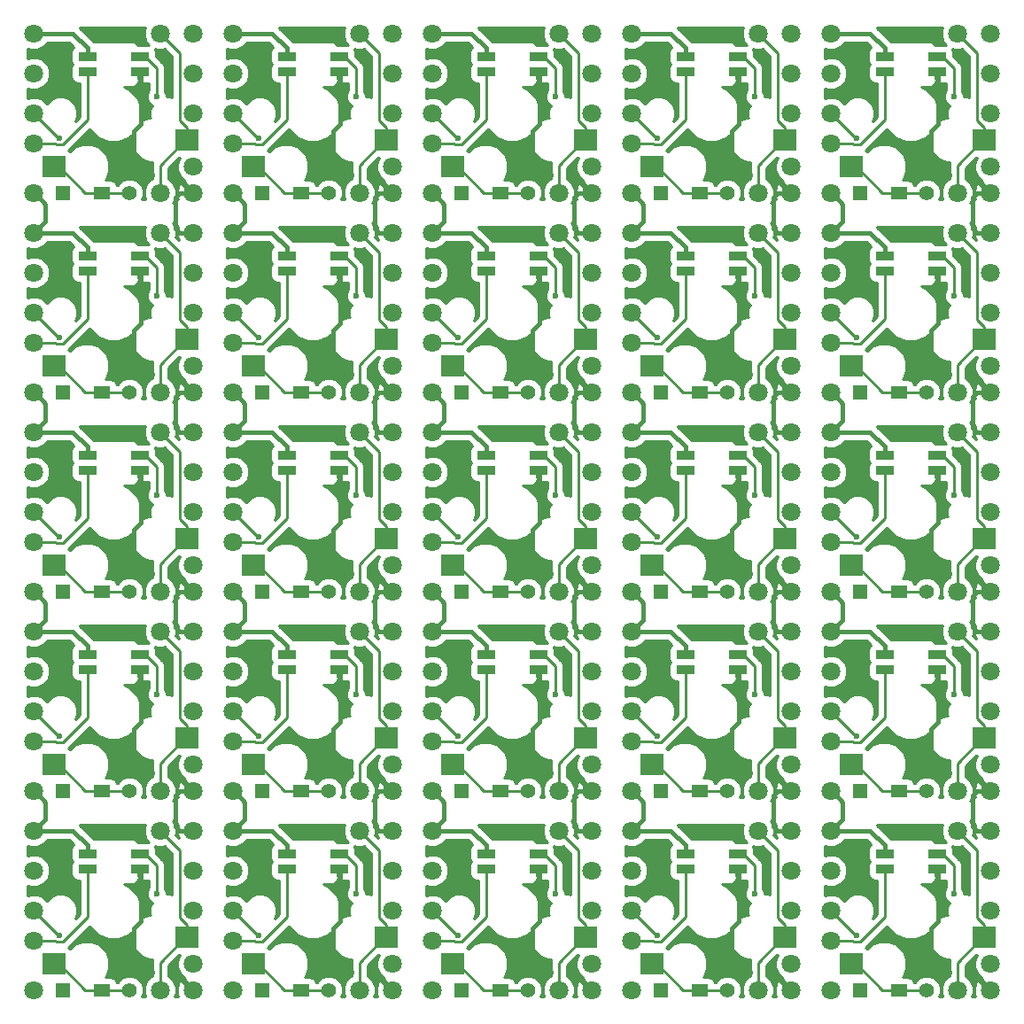
<source format=gbl>
G04 #@! TF.GenerationSoftware,KiCad,Pcbnew,5.0.2-bee76a0~70~ubuntu18.04.1*
G04 #@! TF.CreationDate,2020-03-10T00:59:25+09:00*
G04 #@! TF.ProjectId,container,636f6e74-6169-46e6-9572-2e6b69636164,rev?*
G04 #@! TF.SameCoordinates,Original*
G04 #@! TF.FileFunction,Copper,L2,Bot*
G04 #@! TF.FilePolarity,Positive*
%FSLAX46Y46*%
G04 Gerber Fmt 4.6, Leading zero omitted, Abs format (unit mm)*
G04 Created by KiCad (PCBNEW 5.0.2-bee76a0~70~ubuntu18.04.1) date 2020年03月10日 00時59分25秒*
%MOMM*%
%LPD*%
G01*
G04 APERTURE LIST*
G04 #@! TA.AperFunction,SMDPad,CuDef*
%ADD10R,1.800000X0.820000*%
G04 #@! TD*
G04 #@! TA.AperFunction,SMDPad,CuDef*
%ADD11R,1.600000X1.200000*%
G04 #@! TD*
G04 #@! TA.AperFunction,ComponentPad*
%ADD12C,1.400000*%
G04 #@! TD*
G04 #@! TA.AperFunction,ComponentPad*
%ADD13R,1.400000X1.400000*%
G04 #@! TD*
G04 #@! TA.AperFunction,SMDPad,CuDef*
%ADD14R,2.300000X2.000000*%
G04 #@! TD*
G04 #@! TA.AperFunction,ComponentPad*
%ADD15C,1.800000*%
G04 #@! TD*
G04 #@! TA.AperFunction,ViaPad*
%ADD16C,0.600000*%
G04 #@! TD*
G04 #@! TA.AperFunction,Conductor*
%ADD17C,0.250000*%
G04 #@! TD*
G04 #@! TA.AperFunction,Conductor*
%ADD18C,0.400000*%
G04 #@! TD*
G04 #@! TA.AperFunction,Conductor*
%ADD19C,0.254000*%
G04 #@! TD*
G04 APERTURE END LIST*
D10*
G04 #@! TO.P,L1,4*
G04 #@! TO.N,Net-(L1-Pad3)*
X153122000Y-106452000D03*
G04 #@! TO.P,L1,3*
G04 #@! TO.N,GND*
X153122000Y-107952000D03*
G04 #@! TO.P,L1,2*
G04 #@! TO.N,Net-(L1-Pad1)*
X148122000Y-107952000D03*
G04 #@! TO.P,L1,1*
G04 #@! TO.N,VCC*
X148122000Y-106452000D03*
G04 #@! TD*
G04 #@! TO.P,L1,4*
G04 #@! TO.N,Net-(L1-Pad3)*
X134072000Y-106452000D03*
G04 #@! TO.P,L1,3*
G04 #@! TO.N,GND*
X134072000Y-107952000D03*
G04 #@! TO.P,L1,2*
G04 #@! TO.N,Net-(L1-Pad1)*
X129072000Y-107952000D03*
G04 #@! TO.P,L1,1*
G04 #@! TO.N,VCC*
X129072000Y-106452000D03*
G04 #@! TD*
G04 #@! TO.P,L1,4*
G04 #@! TO.N,Net-(L1-Pad3)*
X115022000Y-106452000D03*
G04 #@! TO.P,L1,3*
G04 #@! TO.N,GND*
X115022000Y-107952000D03*
G04 #@! TO.P,L1,2*
G04 #@! TO.N,Net-(L1-Pad1)*
X110022000Y-107952000D03*
G04 #@! TO.P,L1,1*
G04 #@! TO.N,VCC*
X110022000Y-106452000D03*
G04 #@! TD*
G04 #@! TO.P,L1,4*
G04 #@! TO.N,Net-(L1-Pad3)*
X95972000Y-106452000D03*
G04 #@! TO.P,L1,3*
G04 #@! TO.N,GND*
X95972000Y-107952000D03*
G04 #@! TO.P,L1,2*
G04 #@! TO.N,Net-(L1-Pad1)*
X90972000Y-107952000D03*
G04 #@! TO.P,L1,1*
G04 #@! TO.N,VCC*
X90972000Y-106452000D03*
G04 #@! TD*
G04 #@! TO.P,L1,4*
G04 #@! TO.N,Net-(L1-Pad3)*
X76922000Y-106452000D03*
G04 #@! TO.P,L1,3*
G04 #@! TO.N,GND*
X76922000Y-107952000D03*
G04 #@! TO.P,L1,2*
G04 #@! TO.N,Net-(L1-Pad1)*
X71922000Y-107952000D03*
G04 #@! TO.P,L1,1*
G04 #@! TO.N,VCC*
X71922000Y-106452000D03*
G04 #@! TD*
G04 #@! TO.P,L1,4*
G04 #@! TO.N,Net-(L1-Pad3)*
X153122000Y-87402000D03*
G04 #@! TO.P,L1,3*
G04 #@! TO.N,GND*
X153122000Y-88902000D03*
G04 #@! TO.P,L1,2*
G04 #@! TO.N,Net-(L1-Pad1)*
X148122000Y-88902000D03*
G04 #@! TO.P,L1,1*
G04 #@! TO.N,VCC*
X148122000Y-87402000D03*
G04 #@! TD*
G04 #@! TO.P,L1,4*
G04 #@! TO.N,Net-(L1-Pad3)*
X134072000Y-87402000D03*
G04 #@! TO.P,L1,3*
G04 #@! TO.N,GND*
X134072000Y-88902000D03*
G04 #@! TO.P,L1,2*
G04 #@! TO.N,Net-(L1-Pad1)*
X129072000Y-88902000D03*
G04 #@! TO.P,L1,1*
G04 #@! TO.N,VCC*
X129072000Y-87402000D03*
G04 #@! TD*
G04 #@! TO.P,L1,4*
G04 #@! TO.N,Net-(L1-Pad3)*
X115022000Y-87402000D03*
G04 #@! TO.P,L1,3*
G04 #@! TO.N,GND*
X115022000Y-88902000D03*
G04 #@! TO.P,L1,2*
G04 #@! TO.N,Net-(L1-Pad1)*
X110022000Y-88902000D03*
G04 #@! TO.P,L1,1*
G04 #@! TO.N,VCC*
X110022000Y-87402000D03*
G04 #@! TD*
G04 #@! TO.P,L1,4*
G04 #@! TO.N,Net-(L1-Pad3)*
X95972000Y-87402000D03*
G04 #@! TO.P,L1,3*
G04 #@! TO.N,GND*
X95972000Y-88902000D03*
G04 #@! TO.P,L1,2*
G04 #@! TO.N,Net-(L1-Pad1)*
X90972000Y-88902000D03*
G04 #@! TO.P,L1,1*
G04 #@! TO.N,VCC*
X90972000Y-87402000D03*
G04 #@! TD*
G04 #@! TO.P,L1,4*
G04 #@! TO.N,Net-(L1-Pad3)*
X76922000Y-87402000D03*
G04 #@! TO.P,L1,3*
G04 #@! TO.N,GND*
X76922000Y-88902000D03*
G04 #@! TO.P,L1,2*
G04 #@! TO.N,Net-(L1-Pad1)*
X71922000Y-88902000D03*
G04 #@! TO.P,L1,1*
G04 #@! TO.N,VCC*
X71922000Y-87402000D03*
G04 #@! TD*
G04 #@! TO.P,L1,4*
G04 #@! TO.N,Net-(L1-Pad3)*
X153122000Y-68352000D03*
G04 #@! TO.P,L1,3*
G04 #@! TO.N,GND*
X153122000Y-69852000D03*
G04 #@! TO.P,L1,2*
G04 #@! TO.N,Net-(L1-Pad1)*
X148122000Y-69852000D03*
G04 #@! TO.P,L1,1*
G04 #@! TO.N,VCC*
X148122000Y-68352000D03*
G04 #@! TD*
G04 #@! TO.P,L1,4*
G04 #@! TO.N,Net-(L1-Pad3)*
X134072000Y-68352000D03*
G04 #@! TO.P,L1,3*
G04 #@! TO.N,GND*
X134072000Y-69852000D03*
G04 #@! TO.P,L1,2*
G04 #@! TO.N,Net-(L1-Pad1)*
X129072000Y-69852000D03*
G04 #@! TO.P,L1,1*
G04 #@! TO.N,VCC*
X129072000Y-68352000D03*
G04 #@! TD*
G04 #@! TO.P,L1,4*
G04 #@! TO.N,Net-(L1-Pad3)*
X115022000Y-68352000D03*
G04 #@! TO.P,L1,3*
G04 #@! TO.N,GND*
X115022000Y-69852000D03*
G04 #@! TO.P,L1,2*
G04 #@! TO.N,Net-(L1-Pad1)*
X110022000Y-69852000D03*
G04 #@! TO.P,L1,1*
G04 #@! TO.N,VCC*
X110022000Y-68352000D03*
G04 #@! TD*
G04 #@! TO.P,L1,4*
G04 #@! TO.N,Net-(L1-Pad3)*
X95972000Y-68352000D03*
G04 #@! TO.P,L1,3*
G04 #@! TO.N,GND*
X95972000Y-69852000D03*
G04 #@! TO.P,L1,2*
G04 #@! TO.N,Net-(L1-Pad1)*
X90972000Y-69852000D03*
G04 #@! TO.P,L1,1*
G04 #@! TO.N,VCC*
X90972000Y-68352000D03*
G04 #@! TD*
G04 #@! TO.P,L1,4*
G04 #@! TO.N,Net-(L1-Pad3)*
X76922000Y-68352000D03*
G04 #@! TO.P,L1,3*
G04 #@! TO.N,GND*
X76922000Y-69852000D03*
G04 #@! TO.P,L1,2*
G04 #@! TO.N,Net-(L1-Pad1)*
X71922000Y-69852000D03*
G04 #@! TO.P,L1,1*
G04 #@! TO.N,VCC*
X71922000Y-68352000D03*
G04 #@! TD*
G04 #@! TO.P,L1,4*
G04 #@! TO.N,Net-(L1-Pad3)*
X153122000Y-49302000D03*
G04 #@! TO.P,L1,3*
G04 #@! TO.N,GND*
X153122000Y-50802000D03*
G04 #@! TO.P,L1,2*
G04 #@! TO.N,Net-(L1-Pad1)*
X148122000Y-50802000D03*
G04 #@! TO.P,L1,1*
G04 #@! TO.N,VCC*
X148122000Y-49302000D03*
G04 #@! TD*
G04 #@! TO.P,L1,4*
G04 #@! TO.N,Net-(L1-Pad3)*
X134072000Y-49302000D03*
G04 #@! TO.P,L1,3*
G04 #@! TO.N,GND*
X134072000Y-50802000D03*
G04 #@! TO.P,L1,2*
G04 #@! TO.N,Net-(L1-Pad1)*
X129072000Y-50802000D03*
G04 #@! TO.P,L1,1*
G04 #@! TO.N,VCC*
X129072000Y-49302000D03*
G04 #@! TD*
G04 #@! TO.P,L1,4*
G04 #@! TO.N,Net-(L1-Pad3)*
X115022000Y-49302000D03*
G04 #@! TO.P,L1,3*
G04 #@! TO.N,GND*
X115022000Y-50802000D03*
G04 #@! TO.P,L1,2*
G04 #@! TO.N,Net-(L1-Pad1)*
X110022000Y-50802000D03*
G04 #@! TO.P,L1,1*
G04 #@! TO.N,VCC*
X110022000Y-49302000D03*
G04 #@! TD*
G04 #@! TO.P,L1,4*
G04 #@! TO.N,Net-(L1-Pad3)*
X95972000Y-49302000D03*
G04 #@! TO.P,L1,3*
G04 #@! TO.N,GND*
X95972000Y-50802000D03*
G04 #@! TO.P,L1,2*
G04 #@! TO.N,Net-(L1-Pad1)*
X90972000Y-50802000D03*
G04 #@! TO.P,L1,1*
G04 #@! TO.N,VCC*
X90972000Y-49302000D03*
G04 #@! TD*
G04 #@! TO.P,L1,4*
G04 #@! TO.N,Net-(L1-Pad3)*
X76922000Y-49302000D03*
G04 #@! TO.P,L1,3*
G04 #@! TO.N,GND*
X76922000Y-50802000D03*
G04 #@! TO.P,L1,2*
G04 #@! TO.N,Net-(L1-Pad1)*
X71922000Y-50802000D03*
G04 #@! TO.P,L1,1*
G04 #@! TO.N,VCC*
X71922000Y-49302000D03*
G04 #@! TD*
G04 #@! TO.P,L1,4*
G04 #@! TO.N,Net-(L1-Pad3)*
X153122000Y-30252000D03*
G04 #@! TO.P,L1,3*
G04 #@! TO.N,GND*
X153122000Y-31752000D03*
G04 #@! TO.P,L1,2*
G04 #@! TO.N,Net-(L1-Pad1)*
X148122000Y-31752000D03*
G04 #@! TO.P,L1,1*
G04 #@! TO.N,VCC*
X148122000Y-30252000D03*
G04 #@! TD*
G04 #@! TO.P,L1,4*
G04 #@! TO.N,Net-(L1-Pad3)*
X134072000Y-30252000D03*
G04 #@! TO.P,L1,3*
G04 #@! TO.N,GND*
X134072000Y-31752000D03*
G04 #@! TO.P,L1,2*
G04 #@! TO.N,Net-(L1-Pad1)*
X129072000Y-31752000D03*
G04 #@! TO.P,L1,1*
G04 #@! TO.N,VCC*
X129072000Y-30252000D03*
G04 #@! TD*
G04 #@! TO.P,L1,4*
G04 #@! TO.N,Net-(L1-Pad3)*
X115022000Y-30252000D03*
G04 #@! TO.P,L1,3*
G04 #@! TO.N,GND*
X115022000Y-31752000D03*
G04 #@! TO.P,L1,2*
G04 #@! TO.N,Net-(L1-Pad1)*
X110022000Y-31752000D03*
G04 #@! TO.P,L1,1*
G04 #@! TO.N,VCC*
X110022000Y-30252000D03*
G04 #@! TD*
G04 #@! TO.P,L1,4*
G04 #@! TO.N,Net-(L1-Pad3)*
X95972000Y-30252000D03*
G04 #@! TO.P,L1,3*
G04 #@! TO.N,GND*
X95972000Y-31752000D03*
G04 #@! TO.P,L1,2*
G04 #@! TO.N,Net-(L1-Pad1)*
X90972000Y-31752000D03*
G04 #@! TO.P,L1,1*
G04 #@! TO.N,VCC*
X90972000Y-30252000D03*
G04 #@! TD*
G04 #@! TO.P,L1,4*
G04 #@! TO.N,Net-(L1-Pad3)*
X76922000Y-30252000D03*
G04 #@! TO.P,L1,3*
G04 #@! TO.N,GND*
X76922000Y-31752000D03*
G04 #@! TO.P,L1,2*
G04 #@! TO.N,Net-(L1-Pad1)*
X71922000Y-31752000D03*
G04 #@! TO.P,L1,1*
G04 #@! TO.N,VCC*
X71922000Y-30252000D03*
G04 #@! TD*
D11*
G04 #@! TO.P,D,2*
G04 #@! TO.N,Net-(D15-Pad2)*
X149496000Y-81407000D03*
D12*
X152146000Y-81407000D03*
D13*
G04 #@! TO.P,D,1*
G04 #@! TO.N,/ROW2*
X145796000Y-81407000D03*
G04 #@! TD*
D14*
G04 #@! TO.P,SW19,1*
G04 #@! TO.N,/COL3*
X138572000Y-95417000D03*
G04 #@! TO.P,SW19,2*
G04 #@! TO.N,Net-(D19-Pad2)*
X125872000Y-97957000D03*
G04 #@! TD*
G04 #@! TO.P,SW15,1*
G04 #@! TO.N,/COL4*
X157622000Y-76367000D03*
G04 #@! TO.P,SW15,2*
G04 #@! TO.N,Net-(D15-Pad2)*
X144922000Y-78907000D03*
G04 #@! TD*
G04 #@! TO.P,SW9,1*
G04 #@! TO.N,/COL3*
X138572000Y-57317000D03*
G04 #@! TO.P,SW9,2*
G04 #@! TO.N,Net-(D9-Pad2)*
X125872000Y-59857000D03*
G04 #@! TD*
G04 #@! TO.P,SW4,1*
G04 #@! TO.N,/COL3*
X138572000Y-38267000D03*
G04 #@! TO.P,SW4,2*
G04 #@! TO.N,Net-(D4-Pad2)*
X125872000Y-40807000D03*
G04 #@! TD*
G04 #@! TO.P,SW14,1*
G04 #@! TO.N,/COL3*
X138572000Y-76367000D03*
G04 #@! TO.P,SW14,2*
G04 #@! TO.N,Net-(D14-Pad2)*
X125872000Y-78907000D03*
G04 #@! TD*
G04 #@! TO.P,SW18,1*
G04 #@! TO.N,/COL2*
X119522000Y-95417000D03*
G04 #@! TO.P,SW18,2*
G04 #@! TO.N,Net-(D18-Pad2)*
X106822000Y-97957000D03*
G04 #@! TD*
G04 #@! TO.P,SW21,1*
G04 #@! TO.N,/COL0*
X81422000Y-114467000D03*
G04 #@! TO.P,SW21,2*
G04 #@! TO.N,Net-(D21-Pad2)*
X68722000Y-117007000D03*
G04 #@! TD*
D13*
G04 #@! TO.P,D,1*
G04 #@! TO.N,/ROW1*
X88646000Y-62357000D03*
D12*
G04 #@! TO.P,D,2*
G04 #@! TO.N,Net-(D7-Pad2)*
X94996000Y-62357000D03*
D11*
X92346000Y-62357000D03*
G04 #@! TD*
D13*
G04 #@! TO.P,D,1*
G04 #@! TO.N,/ROW1*
X107696000Y-62357000D03*
D12*
G04 #@! TO.P,D,2*
G04 #@! TO.N,Net-(D8-Pad2)*
X114046000Y-62357000D03*
D11*
X111396000Y-62357000D03*
G04 #@! TD*
D13*
G04 #@! TO.P,D,1*
G04 #@! TO.N,/ROW1*
X145796000Y-62357000D03*
D12*
G04 #@! TO.P,D,2*
G04 #@! TO.N,Net-(D10-Pad2)*
X152146000Y-62357000D03*
D11*
X149496000Y-62357000D03*
G04 #@! TD*
D14*
G04 #@! TO.P,SW20,1*
G04 #@! TO.N,/COL4*
X157622000Y-114467000D03*
G04 #@! TO.P,SW20,2*
G04 #@! TO.N,Net-(D25-Pad2)*
X144922000Y-117007000D03*
G04 #@! TD*
G04 #@! TO.P,SW12,1*
G04 #@! TO.N,/COL1*
X100472000Y-76367000D03*
G04 #@! TO.P,SW12,2*
G04 #@! TO.N,Net-(D12-Pad2)*
X87772000Y-78907000D03*
G04 #@! TD*
D15*
G04 #@! TO.P,REF\002A\002A,1*
G04 #@! TO.N,GND*
X158242000Y-119507000D03*
G04 #@! TD*
G04 #@! TO.P,REF\002A\002A,1*
G04 #@! TO.N,GND*
X139192000Y-119507000D03*
G04 #@! TD*
G04 #@! TO.P,REF\002A\002A,1*
G04 #@! TO.N,GND*
X120142000Y-119507000D03*
G04 #@! TD*
G04 #@! TO.P,REF\002A\002A,1*
G04 #@! TO.N,GND*
X101092000Y-119507000D03*
G04 #@! TD*
G04 #@! TO.P,REF\002A\002A,1*
G04 #@! TO.N,GND*
X82042000Y-119507000D03*
G04 #@! TD*
G04 #@! TO.P,REF\002A\002A,1*
G04 #@! TO.N,GND*
X158242000Y-100457000D03*
G04 #@! TD*
G04 #@! TO.P,REF\002A\002A,1*
G04 #@! TO.N,GND*
X139192000Y-100457000D03*
G04 #@! TD*
G04 #@! TO.P,REF\002A\002A,1*
G04 #@! TO.N,GND*
X120142000Y-100457000D03*
G04 #@! TD*
G04 #@! TO.P,REF\002A\002A,1*
G04 #@! TO.N,GND*
X101092000Y-100457000D03*
G04 #@! TD*
G04 #@! TO.P,REF\002A\002A,1*
G04 #@! TO.N,GND*
X82042000Y-100457000D03*
G04 #@! TD*
G04 #@! TO.P,REF\002A\002A,1*
G04 #@! TO.N,GND*
X158242000Y-81407000D03*
G04 #@! TD*
G04 #@! TO.P,REF\002A\002A,1*
G04 #@! TO.N,GND*
X139192000Y-81407000D03*
G04 #@! TD*
G04 #@! TO.P,REF\002A\002A,1*
G04 #@! TO.N,GND*
X120142000Y-81407000D03*
G04 #@! TD*
G04 #@! TO.P,REF\002A\002A,1*
G04 #@! TO.N,GND*
X101092000Y-81407000D03*
G04 #@! TD*
G04 #@! TO.P,REF\002A\002A,1*
G04 #@! TO.N,GND*
X82042000Y-81407000D03*
G04 #@! TD*
G04 #@! TO.P,REF\002A\002A,1*
G04 #@! TO.N,GND*
X158242000Y-62357000D03*
G04 #@! TD*
G04 #@! TO.P,REF\002A\002A,1*
G04 #@! TO.N,GND*
X139192000Y-62357000D03*
G04 #@! TD*
G04 #@! TO.P,REF\002A\002A,1*
G04 #@! TO.N,GND*
X120142000Y-62357000D03*
G04 #@! TD*
G04 #@! TO.P,REF\002A\002A,1*
G04 #@! TO.N,GND*
X101092000Y-62357000D03*
G04 #@! TD*
G04 #@! TO.P,REF\002A\002A,1*
G04 #@! TO.N,GND*
X82042000Y-62357000D03*
G04 #@! TD*
G04 #@! TO.P,REF\002A\002A,1*
G04 #@! TO.N,GND*
X158242000Y-43307000D03*
G04 #@! TD*
G04 #@! TO.P,REF\002A\002A,1*
G04 #@! TO.N,GND*
X139192000Y-43307000D03*
G04 #@! TD*
G04 #@! TO.P,REF\002A\002A,1*
G04 #@! TO.N,GND*
X120142000Y-43307000D03*
G04 #@! TD*
G04 #@! TO.P,REF\002A\002A,1*
G04 #@! TO.N,GND*
X101092000Y-43307000D03*
G04 #@! TD*
G04 #@! TO.P,REF\002A\002A,1*
G04 #@! TO.N,Net-(L1-Pad3)*
X158232000Y-116997000D03*
G04 #@! TD*
G04 #@! TO.P,REF\002A\002A,1*
G04 #@! TO.N,Net-(L1-Pad3)*
X139182000Y-116997000D03*
G04 #@! TD*
G04 #@! TO.P,REF\002A\002A,1*
G04 #@! TO.N,Net-(L1-Pad3)*
X120132000Y-116997000D03*
G04 #@! TD*
G04 #@! TO.P,REF\002A\002A,1*
G04 #@! TO.N,Net-(L1-Pad3)*
X101082000Y-116997000D03*
G04 #@! TD*
G04 #@! TO.P,REF\002A\002A,1*
G04 #@! TO.N,Net-(L1-Pad3)*
X82032000Y-116997000D03*
G04 #@! TD*
G04 #@! TO.P,REF\002A\002A,1*
G04 #@! TO.N,Net-(L1-Pad3)*
X158232000Y-97947000D03*
G04 #@! TD*
G04 #@! TO.P,REF\002A\002A,1*
G04 #@! TO.N,Net-(L1-Pad3)*
X139182000Y-97947000D03*
G04 #@! TD*
G04 #@! TO.P,REF\002A\002A,1*
G04 #@! TO.N,Net-(L1-Pad3)*
X120132000Y-97947000D03*
G04 #@! TD*
G04 #@! TO.P,REF\002A\002A,1*
G04 #@! TO.N,Net-(L1-Pad3)*
X101082000Y-97947000D03*
G04 #@! TD*
G04 #@! TO.P,REF\002A\002A,1*
G04 #@! TO.N,Net-(L1-Pad3)*
X82032000Y-97947000D03*
G04 #@! TD*
G04 #@! TO.P,REF\002A\002A,1*
G04 #@! TO.N,Net-(L1-Pad3)*
X158232000Y-78897000D03*
G04 #@! TD*
G04 #@! TO.P,REF\002A\002A,1*
G04 #@! TO.N,Net-(L1-Pad3)*
X139182000Y-78897000D03*
G04 #@! TD*
G04 #@! TO.P,REF\002A\002A,1*
G04 #@! TO.N,Net-(L1-Pad3)*
X120132000Y-78897000D03*
G04 #@! TD*
G04 #@! TO.P,REF\002A\002A,1*
G04 #@! TO.N,Net-(L1-Pad3)*
X101082000Y-78897000D03*
G04 #@! TD*
G04 #@! TO.P,REF\002A\002A,1*
G04 #@! TO.N,Net-(L1-Pad3)*
X82032000Y-78897000D03*
G04 #@! TD*
G04 #@! TO.P,REF\002A\002A,1*
G04 #@! TO.N,Net-(L1-Pad3)*
X158232000Y-59847000D03*
G04 #@! TD*
G04 #@! TO.P,REF\002A\002A,1*
G04 #@! TO.N,Net-(L1-Pad3)*
X139182000Y-59847000D03*
G04 #@! TD*
G04 #@! TO.P,REF\002A\002A,1*
G04 #@! TO.N,Net-(L1-Pad3)*
X120132000Y-59847000D03*
G04 #@! TD*
G04 #@! TO.P,REF\002A\002A,1*
G04 #@! TO.N,Net-(L1-Pad3)*
X101082000Y-59847000D03*
G04 #@! TD*
G04 #@! TO.P,REF\002A\002A,1*
G04 #@! TO.N,Net-(L1-Pad3)*
X82032000Y-59847000D03*
G04 #@! TD*
G04 #@! TO.P,REF\002A\002A,1*
G04 #@! TO.N,Net-(L1-Pad3)*
X158232000Y-40797000D03*
G04 #@! TD*
G04 #@! TO.P,REF\002A\002A,1*
G04 #@! TO.N,Net-(L1-Pad3)*
X139182000Y-40797000D03*
G04 #@! TD*
G04 #@! TO.P,REF\002A\002A,1*
G04 #@! TO.N,Net-(L1-Pad3)*
X120132000Y-40797000D03*
G04 #@! TD*
G04 #@! TO.P,REF\002A\002A,1*
G04 #@! TO.N,Net-(L1-Pad3)*
X101082000Y-40797000D03*
G04 #@! TD*
G04 #@! TO.P,REF\002A\002A,1*
G04 #@! TO.N,Net-(L1-Pad3)*
X158232000Y-116997000D03*
G04 #@! TD*
G04 #@! TO.P,REF\002A\002A,1*
G04 #@! TO.N,Net-(L1-Pad3)*
X139182000Y-116997000D03*
G04 #@! TD*
G04 #@! TO.P,REF\002A\002A,1*
G04 #@! TO.N,Net-(L1-Pad3)*
X120132000Y-116997000D03*
G04 #@! TD*
G04 #@! TO.P,REF\002A\002A,1*
G04 #@! TO.N,Net-(L1-Pad3)*
X101082000Y-116997000D03*
G04 #@! TD*
G04 #@! TO.P,REF\002A\002A,1*
G04 #@! TO.N,Net-(L1-Pad3)*
X82032000Y-116997000D03*
G04 #@! TD*
G04 #@! TO.P,REF\002A\002A,1*
G04 #@! TO.N,Net-(L1-Pad3)*
X158232000Y-97947000D03*
G04 #@! TD*
G04 #@! TO.P,REF\002A\002A,1*
G04 #@! TO.N,Net-(L1-Pad3)*
X139182000Y-97947000D03*
G04 #@! TD*
G04 #@! TO.P,REF\002A\002A,1*
G04 #@! TO.N,Net-(L1-Pad3)*
X120132000Y-97947000D03*
G04 #@! TD*
G04 #@! TO.P,REF\002A\002A,1*
G04 #@! TO.N,Net-(L1-Pad3)*
X101082000Y-97947000D03*
G04 #@! TD*
G04 #@! TO.P,REF\002A\002A,1*
G04 #@! TO.N,Net-(L1-Pad3)*
X82032000Y-97947000D03*
G04 #@! TD*
G04 #@! TO.P,REF\002A\002A,1*
G04 #@! TO.N,Net-(L1-Pad3)*
X158232000Y-78897000D03*
G04 #@! TD*
G04 #@! TO.P,REF\002A\002A,1*
G04 #@! TO.N,Net-(L1-Pad3)*
X139182000Y-78897000D03*
G04 #@! TD*
G04 #@! TO.P,REF\002A\002A,1*
G04 #@! TO.N,Net-(L1-Pad3)*
X120132000Y-78897000D03*
G04 #@! TD*
G04 #@! TO.P,REF\002A\002A,1*
G04 #@! TO.N,Net-(L1-Pad3)*
X101082000Y-78897000D03*
G04 #@! TD*
G04 #@! TO.P,REF\002A\002A,1*
G04 #@! TO.N,Net-(L1-Pad3)*
X82032000Y-78897000D03*
G04 #@! TD*
G04 #@! TO.P,REF\002A\002A,1*
G04 #@! TO.N,Net-(L1-Pad3)*
X158232000Y-59847000D03*
G04 #@! TD*
G04 #@! TO.P,REF\002A\002A,1*
G04 #@! TO.N,Net-(L1-Pad3)*
X139182000Y-59847000D03*
G04 #@! TD*
G04 #@! TO.P,REF\002A\002A,1*
G04 #@! TO.N,Net-(L1-Pad3)*
X120132000Y-59847000D03*
G04 #@! TD*
G04 #@! TO.P,REF\002A\002A,1*
G04 #@! TO.N,Net-(L1-Pad3)*
X101082000Y-59847000D03*
G04 #@! TD*
G04 #@! TO.P,REF\002A\002A,1*
G04 #@! TO.N,Net-(L1-Pad3)*
X82032000Y-59847000D03*
G04 #@! TD*
G04 #@! TO.P,REF\002A\002A,1*
G04 #@! TO.N,Net-(L1-Pad3)*
X158232000Y-40797000D03*
G04 #@! TD*
G04 #@! TO.P,REF\002A\002A,1*
G04 #@! TO.N,Net-(L1-Pad3)*
X139182000Y-40797000D03*
G04 #@! TD*
G04 #@! TO.P,REF\002A\002A,1*
G04 #@! TO.N,Net-(L1-Pad3)*
X120132000Y-40797000D03*
G04 #@! TD*
G04 #@! TO.P,REF\002A\002A,1*
G04 #@! TO.N,Net-(L1-Pad3)*
X101082000Y-40797000D03*
G04 #@! TD*
G04 #@! TO.P,REF\002A\002A,1*
G04 #@! TO.N,Net-(L1-Pad1)*
X143002000Y-114747000D03*
G04 #@! TD*
G04 #@! TO.P,REF\002A\002A,1*
G04 #@! TO.N,Net-(L1-Pad1)*
X123952000Y-114747000D03*
G04 #@! TD*
G04 #@! TO.P,REF\002A\002A,1*
G04 #@! TO.N,Net-(L1-Pad1)*
X104902000Y-114747000D03*
G04 #@! TD*
G04 #@! TO.P,REF\002A\002A,1*
G04 #@! TO.N,Net-(L1-Pad1)*
X85852000Y-114747000D03*
G04 #@! TD*
G04 #@! TO.P,REF\002A\002A,1*
G04 #@! TO.N,Net-(L1-Pad1)*
X66802000Y-114747000D03*
G04 #@! TD*
G04 #@! TO.P,REF\002A\002A,1*
G04 #@! TO.N,Net-(L1-Pad1)*
X143002000Y-95697000D03*
G04 #@! TD*
G04 #@! TO.P,REF\002A\002A,1*
G04 #@! TO.N,Net-(L1-Pad1)*
X123952000Y-95697000D03*
G04 #@! TD*
G04 #@! TO.P,REF\002A\002A,1*
G04 #@! TO.N,Net-(L1-Pad1)*
X104902000Y-95697000D03*
G04 #@! TD*
G04 #@! TO.P,REF\002A\002A,1*
G04 #@! TO.N,Net-(L1-Pad1)*
X85852000Y-95697000D03*
G04 #@! TD*
G04 #@! TO.P,REF\002A\002A,1*
G04 #@! TO.N,Net-(L1-Pad1)*
X66802000Y-95697000D03*
G04 #@! TD*
G04 #@! TO.P,REF\002A\002A,1*
G04 #@! TO.N,Net-(L1-Pad1)*
X143002000Y-76647000D03*
G04 #@! TD*
G04 #@! TO.P,REF\002A\002A,1*
G04 #@! TO.N,Net-(L1-Pad1)*
X123952000Y-76647000D03*
G04 #@! TD*
G04 #@! TO.P,REF\002A\002A,1*
G04 #@! TO.N,Net-(L1-Pad1)*
X104902000Y-76647000D03*
G04 #@! TD*
G04 #@! TO.P,REF\002A\002A,1*
G04 #@! TO.N,Net-(L1-Pad1)*
X85852000Y-76647000D03*
G04 #@! TD*
G04 #@! TO.P,REF\002A\002A,1*
G04 #@! TO.N,Net-(L1-Pad1)*
X66802000Y-76647000D03*
G04 #@! TD*
G04 #@! TO.P,REF\002A\002A,1*
G04 #@! TO.N,Net-(L1-Pad1)*
X143002000Y-57597000D03*
G04 #@! TD*
G04 #@! TO.P,REF\002A\002A,1*
G04 #@! TO.N,Net-(L1-Pad1)*
X123952000Y-57597000D03*
G04 #@! TD*
G04 #@! TO.P,REF\002A\002A,1*
G04 #@! TO.N,Net-(L1-Pad1)*
X104902000Y-57597000D03*
G04 #@! TD*
G04 #@! TO.P,REF\002A\002A,1*
G04 #@! TO.N,Net-(L1-Pad1)*
X85852000Y-57597000D03*
G04 #@! TD*
G04 #@! TO.P,REF\002A\002A,1*
G04 #@! TO.N,Net-(L1-Pad1)*
X66802000Y-57597000D03*
G04 #@! TD*
G04 #@! TO.P,REF\002A\002A,1*
G04 #@! TO.N,Net-(L1-Pad1)*
X143002000Y-38547000D03*
G04 #@! TD*
G04 #@! TO.P,REF\002A\002A,1*
G04 #@! TO.N,Net-(L1-Pad1)*
X123952000Y-38547000D03*
G04 #@! TD*
G04 #@! TO.P,REF\002A\002A,1*
G04 #@! TO.N,Net-(L1-Pad1)*
X104902000Y-38547000D03*
G04 #@! TD*
G04 #@! TO.P,REF\002A\002A,1*
G04 #@! TO.N,Net-(L1-Pad1)*
X85852000Y-38547000D03*
G04 #@! TD*
D14*
G04 #@! TO.P,SW24,1*
G04 #@! TO.N,/COL3*
X138572000Y-114467000D03*
G04 #@! TO.P,SW24,2*
G04 #@! TO.N,Net-(D24-Pad2)*
X125872000Y-117007000D03*
G04 #@! TD*
G04 #@! TO.P,SW3,1*
G04 #@! TO.N,/COL2*
X119522000Y-38267000D03*
G04 #@! TO.P,SW3,2*
G04 #@! TO.N,Net-(D3-Pad2)*
X106822000Y-40807000D03*
G04 #@! TD*
G04 #@! TO.P,SW13,1*
G04 #@! TO.N,/COL2*
X119522000Y-76367000D03*
G04 #@! TO.P,SW13,2*
G04 #@! TO.N,Net-(D13-Pad2)*
X106822000Y-78907000D03*
G04 #@! TD*
G04 #@! TO.P,SW1,1*
G04 #@! TO.N,/COL0*
X81422000Y-38267000D03*
G04 #@! TO.P,SW1,2*
G04 #@! TO.N,Net-(D1-Pad2)*
X68722000Y-40807000D03*
G04 #@! TD*
G04 #@! TO.P,SW20,1*
G04 #@! TO.N,/COL4*
X157622000Y-95417000D03*
G04 #@! TO.P,SW20,2*
G04 #@! TO.N,Net-(D20-Pad2)*
X144922000Y-97957000D03*
G04 #@! TD*
G04 #@! TO.P,SW10,1*
G04 #@! TO.N,/COL4*
X157622000Y-57317000D03*
G04 #@! TO.P,SW10,2*
G04 #@! TO.N,Net-(D10-Pad2)*
X144922000Y-59857000D03*
G04 #@! TD*
G04 #@! TO.P,SW2,1*
G04 #@! TO.N,/COL1*
X100472000Y-38267000D03*
G04 #@! TO.P,SW2,2*
G04 #@! TO.N,Net-(D2-Pad2)*
X87772000Y-40807000D03*
G04 #@! TD*
G04 #@! TO.P,SW5,1*
G04 #@! TO.N,/COL4*
X157622000Y-38267000D03*
G04 #@! TO.P,SW5,2*
G04 #@! TO.N,Net-(D5-Pad2)*
X144922000Y-40807000D03*
G04 #@! TD*
G04 #@! TO.P,SW6,1*
G04 #@! TO.N,/COL0*
X81422000Y-57317000D03*
G04 #@! TO.P,SW6,2*
G04 #@! TO.N,Net-(D6-Pad2)*
X68722000Y-59857000D03*
G04 #@! TD*
G04 #@! TO.P,SW7,1*
G04 #@! TO.N,/COL1*
X100472000Y-57317000D03*
G04 #@! TO.P,SW7,2*
G04 #@! TO.N,Net-(D7-Pad2)*
X87772000Y-59857000D03*
G04 #@! TD*
G04 #@! TO.P,SW8,1*
G04 #@! TO.N,/COL2*
X119522000Y-57317000D03*
G04 #@! TO.P,SW8,2*
G04 #@! TO.N,Net-(D8-Pad2)*
X106822000Y-59857000D03*
G04 #@! TD*
G04 #@! TO.P,SW11,1*
G04 #@! TO.N,/COL0*
X81422000Y-76367000D03*
G04 #@! TO.P,SW11,2*
G04 #@! TO.N,Net-(D11-Pad2)*
X68722000Y-78907000D03*
G04 #@! TD*
G04 #@! TO.P,SW16,1*
G04 #@! TO.N,/COL0*
X81422000Y-95417000D03*
G04 #@! TO.P,SW16,2*
G04 #@! TO.N,Net-(D16-Pad2)*
X68722000Y-97957000D03*
G04 #@! TD*
G04 #@! TO.P,SW17,1*
G04 #@! TO.N,/COL1*
X100472000Y-95417000D03*
G04 #@! TO.P,SW17,2*
G04 #@! TO.N,Net-(D17-Pad2)*
X87772000Y-97957000D03*
G04 #@! TD*
G04 #@! TO.P,SW22,1*
G04 #@! TO.N,/COL1*
X100472000Y-114467000D03*
G04 #@! TO.P,SW22,2*
G04 #@! TO.N,Net-(D22-Pad2)*
X87772000Y-117007000D03*
G04 #@! TD*
G04 #@! TO.P,SW23,1*
G04 #@! TO.N,/COL2*
X119522000Y-114467000D03*
G04 #@! TO.P,SW23,2*
G04 #@! TO.N,Net-(D23-Pad2)*
X106822000Y-117007000D03*
G04 #@! TD*
D13*
G04 #@! TO.P,D,1*
G04 #@! TO.N,/ROW0*
X69596000Y-43307000D03*
D12*
G04 #@! TO.P,D,2*
G04 #@! TO.N,Net-(D1-Pad2)*
X75946000Y-43307000D03*
D11*
X73296000Y-43307000D03*
G04 #@! TD*
D13*
G04 #@! TO.P,D,1*
G04 #@! TO.N,/ROW0*
X107696000Y-43307000D03*
D12*
G04 #@! TO.P,D,2*
G04 #@! TO.N,Net-(D3-Pad2)*
X114046000Y-43307000D03*
D11*
X111396000Y-43307000D03*
G04 #@! TD*
D13*
G04 #@! TO.P,D,1*
G04 #@! TO.N,/ROW1*
X69596000Y-62357000D03*
D12*
G04 #@! TO.P,D,2*
G04 #@! TO.N,Net-(D6-Pad2)*
X75946000Y-62357000D03*
D11*
X73296000Y-62357000D03*
G04 #@! TD*
D13*
G04 #@! TO.P,D,1*
G04 #@! TO.N,/ROW0*
X88646000Y-43307000D03*
D12*
G04 #@! TO.P,D,2*
G04 #@! TO.N,Net-(D2-Pad2)*
X94996000Y-43307000D03*
D11*
X92346000Y-43307000D03*
G04 #@! TD*
D13*
G04 #@! TO.P,D,1*
G04 #@! TO.N,/ROW0*
X126746000Y-43307000D03*
D12*
G04 #@! TO.P,D,2*
G04 #@! TO.N,Net-(D4-Pad2)*
X133096000Y-43307000D03*
D11*
X130446000Y-43307000D03*
G04 #@! TD*
D13*
G04 #@! TO.P,D,1*
G04 #@! TO.N,/ROW0*
X145796000Y-43307000D03*
D12*
G04 #@! TO.P,D,2*
G04 #@! TO.N,Net-(D5-Pad2)*
X152146000Y-43307000D03*
D11*
X149496000Y-43307000D03*
G04 #@! TD*
D13*
G04 #@! TO.P,D,1*
G04 #@! TO.N,/ROW1*
X126746000Y-62357000D03*
D12*
G04 #@! TO.P,D,2*
G04 #@! TO.N,Net-(D9-Pad2)*
X133096000Y-62357000D03*
D11*
X130446000Y-62357000D03*
G04 #@! TD*
D13*
G04 #@! TO.P,D,1*
G04 #@! TO.N,/ROW2*
X69596000Y-81407000D03*
D12*
G04 #@! TO.P,D,2*
G04 #@! TO.N,Net-(D11-Pad2)*
X75946000Y-81407000D03*
D11*
X73296000Y-81407000D03*
G04 #@! TD*
D13*
G04 #@! TO.P,D,1*
G04 #@! TO.N,/ROW2*
X88646000Y-81407000D03*
D12*
G04 #@! TO.P,D,2*
G04 #@! TO.N,Net-(D12-Pad2)*
X94996000Y-81407000D03*
D11*
X92346000Y-81407000D03*
G04 #@! TD*
D13*
G04 #@! TO.P,D,1*
G04 #@! TO.N,/ROW2*
X107696000Y-81407000D03*
D12*
G04 #@! TO.P,D,2*
G04 #@! TO.N,Net-(D13-Pad2)*
X114046000Y-81407000D03*
D11*
X111396000Y-81407000D03*
G04 #@! TD*
D13*
G04 #@! TO.P,D,1*
G04 #@! TO.N,/ROW2*
X126746000Y-81407000D03*
D12*
G04 #@! TO.P,D,2*
G04 #@! TO.N,Net-(D14-Pad2)*
X133096000Y-81407000D03*
D11*
X130446000Y-81407000D03*
G04 #@! TD*
D13*
G04 #@! TO.P,D,1*
G04 #@! TO.N,/ROW3*
X69596000Y-100457000D03*
D12*
G04 #@! TO.P,D,2*
G04 #@! TO.N,Net-(D16-Pad2)*
X75946000Y-100457000D03*
D11*
X73296000Y-100457000D03*
G04 #@! TD*
D13*
G04 #@! TO.P,D,1*
G04 #@! TO.N,/ROW3*
X88646000Y-100457000D03*
D12*
G04 #@! TO.P,D,2*
G04 #@! TO.N,Net-(D17-Pad2)*
X94996000Y-100457000D03*
D11*
X92346000Y-100457000D03*
G04 #@! TD*
D13*
G04 #@! TO.P,D,1*
G04 #@! TO.N,/ROW3*
X107696000Y-100457000D03*
D12*
G04 #@! TO.P,D,2*
G04 #@! TO.N,Net-(D18-Pad2)*
X114046000Y-100457000D03*
D11*
X111396000Y-100457000D03*
G04 #@! TD*
D13*
G04 #@! TO.P,D,1*
G04 #@! TO.N,/ROW3*
X126746000Y-100457000D03*
D12*
G04 #@! TO.P,D,2*
G04 #@! TO.N,Net-(D19-Pad2)*
X133096000Y-100457000D03*
D11*
X130446000Y-100457000D03*
G04 #@! TD*
D13*
G04 #@! TO.P,D,1*
G04 #@! TO.N,/ROW3*
X145796000Y-100457000D03*
D12*
G04 #@! TO.P,D,2*
G04 #@! TO.N,Net-(D20-Pad2)*
X152146000Y-100457000D03*
D11*
X149496000Y-100457000D03*
G04 #@! TD*
D13*
G04 #@! TO.P,D,1*
G04 #@! TO.N,/ROW4*
X69596000Y-119507000D03*
D12*
G04 #@! TO.P,D,2*
G04 #@! TO.N,Net-(D21-Pad2)*
X75946000Y-119507000D03*
D11*
X73296000Y-119507000D03*
G04 #@! TD*
D13*
G04 #@! TO.P,D,1*
G04 #@! TO.N,/ROW4*
X88646000Y-119507000D03*
D12*
G04 #@! TO.P,D,2*
G04 #@! TO.N,Net-(D22-Pad2)*
X94996000Y-119507000D03*
D11*
X92346000Y-119507000D03*
G04 #@! TD*
D13*
G04 #@! TO.P,D,1*
G04 #@! TO.N,/ROW4*
X107696000Y-119507000D03*
D12*
G04 #@! TO.P,D,2*
G04 #@! TO.N,Net-(D23-Pad2)*
X114046000Y-119507000D03*
D11*
X111396000Y-119507000D03*
G04 #@! TD*
D13*
G04 #@! TO.P,D,1*
G04 #@! TO.N,/ROW4*
X126746000Y-119507000D03*
D12*
G04 #@! TO.P,D,2*
G04 #@! TO.N,Net-(D24-Pad2)*
X133096000Y-119507000D03*
D11*
X130446000Y-119507000D03*
G04 #@! TD*
D13*
G04 #@! TO.P,D,1*
G04 #@! TO.N,/ROW4*
X145796000Y-119507000D03*
D12*
G04 #@! TO.P,D,2*
G04 #@! TO.N,Net-(D25-Pad2)*
X152146000Y-119507000D03*
D11*
X149496000Y-119507000D03*
G04 #@! TD*
D15*
G04 #@! TO.P,REF\002A\002A,1*
G04 #@! TO.N,/ROW4*
X158242000Y-111887000D03*
G04 #@! TD*
G04 #@! TO.P,REF\002A\002A,1*
G04 #@! TO.N,/ROW4*
X139192000Y-111887000D03*
G04 #@! TD*
G04 #@! TO.P,REF\002A\002A,1*
G04 #@! TO.N,/ROW4*
X120142000Y-111887000D03*
G04 #@! TD*
G04 #@! TO.P,REF\002A\002A,1*
G04 #@! TO.N,/ROW4*
X101092000Y-111887000D03*
G04 #@! TD*
G04 #@! TO.P,REF\002A\002A,1*
G04 #@! TO.N,/ROW4*
X143002000Y-111887000D03*
G04 #@! TD*
G04 #@! TO.P,REF\002A\002A,1*
G04 #@! TO.N,/ROW4*
X123952000Y-111887000D03*
G04 #@! TD*
G04 #@! TO.P,REF\002A\002A,1*
G04 #@! TO.N,/ROW4*
X104902000Y-111887000D03*
G04 #@! TD*
G04 #@! TO.P,REF\002A\002A,1*
G04 #@! TO.N,/ROW4*
X85852000Y-111887000D03*
G04 #@! TD*
G04 #@! TO.P,REF\002A\002A,1*
G04 #@! TO.N,/ROW3*
X158242000Y-92837000D03*
G04 #@! TD*
G04 #@! TO.P,REF\002A\002A,1*
G04 #@! TO.N,/ROW3*
X139192000Y-92837000D03*
G04 #@! TD*
G04 #@! TO.P,REF\002A\002A,1*
G04 #@! TO.N,/ROW3*
X120142000Y-92837000D03*
G04 #@! TD*
G04 #@! TO.P,REF\002A\002A,1*
G04 #@! TO.N,/ROW3*
X101092000Y-92837000D03*
G04 #@! TD*
G04 #@! TO.P,REF\002A\002A,1*
G04 #@! TO.N,/ROW3*
X143002000Y-92837000D03*
G04 #@! TD*
G04 #@! TO.P,REF\002A\002A,1*
G04 #@! TO.N,/ROW3*
X123952000Y-92837000D03*
G04 #@! TD*
G04 #@! TO.P,REF\002A\002A,1*
G04 #@! TO.N,/ROW3*
X104902000Y-92837000D03*
G04 #@! TD*
G04 #@! TO.P,REF\002A\002A,1*
G04 #@! TO.N,/ROW3*
X85852000Y-92837000D03*
G04 #@! TD*
G04 #@! TO.P,REF\002A\002A,1*
G04 #@! TO.N,/ROW2*
X143002000Y-73787000D03*
G04 #@! TD*
G04 #@! TO.P,REF\002A\002A,1*
G04 #@! TO.N,/ROW2*
X123952000Y-73787000D03*
G04 #@! TD*
G04 #@! TO.P,REF\002A\002A,1*
G04 #@! TO.N,/ROW2*
X104902000Y-73787000D03*
G04 #@! TD*
G04 #@! TO.P,REF\002A\002A,1*
G04 #@! TO.N,/ROW2*
X85852000Y-73787000D03*
G04 #@! TD*
G04 #@! TO.P,REF\002A\002A,1*
G04 #@! TO.N,/ROW2*
X158242000Y-73787000D03*
G04 #@! TD*
G04 #@! TO.P,REF\002A\002A,1*
G04 #@! TO.N,/ROW2*
X139192000Y-73787000D03*
G04 #@! TD*
G04 #@! TO.P,REF\002A\002A,1*
G04 #@! TO.N,/ROW2*
X120142000Y-73787000D03*
G04 #@! TD*
G04 #@! TO.P,REF\002A\002A,1*
G04 #@! TO.N,/ROW2*
X101092000Y-73787000D03*
G04 #@! TD*
G04 #@! TO.P,REF\002A\002A,1*
G04 #@! TO.N,Net-(L1-Pad3)*
X143002000Y-108077000D03*
G04 #@! TD*
G04 #@! TO.P,REF\002A\002A,1*
G04 #@! TO.N,Net-(L1-Pad3)*
X123952000Y-108077000D03*
G04 #@! TD*
G04 #@! TO.P,REF\002A\002A,1*
G04 #@! TO.N,Net-(L1-Pad3)*
X104902000Y-108077000D03*
G04 #@! TD*
G04 #@! TO.P,REF\002A\002A,1*
G04 #@! TO.N,Net-(L1-Pad3)*
X85852000Y-108077000D03*
G04 #@! TD*
G04 #@! TO.P,REF\002A\002A,1*
G04 #@! TO.N,Net-(L1-Pad3)*
X66802000Y-108077000D03*
G04 #@! TD*
G04 #@! TO.P,REF\002A\002A,1*
G04 #@! TO.N,Net-(L1-Pad3)*
X143002000Y-89027000D03*
G04 #@! TD*
G04 #@! TO.P,REF\002A\002A,1*
G04 #@! TO.N,Net-(L1-Pad3)*
X123952000Y-89027000D03*
G04 #@! TD*
G04 #@! TO.P,REF\002A\002A,1*
G04 #@! TO.N,Net-(L1-Pad3)*
X104902000Y-89027000D03*
G04 #@! TD*
G04 #@! TO.P,REF\002A\002A,1*
G04 #@! TO.N,Net-(L1-Pad3)*
X85852000Y-89027000D03*
G04 #@! TD*
G04 #@! TO.P,REF\002A\002A,1*
G04 #@! TO.N,Net-(L1-Pad3)*
X66802000Y-89027000D03*
G04 #@! TD*
G04 #@! TO.P,REF\002A\002A,1*
G04 #@! TO.N,Net-(L1-Pad3)*
X143002000Y-69977000D03*
G04 #@! TD*
G04 #@! TO.P,REF\002A\002A,1*
G04 #@! TO.N,Net-(L1-Pad3)*
X123952000Y-69977000D03*
G04 #@! TD*
G04 #@! TO.P,REF\002A\002A,1*
G04 #@! TO.N,Net-(L1-Pad3)*
X104902000Y-69977000D03*
G04 #@! TD*
G04 #@! TO.P,REF\002A\002A,1*
G04 #@! TO.N,Net-(L1-Pad3)*
X85852000Y-69977000D03*
G04 #@! TD*
G04 #@! TO.P,REF\002A\002A,1*
G04 #@! TO.N,Net-(L1-Pad3)*
X66802000Y-69977000D03*
G04 #@! TD*
G04 #@! TO.P,REF\002A\002A,1*
G04 #@! TO.N,Net-(L1-Pad3)*
X143002000Y-50927000D03*
G04 #@! TD*
G04 #@! TO.P,REF\002A\002A,1*
G04 #@! TO.N,Net-(L1-Pad3)*
X123952000Y-50927000D03*
G04 #@! TD*
G04 #@! TO.P,REF\002A\002A,1*
G04 #@! TO.N,Net-(L1-Pad3)*
X104902000Y-50927000D03*
G04 #@! TD*
G04 #@! TO.P,REF\002A\002A,1*
G04 #@! TO.N,Net-(L1-Pad3)*
X85852000Y-50927000D03*
G04 #@! TD*
G04 #@! TO.P,REF\002A\002A,1*
G04 #@! TO.N,Net-(L1-Pad3)*
X66802000Y-50927000D03*
G04 #@! TD*
G04 #@! TO.P,REF\002A\002A,1*
G04 #@! TO.N,Net-(L1-Pad3)*
X143002000Y-31877000D03*
G04 #@! TD*
G04 #@! TO.P,REF\002A\002A,1*
G04 #@! TO.N,Net-(L1-Pad3)*
X123952000Y-31877000D03*
G04 #@! TD*
G04 #@! TO.P,REF\002A\002A,1*
G04 #@! TO.N,Net-(L1-Pad3)*
X104902000Y-31877000D03*
G04 #@! TD*
G04 #@! TO.P,REF\002A\002A,1*
G04 #@! TO.N,Net-(L1-Pad3)*
X85852000Y-31877000D03*
G04 #@! TD*
G04 #@! TO.P,REF\002A\002A,1*
G04 #@! TO.N,Net-(L1-Pad1)*
X158242000Y-108077000D03*
G04 #@! TD*
G04 #@! TO.P,REF\002A\002A,1*
G04 #@! TO.N,Net-(L1-Pad1)*
X139192000Y-108077000D03*
G04 #@! TD*
G04 #@! TO.P,REF\002A\002A,1*
G04 #@! TO.N,Net-(L1-Pad1)*
X120142000Y-108077000D03*
G04 #@! TD*
G04 #@! TO.P,REF\002A\002A,1*
G04 #@! TO.N,Net-(L1-Pad1)*
X101092000Y-108077000D03*
G04 #@! TD*
G04 #@! TO.P,REF\002A\002A,1*
G04 #@! TO.N,Net-(L1-Pad1)*
X82042000Y-108077000D03*
G04 #@! TD*
G04 #@! TO.P,REF\002A\002A,1*
G04 #@! TO.N,Net-(L1-Pad1)*
X158242000Y-89027000D03*
G04 #@! TD*
G04 #@! TO.P,REF\002A\002A,1*
G04 #@! TO.N,Net-(L1-Pad1)*
X139192000Y-89027000D03*
G04 #@! TD*
G04 #@! TO.P,REF\002A\002A,1*
G04 #@! TO.N,Net-(L1-Pad1)*
X120142000Y-89027000D03*
G04 #@! TD*
G04 #@! TO.P,REF\002A\002A,1*
G04 #@! TO.N,Net-(L1-Pad1)*
X101092000Y-89027000D03*
G04 #@! TD*
G04 #@! TO.P,REF\002A\002A,1*
G04 #@! TO.N,Net-(L1-Pad1)*
X82042000Y-89027000D03*
G04 #@! TD*
G04 #@! TO.P,REF\002A\002A,1*
G04 #@! TO.N,Net-(L1-Pad1)*
X158242000Y-69977000D03*
G04 #@! TD*
G04 #@! TO.P,REF\002A\002A,1*
G04 #@! TO.N,Net-(L1-Pad1)*
X139192000Y-69977000D03*
G04 #@! TD*
G04 #@! TO.P,REF\002A\002A,1*
G04 #@! TO.N,Net-(L1-Pad1)*
X120142000Y-69977000D03*
G04 #@! TD*
G04 #@! TO.P,REF\002A\002A,1*
G04 #@! TO.N,Net-(L1-Pad1)*
X101092000Y-69977000D03*
G04 #@! TD*
G04 #@! TO.P,REF\002A\002A,1*
G04 #@! TO.N,Net-(L1-Pad1)*
X82042000Y-69977000D03*
G04 #@! TD*
G04 #@! TO.P,REF\002A\002A,1*
G04 #@! TO.N,Net-(L1-Pad1)*
X158242000Y-50927000D03*
G04 #@! TD*
G04 #@! TO.P,REF\002A\002A,1*
G04 #@! TO.N,Net-(L1-Pad1)*
X139192000Y-50927000D03*
G04 #@! TD*
G04 #@! TO.P,REF\002A\002A,1*
G04 #@! TO.N,Net-(L1-Pad1)*
X120142000Y-50927000D03*
G04 #@! TD*
G04 #@! TO.P,REF\002A\002A,1*
G04 #@! TO.N,Net-(L1-Pad1)*
X101092000Y-50927000D03*
G04 #@! TD*
G04 #@! TO.P,REF\002A\002A,1*
G04 #@! TO.N,Net-(L1-Pad1)*
X82042000Y-50927000D03*
G04 #@! TD*
G04 #@! TO.P,REF\002A\002A,1*
G04 #@! TO.N,Net-(L1-Pad1)*
X158242000Y-31877000D03*
G04 #@! TD*
G04 #@! TO.P,REF\002A\002A,1*
G04 #@! TO.N,Net-(L1-Pad1)*
X139192000Y-31877000D03*
G04 #@! TD*
G04 #@! TO.P,REF\002A\002A,1*
G04 #@! TO.N,Net-(L1-Pad1)*
X120142000Y-31877000D03*
G04 #@! TD*
G04 #@! TO.P,REF\002A\002A,1*
G04 #@! TO.N,Net-(L1-Pad1)*
X101092000Y-31877000D03*
G04 #@! TD*
G04 #@! TO.P,REF\002A\002A,1*
G04 #@! TO.N,/COL4*
X155067000Y-100457000D03*
G04 #@! TD*
G04 #@! TO.P,REF\002A\002A,1*
G04 #@! TO.N,VCC*
X143002000Y-119507000D03*
G04 #@! TD*
G04 #@! TO.P,REF\002A\002A,1*
G04 #@! TO.N,VCC*
X143002000Y-104267000D03*
G04 #@! TD*
G04 #@! TO.P,REF\002A\002A,1*
G04 #@! TO.N,GND*
X158242000Y-104267000D03*
G04 #@! TD*
G04 #@! TO.P,REF\002A\002A,1*
G04 #@! TO.N,/COL4*
X155067000Y-104267000D03*
G04 #@! TD*
G04 #@! TO.P,REF\002A\002A,1*
G04 #@! TO.N,GND*
X158242000Y-119507000D03*
G04 #@! TD*
G04 #@! TO.P,REF\002A\002A,1*
G04 #@! TO.N,/COL4*
X155067000Y-119507000D03*
G04 #@! TD*
G04 #@! TO.P,REF\002A\002A,1*
G04 #@! TO.N,VCC*
X123952000Y-119507000D03*
G04 #@! TD*
G04 #@! TO.P,REF\002A\002A,1*
G04 #@! TO.N,GND*
X139192000Y-119507000D03*
G04 #@! TD*
G04 #@! TO.P,REF\002A\002A,1*
G04 #@! TO.N,/COL3*
X136017000Y-104267000D03*
G04 #@! TD*
G04 #@! TO.P,REF\002A\002A,1*
G04 #@! TO.N,GND*
X139192000Y-104267000D03*
G04 #@! TD*
G04 #@! TO.P,REF\002A\002A,1*
G04 #@! TO.N,/COL3*
X136017000Y-119507000D03*
G04 #@! TD*
G04 #@! TO.P,REF\002A\002A,1*
G04 #@! TO.N,VCC*
X123952000Y-104267000D03*
G04 #@! TD*
G04 #@! TO.P,REF\002A\002A,1*
G04 #@! TO.N,VCC*
X104902000Y-104267000D03*
G04 #@! TD*
G04 #@! TO.P,REF\002A\002A,1*
G04 #@! TO.N,VCC*
X104902000Y-119507000D03*
G04 #@! TD*
G04 #@! TO.P,REF\002A\002A,1*
G04 #@! TO.N,GND*
X120142000Y-104267000D03*
G04 #@! TD*
G04 #@! TO.P,REF\002A\002A,1*
G04 #@! TO.N,GND*
X120142000Y-119507000D03*
G04 #@! TD*
G04 #@! TO.P,REF\002A\002A,1*
G04 #@! TO.N,/COL2*
X116967000Y-119507000D03*
G04 #@! TD*
G04 #@! TO.P,REF\002A\002A,1*
G04 #@! TO.N,/COL2*
X116967000Y-104267000D03*
G04 #@! TD*
G04 #@! TO.P,REF\002A\002A,1*
G04 #@! TO.N,/COL1*
X97917000Y-119507000D03*
G04 #@! TD*
G04 #@! TO.P,REF\002A\002A,1*
G04 #@! TO.N,GND*
X101092000Y-119507000D03*
G04 #@! TD*
G04 #@! TO.P,REF\002A\002A,1*
G04 #@! TO.N,VCC*
X85852000Y-104267000D03*
G04 #@! TD*
G04 #@! TO.P,REF\002A\002A,1*
G04 #@! TO.N,VCC*
X85852000Y-119507000D03*
G04 #@! TD*
G04 #@! TO.P,REF\002A\002A,1*
G04 #@! TO.N,GND*
X101092000Y-104267000D03*
G04 #@! TD*
G04 #@! TO.P,REF\002A\002A,1*
G04 #@! TO.N,/COL1*
X97917000Y-104267000D03*
G04 #@! TD*
G04 #@! TO.P,REF\002A\002A,1*
G04 #@! TO.N,GND*
X82042000Y-119507000D03*
G04 #@! TD*
G04 #@! TO.P,REF\002A\002A,1*
G04 #@! TO.N,/COL0*
X78867000Y-119507000D03*
G04 #@! TD*
G04 #@! TO.P,REF\002A\002A,1*
G04 #@! TO.N,/COL0*
X78867000Y-104267000D03*
G04 #@! TD*
G04 #@! TO.P,REF\002A\002A,1*
G04 #@! TO.N,VCC*
X66802000Y-119507000D03*
G04 #@! TD*
G04 #@! TO.P,REF\002A\002A,1*
G04 #@! TO.N,VCC*
X66802000Y-104267000D03*
G04 #@! TD*
G04 #@! TO.P,REF\002A\002A,1*
G04 #@! TO.N,/ROW4*
X82042000Y-111887000D03*
G04 #@! TD*
G04 #@! TO.P,REF\002A\002A,1*
G04 #@! TO.N,/ROW4*
X66802000Y-111887000D03*
G04 #@! TD*
G04 #@! TO.P,REF\002A\002A,1*
G04 #@! TO.N,GND*
X82042000Y-104267000D03*
G04 #@! TD*
G04 #@! TO.P,REF\002A\002A,1*
G04 #@! TO.N,GND*
X82042000Y-100457000D03*
G04 #@! TD*
G04 #@! TO.P,REF\002A\002A,1*
G04 #@! TO.N,/ROW3*
X66802000Y-92837000D03*
G04 #@! TD*
G04 #@! TO.P,REF\002A\002A,1*
G04 #@! TO.N,/COL0*
X78867000Y-85217000D03*
G04 #@! TD*
G04 #@! TO.P,REF\002A\002A,1*
G04 #@! TO.N,GND*
X82042000Y-85217000D03*
G04 #@! TD*
G04 #@! TO.P,REF\002A\002A,1*
G04 #@! TO.N,/ROW3*
X82042000Y-92837000D03*
G04 #@! TD*
G04 #@! TO.P,REF\002A\002A,1*
G04 #@! TO.N,/COL0*
X78867000Y-100457000D03*
G04 #@! TD*
G04 #@! TO.P,REF\002A\002A,1*
G04 #@! TO.N,VCC*
X66802000Y-85217000D03*
G04 #@! TD*
G04 #@! TO.P,REF\002A\002A,1*
G04 #@! TO.N,VCC*
X66802000Y-100457000D03*
G04 #@! TD*
G04 #@! TO.P,REF\002A\002A,1*
G04 #@! TO.N,GND*
X101092000Y-85217000D03*
G04 #@! TD*
G04 #@! TO.P,REF\002A\002A,1*
G04 #@! TO.N,VCC*
X85852000Y-85217000D03*
G04 #@! TD*
G04 #@! TO.P,REF\002A\002A,1*
G04 #@! TO.N,/COL1*
X97917000Y-85217000D03*
G04 #@! TD*
G04 #@! TO.P,REF\002A\002A,1*
G04 #@! TO.N,VCC*
X85852000Y-100457000D03*
G04 #@! TD*
G04 #@! TO.P,REF\002A\002A,1*
G04 #@! TO.N,/COL1*
X97917000Y-100457000D03*
G04 #@! TD*
G04 #@! TO.P,REF\002A\002A,1*
G04 #@! TO.N,GND*
X101092000Y-100457000D03*
G04 #@! TD*
G04 #@! TO.P,REF\002A\002A,1*
G04 #@! TO.N,/COL2*
X116967000Y-100457000D03*
G04 #@! TD*
G04 #@! TO.P,REF\002A\002A,1*
G04 #@! TO.N,VCC*
X104902000Y-85217000D03*
G04 #@! TD*
G04 #@! TO.P,REF\002A\002A,1*
G04 #@! TO.N,VCC*
X104902000Y-100457000D03*
G04 #@! TD*
G04 #@! TO.P,REF\002A\002A,1*
G04 #@! TO.N,/COL2*
X116967000Y-85217000D03*
G04 #@! TD*
G04 #@! TO.P,REF\002A\002A,1*
G04 #@! TO.N,GND*
X120142000Y-85217000D03*
G04 #@! TD*
G04 #@! TO.P,REF\002A\002A,1*
G04 #@! TO.N,GND*
X120142000Y-100457000D03*
G04 #@! TD*
G04 #@! TO.P,REF\002A\002A,1*
G04 #@! TO.N,VCC*
X123952000Y-100457000D03*
G04 #@! TD*
G04 #@! TO.P,REF\002A\002A,1*
G04 #@! TO.N,VCC*
X123952000Y-85217000D03*
G04 #@! TD*
G04 #@! TO.P,REF\002A\002A,1*
G04 #@! TO.N,GND*
X139192000Y-100457000D03*
G04 #@! TD*
G04 #@! TO.P,REF\002A\002A,1*
G04 #@! TO.N,/COL3*
X136017000Y-85217000D03*
G04 #@! TD*
G04 #@! TO.P,REF\002A\002A,1*
G04 #@! TO.N,/COL3*
X136017000Y-100457000D03*
G04 #@! TD*
G04 #@! TO.P,REF\002A\002A,1*
G04 #@! TO.N,GND*
X139192000Y-85217000D03*
G04 #@! TD*
G04 #@! TO.P,REF\002A\002A,1*
G04 #@! TO.N,VCC*
X143002000Y-100457000D03*
G04 #@! TD*
G04 #@! TO.P,REF\002A\002A,1*
G04 #@! TO.N,VCC*
X143002000Y-85217000D03*
G04 #@! TD*
G04 #@! TO.P,REF\002A\002A,1*
G04 #@! TO.N,GND*
X158242000Y-85217000D03*
G04 #@! TD*
G04 #@! TO.P,REF\002A\002A,1*
G04 #@! TO.N,GND*
X158242000Y-100457000D03*
G04 #@! TD*
G04 #@! TO.P,REF\002A\002A,1*
G04 #@! TO.N,/COL4*
X155067000Y-85217000D03*
G04 #@! TD*
G04 #@! TO.P,REF\002A\002A,1*
G04 #@! TO.N,/COL4*
X155067000Y-66167000D03*
G04 #@! TD*
G04 #@! TO.P,REF\002A\002A,1*
G04 #@! TO.N,VCC*
X143002000Y-66167000D03*
G04 #@! TD*
G04 #@! TO.P,REF\002A\002A,1*
G04 #@! TO.N,GND*
X158242000Y-66167000D03*
G04 #@! TD*
G04 #@! TO.P,REF\002A\002A,1*
G04 #@! TO.N,GND*
X158242000Y-81407000D03*
G04 #@! TD*
G04 #@! TO.P,REF\002A\002A,1*
G04 #@! TO.N,/COL4*
X155067000Y-81407000D03*
G04 #@! TD*
G04 #@! TO.P,REF\002A\002A,1*
G04 #@! TO.N,VCC*
X143002000Y-81407000D03*
G04 #@! TD*
G04 #@! TO.P,REF\002A\002A,1*
G04 #@! TO.N,/COL3*
X136017000Y-81407000D03*
G04 #@! TD*
G04 #@! TO.P,REF\002A\002A,1*
G04 #@! TO.N,GND*
X139192000Y-81407000D03*
G04 #@! TD*
G04 #@! TO.P,REF\002A\002A,1*
G04 #@! TO.N,VCC*
X123952000Y-81407000D03*
G04 #@! TD*
G04 #@! TO.P,REF\002A\002A,1*
G04 #@! TO.N,VCC*
X123952000Y-66167000D03*
G04 #@! TD*
G04 #@! TO.P,REF\002A\002A,1*
G04 #@! TO.N,/COL3*
X136017000Y-66167000D03*
G04 #@! TD*
G04 #@! TO.P,REF\002A\002A,1*
G04 #@! TO.N,GND*
X139192000Y-66167000D03*
G04 #@! TD*
G04 #@! TO.P,REF\002A\002A,1*
G04 #@! TO.N,GND*
X120142000Y-81407000D03*
G04 #@! TD*
G04 #@! TO.P,REF\002A\002A,1*
G04 #@! TO.N,VCC*
X104902000Y-81407000D03*
G04 #@! TD*
G04 #@! TO.P,REF\002A\002A,1*
G04 #@! TO.N,/COL2*
X116967000Y-66167000D03*
G04 #@! TD*
G04 #@! TO.P,REF\002A\002A,1*
G04 #@! TO.N,VCC*
X104902000Y-66167000D03*
G04 #@! TD*
G04 #@! TO.P,REF\002A\002A,1*
G04 #@! TO.N,GND*
X120142000Y-66167000D03*
G04 #@! TD*
G04 #@! TO.P,REF\002A\002A,1*
G04 #@! TO.N,/COL2*
X116967000Y-81407000D03*
G04 #@! TD*
G04 #@! TO.P,REF\002A\002A,1*
G04 #@! TO.N,VCC*
X85852000Y-66167000D03*
G04 #@! TD*
G04 #@! TO.P,REF\002A\002A,1*
G04 #@! TO.N,GND*
X101092000Y-81407000D03*
G04 #@! TD*
G04 #@! TO.P,REF\002A\002A,1*
G04 #@! TO.N,/COL1*
X97917000Y-66167000D03*
G04 #@! TD*
G04 #@! TO.P,REF\002A\002A,1*
G04 #@! TO.N,/COL1*
X97917000Y-81407000D03*
G04 #@! TD*
G04 #@! TO.P,REF\002A\002A,1*
G04 #@! TO.N,GND*
X101092000Y-66167000D03*
G04 #@! TD*
G04 #@! TO.P,REF\002A\002A,1*
G04 #@! TO.N,VCC*
X85852000Y-81407000D03*
G04 #@! TD*
G04 #@! TO.P,REF\002A\002A,1*
G04 #@! TO.N,VCC*
X66802000Y-81407000D03*
G04 #@! TD*
G04 #@! TO.P,REF\002A\002A,1*
G04 #@! TO.N,/COL0*
X78867000Y-66167000D03*
G04 #@! TD*
G04 #@! TO.P,REF\002A\002A,1*
G04 #@! TO.N,GND*
X82042000Y-81407000D03*
G04 #@! TD*
G04 #@! TO.P,REF\002A\002A,1*
G04 #@! TO.N,/COL0*
X78867000Y-81407000D03*
G04 #@! TD*
G04 #@! TO.P,REF\002A\002A,1*
G04 #@! TO.N,/ROW2*
X82042000Y-73787000D03*
G04 #@! TD*
G04 #@! TO.P,REF\002A\002A,1*
G04 #@! TO.N,GND*
X82042000Y-66167000D03*
G04 #@! TD*
G04 #@! TO.P,REF\002A\002A,1*
G04 #@! TO.N,VCC*
X66802000Y-66167000D03*
G04 #@! TD*
G04 #@! TO.P,REF\002A\002A,1*
G04 #@! TO.N,/ROW2*
X66802000Y-73787000D03*
G04 #@! TD*
G04 #@! TO.P,REF\002A\002A,1*
G04 #@! TO.N,VCC*
X104902000Y-62357000D03*
G04 #@! TD*
G04 #@! TO.P,REF\002A\002A,1*
G04 #@! TO.N,VCC*
X104902000Y-47117000D03*
G04 #@! TD*
G04 #@! TO.P,REF\002A\002A,1*
G04 #@! TO.N,/ROW1*
X120142000Y-54737000D03*
G04 #@! TD*
G04 #@! TO.P,REF\002A\002A,1*
G04 #@! TO.N,/ROW1*
X104902000Y-54737000D03*
G04 #@! TD*
G04 #@! TO.P,REF\002A\002A,1*
G04 #@! TO.N,/COL2*
X116967000Y-62357000D03*
G04 #@! TD*
G04 #@! TO.P,REF\002A\002A,1*
G04 #@! TO.N,GND*
X120142000Y-47117000D03*
G04 #@! TD*
G04 #@! TO.P,REF\002A\002A,1*
G04 #@! TO.N,GND*
X120142000Y-62357000D03*
G04 #@! TD*
G04 #@! TO.P,REF\002A\002A,1*
G04 #@! TO.N,/COL2*
X116967000Y-47117000D03*
G04 #@! TD*
G04 #@! TO.P,REF\002A\002A,1*
G04 #@! TO.N,/COL3*
X136017000Y-47117000D03*
G04 #@! TD*
G04 #@! TO.P,REF\002A\002A,1*
G04 #@! TO.N,VCC*
X123952000Y-62357000D03*
G04 #@! TD*
G04 #@! TO.P,REF\002A\002A,1*
G04 #@! TO.N,/ROW1*
X139192000Y-54737000D03*
G04 #@! TD*
G04 #@! TO.P,REF\002A\002A,1*
G04 #@! TO.N,GND*
X139192000Y-47117000D03*
G04 #@! TD*
G04 #@! TO.P,REF\002A\002A,1*
G04 #@! TO.N,GND*
X139192000Y-62357000D03*
G04 #@! TD*
G04 #@! TO.P,REF\002A\002A,1*
G04 #@! TO.N,/ROW1*
X123952000Y-54737000D03*
G04 #@! TD*
G04 #@! TO.P,REF\002A\002A,1*
G04 #@! TO.N,/COL3*
X136017000Y-62357000D03*
G04 #@! TD*
G04 #@! TO.P,REF\002A\002A,1*
G04 #@! TO.N,VCC*
X123952000Y-47117000D03*
G04 #@! TD*
G04 #@! TO.P,REF\002A\002A,1*
G04 #@! TO.N,GND*
X158242000Y-47117000D03*
G04 #@! TD*
G04 #@! TO.P,REF\002A\002A,1*
G04 #@! TO.N,GND*
X158242000Y-62357000D03*
G04 #@! TD*
G04 #@! TO.P,REF\002A\002A,1*
G04 #@! TO.N,/ROW1*
X143002000Y-54737000D03*
G04 #@! TD*
G04 #@! TO.P,REF\002A\002A,1*
G04 #@! TO.N,/COL4*
X155067000Y-62357000D03*
G04 #@! TD*
G04 #@! TO.P,REF\002A\002A,1*
G04 #@! TO.N,/COL4*
X155067000Y-47117000D03*
G04 #@! TD*
G04 #@! TO.P,REF\002A\002A,1*
G04 #@! TO.N,VCC*
X143002000Y-47117000D03*
G04 #@! TD*
G04 #@! TO.P,REF\002A\002A,1*
G04 #@! TO.N,VCC*
X143002000Y-62357000D03*
G04 #@! TD*
G04 #@! TO.P,REF\002A\002A,1*
G04 #@! TO.N,/ROW1*
X158242000Y-54737000D03*
G04 #@! TD*
G04 #@! TO.P,REF\002A\002A,1*
G04 #@! TO.N,/COL4*
X155067000Y-43307000D03*
G04 #@! TD*
G04 #@! TO.P,REF\002A\002A,1*
G04 #@! TO.N,/COL4*
X155067000Y-28067000D03*
G04 #@! TD*
G04 #@! TO.P,REF\002A\002A,1*
G04 #@! TO.N,GND*
X158242000Y-28067000D03*
G04 #@! TD*
G04 #@! TO.P,REF\002A\002A,1*
G04 #@! TO.N,/ROW0*
X143002000Y-35687000D03*
G04 #@! TD*
G04 #@! TO.P,REF\002A\002A,1*
G04 #@! TO.N,VCC*
X143002000Y-43307000D03*
G04 #@! TD*
G04 #@! TO.P,REF\002A\002A,1*
G04 #@! TO.N,VCC*
X143002000Y-28067000D03*
G04 #@! TD*
G04 #@! TO.P,REF\002A\002A,1*
G04 #@! TO.N,/ROW0*
X158242000Y-35687000D03*
G04 #@! TD*
G04 #@! TO.P,REF\002A\002A,1*
G04 #@! TO.N,GND*
X158242000Y-43307000D03*
G04 #@! TD*
G04 #@! TO.P,REF\002A\002A,1*
G04 #@! TO.N,/COL3*
X136017000Y-28067000D03*
G04 #@! TD*
G04 #@! TO.P,REF\002A\002A,1*
G04 #@! TO.N,GND*
X139192000Y-28067000D03*
G04 #@! TD*
G04 #@! TO.P,REF\002A\002A,1*
G04 #@! TO.N,/ROW0*
X123952000Y-35687000D03*
G04 #@! TD*
G04 #@! TO.P,REF\002A\002A,1*
G04 #@! TO.N,VCC*
X123952000Y-43307000D03*
G04 #@! TD*
G04 #@! TO.P,REF\002A\002A,1*
G04 #@! TO.N,VCC*
X123952000Y-28067000D03*
G04 #@! TD*
G04 #@! TO.P,REF\002A\002A,1*
G04 #@! TO.N,/ROW0*
X139192000Y-35687000D03*
G04 #@! TD*
G04 #@! TO.P,REF\002A\002A,1*
G04 #@! TO.N,/COL3*
X136017000Y-43307000D03*
G04 #@! TD*
G04 #@! TO.P,REF\002A\002A,1*
G04 #@! TO.N,GND*
X139192000Y-43307000D03*
G04 #@! TD*
G04 #@! TO.P,REF\002A\002A,1*
G04 #@! TO.N,/ROW0*
X104902000Y-35687000D03*
G04 #@! TD*
G04 #@! TO.P,REF\002A\002A,1*
G04 #@! TO.N,VCC*
X104902000Y-43307000D03*
G04 #@! TD*
G04 #@! TO.P,REF\002A\002A,1*
G04 #@! TO.N,VCC*
X104902000Y-28067000D03*
G04 #@! TD*
G04 #@! TO.P,REF\002A\002A,1*
G04 #@! TO.N,/ROW0*
X120142000Y-35687000D03*
G04 #@! TD*
G04 #@! TO.P,REF\002A\002A,1*
G04 #@! TO.N,/COL2*
X116967000Y-28067000D03*
G04 #@! TD*
G04 #@! TO.P,REF\002A\002A,1*
G04 #@! TO.N,GND*
X120142000Y-43307000D03*
G04 #@! TD*
G04 #@! TO.P,REF\002A\002A,1*
G04 #@! TO.N,/COL2*
X116967000Y-43307000D03*
G04 #@! TD*
G04 #@! TO.P,REF\002A\002A,1*
G04 #@! TO.N,GND*
X120142000Y-28067000D03*
G04 #@! TD*
G04 #@! TO.P,REF\002A\002A,1*
G04 #@! TO.N,GND*
X101092000Y-62357000D03*
G04 #@! TD*
G04 #@! TO.P,REF\002A\002A,1*
G04 #@! TO.N,/COL1*
X97917000Y-62357000D03*
G04 #@! TD*
G04 #@! TO.P,REF\002A\002A,1*
G04 #@! TO.N,/ROW1*
X85852000Y-54737000D03*
G04 #@! TD*
G04 #@! TO.P,REF\002A\002A,1*
G04 #@! TO.N,VCC*
X85852000Y-62357000D03*
G04 #@! TD*
G04 #@! TO.P,REF\002A\002A,1*
G04 #@! TO.N,VCC*
X85852000Y-47117000D03*
G04 #@! TD*
G04 #@! TO.P,REF\002A\002A,1*
G04 #@! TO.N,/ROW1*
X101092000Y-54737000D03*
G04 #@! TD*
G04 #@! TO.P,REF\002A\002A,1*
G04 #@! TO.N,/COL1*
X97917000Y-47117000D03*
G04 #@! TD*
G04 #@! TO.P,REF\002A\002A,1*
G04 #@! TO.N,GND*
X101092000Y-47117000D03*
G04 #@! TD*
G04 #@! TO.P,REF\002A\002A,1*
G04 #@! TO.N,GND*
X82042000Y-62357000D03*
G04 #@! TD*
G04 #@! TO.P,REF\002A\002A,1*
G04 #@! TO.N,/COL0*
X78867000Y-62357000D03*
G04 #@! TD*
G04 #@! TO.P,REF\002A\002A,1*
G04 #@! TO.N,/ROW1*
X66802000Y-54737000D03*
G04 #@! TD*
G04 #@! TO.P,REF\002A\002A,1*
G04 #@! TO.N,/COL0*
X78867000Y-47117000D03*
G04 #@! TD*
G04 #@! TO.P,REF\002A\002A,1*
G04 #@! TO.N,/ROW1*
X82042000Y-54737000D03*
G04 #@! TD*
G04 #@! TO.P,REF\002A\002A,1*
G04 #@! TO.N,GND*
X82042000Y-47117000D03*
G04 #@! TD*
G04 #@! TO.P,REF\002A\002A,1*
G04 #@! TO.N,VCC*
X66802000Y-47117000D03*
G04 #@! TD*
G04 #@! TO.P,REF\002A\002A,1*
G04 #@! TO.N,VCC*
X66802000Y-62357000D03*
G04 #@! TD*
G04 #@! TO.P,REF\002A\002A,1*
G04 #@! TO.N,/ROW0*
X85852000Y-35687000D03*
G04 #@! TD*
G04 #@! TO.P,REF\002A\002A,1*
G04 #@! TO.N,/COL1*
X97917000Y-28067000D03*
G04 #@! TD*
G04 #@! TO.P,REF\002A\002A,1*
G04 #@! TO.N,VCC*
X85852000Y-28067000D03*
G04 #@! TD*
G04 #@! TO.P,REF\002A\002A,1*
G04 #@! TO.N,VCC*
X85852000Y-43307000D03*
G04 #@! TD*
G04 #@! TO.P,REF\002A\002A,1*
G04 #@! TO.N,GND*
X101092000Y-43307000D03*
G04 #@! TD*
G04 #@! TO.P,REF\002A\002A,1*
G04 #@! TO.N,GND*
X101092000Y-28067000D03*
G04 #@! TD*
G04 #@! TO.P,REF\002A\002A,1*
G04 #@! TO.N,/ROW0*
X101092000Y-35687000D03*
G04 #@! TD*
G04 #@! TO.P,REF\002A\002A,1*
G04 #@! TO.N,/COL1*
X97917000Y-43307000D03*
G04 #@! TD*
G04 #@! TO.P,REF\002A\002A,1*
G04 #@! TO.N,/COL0*
X78867000Y-43307000D03*
G04 #@! TD*
G04 #@! TO.P,REF\002A\002A,1*
G04 #@! TO.N,Net-(L1-Pad1)*
X66802000Y-38547000D03*
G04 #@! TD*
G04 #@! TO.P,REF\002A\002A,1*
G04 #@! TO.N,Net-(L1-Pad3)*
X66802000Y-31877000D03*
G04 #@! TD*
G04 #@! TO.P,REF\002A\002A,1*
G04 #@! TO.N,Net-(L1-Pad3)*
X82032000Y-40797000D03*
G04 #@! TD*
G04 #@! TO.P,REF\002A\002A,1*
G04 #@! TO.N,Net-(L1-Pad1)*
X82042000Y-31877000D03*
G04 #@! TD*
G04 #@! TO.P,REF\002A\002A,1*
G04 #@! TO.N,/ROW0*
X82042000Y-35687000D03*
G04 #@! TD*
G04 #@! TO.P,REF\002A\002A,1*
G04 #@! TO.N,/ROW0*
X66802000Y-35687000D03*
G04 #@! TD*
G04 #@! TO.P,REF\002A\002A,1*
G04 #@! TO.N,/COL0*
X78867000Y-28067000D03*
G04 #@! TD*
G04 #@! TO.P,REF\002A\002A,1*
G04 #@! TO.N,GND*
X82042000Y-28067000D03*
G04 #@! TD*
G04 #@! TO.P,REF\002A\002A,1*
G04 #@! TO.N,GND*
X82042000Y-43307000D03*
G04 #@! TD*
G04 #@! TO.P,REF\002A\002A,1*
G04 #@! TO.N,VCC*
X66802000Y-43307000D03*
G04 #@! TD*
G04 #@! TO.P,REF\002A\002A,1*
G04 #@! TO.N,VCC*
X66802000Y-28067000D03*
G04 #@! TD*
D16*
G04 #@! TO.N,/ROW0*
X69282000Y-38047000D03*
X88332000Y-38047000D03*
X107382000Y-38047000D03*
X126432000Y-38047000D03*
X145482000Y-38047000D03*
G04 #@! TO.N,/ROW1*
X69282000Y-57097000D03*
X88332000Y-57097000D03*
X107382000Y-57097000D03*
X126432000Y-57097000D03*
X145482000Y-57097000D03*
G04 #@! TO.N,/ROW2*
X69282000Y-76147000D03*
X88332000Y-76147000D03*
X107382000Y-76147000D03*
X126432000Y-76147000D03*
X145482000Y-76147000D03*
G04 #@! TO.N,/ROW3*
X69282000Y-95197000D03*
X88332000Y-95197000D03*
X107382000Y-95197000D03*
X126432000Y-95197000D03*
X145482000Y-95197000D03*
G04 #@! TO.N,/ROW4*
X69282000Y-114247000D03*
X88332000Y-114247000D03*
X107382000Y-114247000D03*
X126432000Y-114247000D03*
X145482000Y-114247000D03*
G04 #@! TO.N,Net-(L1-Pad3)*
X76932000Y-30197000D03*
X78532000Y-34097000D03*
X97582000Y-34097000D03*
X116632000Y-34097000D03*
X135682000Y-34097000D03*
X154732000Y-34097000D03*
X78532000Y-53147000D03*
X97582000Y-53147000D03*
X116632000Y-53147000D03*
X135682000Y-53147000D03*
X154732000Y-53147000D03*
X78532000Y-72197000D03*
X97582000Y-72197000D03*
X116632000Y-72197000D03*
X135682000Y-72197000D03*
X154732000Y-72197000D03*
X78532000Y-91247000D03*
X97582000Y-91247000D03*
X116632000Y-91247000D03*
X135682000Y-91247000D03*
X154732000Y-91247000D03*
X78532000Y-110297000D03*
X97582000Y-110297000D03*
X116632000Y-110297000D03*
X135682000Y-110297000D03*
X154732000Y-110297000D03*
X115032000Y-30197000D03*
X134082000Y-30197000D03*
X153132000Y-30197000D03*
X76932000Y-49247000D03*
X95982000Y-49247000D03*
X115032000Y-49247000D03*
X134082000Y-49247000D03*
X153132000Y-49247000D03*
X76932000Y-68297000D03*
X95982000Y-68297000D03*
X115032000Y-68297000D03*
X134082000Y-68297000D03*
X153132000Y-68297000D03*
X76932000Y-87347000D03*
X95982000Y-87347000D03*
X115032000Y-87347000D03*
X134082000Y-87347000D03*
X153132000Y-87347000D03*
X76932000Y-106397000D03*
X95982000Y-106397000D03*
X115032000Y-106397000D03*
X134082000Y-106397000D03*
X153132000Y-106397000D03*
X95982000Y-30197000D03*
G04 #@! TO.N,Net-(L1-Pad1)*
X71922000Y-31797000D03*
X90972000Y-31797000D03*
X110022000Y-31797000D03*
X129072000Y-31797000D03*
X148122000Y-31797000D03*
X71922000Y-50847000D03*
X90972000Y-50847000D03*
X110022000Y-50847000D03*
X129072000Y-50847000D03*
X148122000Y-50847000D03*
X71922000Y-69897000D03*
X90972000Y-69897000D03*
X110022000Y-69897000D03*
X129072000Y-69897000D03*
X148122000Y-69897000D03*
X71922000Y-88947000D03*
X90972000Y-88947000D03*
X110022000Y-88947000D03*
X129072000Y-88947000D03*
X148122000Y-88947000D03*
X71922000Y-107997000D03*
X90972000Y-107997000D03*
X110022000Y-107997000D03*
X129072000Y-107997000D03*
X148122000Y-107997000D03*
G04 #@! TO.N,GND*
X77032000Y-31797000D03*
X78132000Y-41597000D03*
X66802000Y-29972000D03*
X79502000Y-30607000D03*
X73914000Y-27813000D03*
X77546200Y-35077400D03*
X69342000Y-32512000D03*
X96082000Y-31797000D03*
X115132000Y-31797000D03*
X134182000Y-31797000D03*
X153232000Y-31797000D03*
X77032000Y-50847000D03*
X96082000Y-50847000D03*
X115132000Y-50847000D03*
X134182000Y-50847000D03*
X153232000Y-50847000D03*
X77032000Y-69897000D03*
X96082000Y-69897000D03*
X115132000Y-69897000D03*
X134182000Y-69897000D03*
X153232000Y-69897000D03*
X77032000Y-88947000D03*
X96082000Y-88947000D03*
X115132000Y-88947000D03*
X134182000Y-88947000D03*
X153232000Y-88947000D03*
X77032000Y-107997000D03*
X96082000Y-107997000D03*
X115132000Y-107997000D03*
X134182000Y-107997000D03*
X153232000Y-107997000D03*
X96596200Y-35077400D03*
X115646200Y-35077400D03*
X134696200Y-35077400D03*
X153746200Y-35077400D03*
X77546200Y-54127400D03*
X96596200Y-54127400D03*
X115646200Y-54127400D03*
X134696200Y-54127400D03*
X153746200Y-54127400D03*
X77546200Y-73177400D03*
X96596200Y-73177400D03*
X115646200Y-73177400D03*
X134696200Y-73177400D03*
X153746200Y-73177400D03*
X77546200Y-92227400D03*
X96596200Y-92227400D03*
X115646200Y-92227400D03*
X134696200Y-92227400D03*
X153746200Y-92227400D03*
X77546200Y-111277400D03*
X96596200Y-111277400D03*
X115646200Y-111277400D03*
X134696200Y-111277400D03*
X153746200Y-111277400D03*
X88392000Y-32512000D03*
X107442000Y-32512000D03*
X126492000Y-32512000D03*
X145542000Y-32512000D03*
X69342000Y-51562000D03*
X88392000Y-51562000D03*
X107442000Y-51562000D03*
X126492000Y-51562000D03*
X145542000Y-51562000D03*
X69342000Y-70612000D03*
X88392000Y-70612000D03*
X107442000Y-70612000D03*
X126492000Y-70612000D03*
X145542000Y-70612000D03*
X69342000Y-89662000D03*
X88392000Y-89662000D03*
X107442000Y-89662000D03*
X126492000Y-89662000D03*
X145542000Y-89662000D03*
X69342000Y-108712000D03*
X88392000Y-108712000D03*
X107442000Y-108712000D03*
X126492000Y-108712000D03*
X145542000Y-108712000D03*
X92964000Y-27813000D03*
X112014000Y-27813000D03*
X131064000Y-27813000D03*
X150114000Y-27813000D03*
X73914000Y-46863000D03*
X92964000Y-46863000D03*
X112014000Y-46863000D03*
X131064000Y-46863000D03*
X150114000Y-46863000D03*
X73914000Y-65913000D03*
X92964000Y-65913000D03*
X112014000Y-65913000D03*
X131064000Y-65913000D03*
X150114000Y-65913000D03*
X73914000Y-84963000D03*
X92964000Y-84963000D03*
X112014000Y-84963000D03*
X131064000Y-84963000D03*
X150114000Y-84963000D03*
X73914000Y-104013000D03*
X92964000Y-104013000D03*
X112014000Y-104013000D03*
X131064000Y-104013000D03*
X150114000Y-104013000D03*
X97182000Y-41597000D03*
X116232000Y-41597000D03*
X135282000Y-41597000D03*
X154332000Y-41597000D03*
X78132000Y-60647000D03*
X97182000Y-60647000D03*
X116232000Y-60647000D03*
X135282000Y-60647000D03*
X154332000Y-60647000D03*
X78132000Y-79697000D03*
X97182000Y-79697000D03*
X116232000Y-79697000D03*
X135282000Y-79697000D03*
X154332000Y-79697000D03*
X78132000Y-98747000D03*
X97182000Y-98747000D03*
X116232000Y-98747000D03*
X135282000Y-98747000D03*
X154332000Y-98747000D03*
X78132000Y-117797000D03*
X97182000Y-117797000D03*
X116232000Y-117797000D03*
X135282000Y-117797000D03*
X154332000Y-117797000D03*
X85852000Y-29972000D03*
X104902000Y-29972000D03*
X123952000Y-29972000D03*
X143002000Y-29972000D03*
X66802000Y-49022000D03*
X85852000Y-49022000D03*
X104902000Y-49022000D03*
X123952000Y-49022000D03*
X143002000Y-49022000D03*
X66802000Y-68072000D03*
X85852000Y-68072000D03*
X104902000Y-68072000D03*
X123952000Y-68072000D03*
X143002000Y-68072000D03*
X66802000Y-87122000D03*
X85852000Y-87122000D03*
X104902000Y-87122000D03*
X123952000Y-87122000D03*
X143002000Y-87122000D03*
X66802000Y-106172000D03*
X85852000Y-106172000D03*
X104902000Y-106172000D03*
X123952000Y-106172000D03*
X143002000Y-106172000D03*
X98552000Y-30607000D03*
X117602000Y-30607000D03*
X136652000Y-30607000D03*
X155702000Y-30607000D03*
X79502000Y-49657000D03*
X98552000Y-49657000D03*
X117602000Y-49657000D03*
X136652000Y-49657000D03*
X155702000Y-49657000D03*
X79502000Y-68707000D03*
X98552000Y-68707000D03*
X117602000Y-68707000D03*
X136652000Y-68707000D03*
X155702000Y-68707000D03*
X79502000Y-87757000D03*
X98552000Y-87757000D03*
X117602000Y-87757000D03*
X136652000Y-87757000D03*
X155702000Y-87757000D03*
X79502000Y-106807000D03*
X98552000Y-106807000D03*
X117602000Y-106807000D03*
X136652000Y-106807000D03*
X155702000Y-106807000D03*
G04 #@! TO.N,VCC*
X71922000Y-30252000D03*
X90972000Y-30252000D03*
X110022000Y-30252000D03*
X129072000Y-30252000D03*
X148122000Y-30252000D03*
X71922000Y-49302000D03*
X90972000Y-49302000D03*
X110022000Y-49302000D03*
X129072000Y-49302000D03*
X148122000Y-49302000D03*
X71922000Y-68352000D03*
X90972000Y-68352000D03*
X110022000Y-68352000D03*
X129072000Y-68352000D03*
X148122000Y-68352000D03*
X71922000Y-87402000D03*
X90972000Y-87402000D03*
X110022000Y-87402000D03*
X129072000Y-87402000D03*
X148122000Y-87402000D03*
X71922000Y-106452000D03*
X90972000Y-106452000D03*
X110022000Y-106452000D03*
X129072000Y-106452000D03*
X148122000Y-106452000D03*
G04 #@! TD*
D17*
G04 #@! TO.N,/ROW0*
X69162000Y-38047000D02*
X69282000Y-38047000D01*
X66802000Y-35687000D02*
X69162000Y-38047000D01*
X88212000Y-38047000D02*
X88332000Y-38047000D01*
X107262000Y-38047000D02*
X107382000Y-38047000D01*
X126312000Y-38047000D02*
X126432000Y-38047000D01*
X145362000Y-38047000D02*
X145482000Y-38047000D01*
X85852000Y-35687000D02*
X88212000Y-38047000D01*
X104902000Y-35687000D02*
X107262000Y-38047000D01*
X123952000Y-35687000D02*
X126312000Y-38047000D01*
X143002000Y-35687000D02*
X145362000Y-38047000D01*
G04 #@! TO.N,Net-(D1-Pad2)*
X75946000Y-43307000D02*
X73296000Y-43307000D01*
X71720998Y-43307000D02*
X73296000Y-43307000D01*
X69220998Y-40807000D02*
X71720998Y-43307000D01*
X68722000Y-40807000D02*
X69220998Y-40807000D01*
G04 #@! TO.N,Net-(D2-Pad2)*
X88270998Y-40807000D02*
X90770998Y-43307000D01*
X94996000Y-43307000D02*
X92346000Y-43307000D01*
X91296000Y-43307000D02*
X92346000Y-43307000D01*
X87772000Y-40807000D02*
X88270998Y-40807000D01*
X90770998Y-43307000D02*
X91296000Y-43307000D01*
G04 #@! TO.N,Net-(D3-Pad2)*
X107320998Y-40807000D02*
X109820998Y-43307000D01*
X114046000Y-43307000D02*
X111396000Y-43307000D01*
X110346000Y-43307000D02*
X111396000Y-43307000D01*
X106822000Y-40807000D02*
X107320998Y-40807000D01*
X109820998Y-43307000D02*
X110346000Y-43307000D01*
G04 #@! TO.N,Net-(D4-Pad2)*
X126370998Y-40807000D02*
X128870998Y-43307000D01*
X133096000Y-43307000D02*
X130446000Y-43307000D01*
X129396000Y-43307000D02*
X130446000Y-43307000D01*
X125872000Y-40807000D02*
X126370998Y-40807000D01*
X128870998Y-43307000D02*
X129396000Y-43307000D01*
G04 #@! TO.N,Net-(D5-Pad2)*
X145420998Y-40807000D02*
X147920998Y-43307000D01*
X152146000Y-43307000D02*
X149496000Y-43307000D01*
X148446000Y-43307000D02*
X149496000Y-43307000D01*
X144922000Y-40807000D02*
X145420998Y-40807000D01*
X147920998Y-43307000D02*
X148446000Y-43307000D01*
G04 #@! TO.N,/ROW1*
X69162000Y-57097000D02*
X69282000Y-57097000D01*
X88212000Y-57097000D02*
X88332000Y-57097000D01*
X107262000Y-57097000D02*
X107382000Y-57097000D01*
X126312000Y-57097000D02*
X126432000Y-57097000D01*
X145362000Y-57097000D02*
X145482000Y-57097000D01*
X66802000Y-54737000D02*
X69162000Y-57097000D01*
X85852000Y-54737000D02*
X88212000Y-57097000D01*
X104902000Y-54737000D02*
X107262000Y-57097000D01*
X123952000Y-54737000D02*
X126312000Y-57097000D01*
X143002000Y-54737000D02*
X145362000Y-57097000D01*
G04 #@! TO.N,Net-(D6-Pad2)*
X69220998Y-59857000D02*
X71720998Y-62357000D01*
X75946000Y-62357000D02*
X73296000Y-62357000D01*
X72246000Y-62357000D02*
X73296000Y-62357000D01*
X68722000Y-59857000D02*
X69220998Y-59857000D01*
X71720998Y-62357000D02*
X72246000Y-62357000D01*
G04 #@! TO.N,Net-(D7-Pad2)*
X88270998Y-59857000D02*
X90770998Y-62357000D01*
X94996000Y-62357000D02*
X92346000Y-62357000D01*
X91296000Y-62357000D02*
X92346000Y-62357000D01*
X87772000Y-59857000D02*
X88270998Y-59857000D01*
X90770998Y-62357000D02*
X91296000Y-62357000D01*
G04 #@! TO.N,Net-(D8-Pad2)*
X107320998Y-59857000D02*
X109820998Y-62357000D01*
X114046000Y-62357000D02*
X111396000Y-62357000D01*
X110346000Y-62357000D02*
X111396000Y-62357000D01*
X106822000Y-59857000D02*
X107320998Y-59857000D01*
X109820998Y-62357000D02*
X110346000Y-62357000D01*
G04 #@! TO.N,Net-(D9-Pad2)*
X126370998Y-59857000D02*
X128870998Y-62357000D01*
X133096000Y-62357000D02*
X130446000Y-62357000D01*
X129396000Y-62357000D02*
X130446000Y-62357000D01*
X125872000Y-59857000D02*
X126370998Y-59857000D01*
X128870998Y-62357000D02*
X129396000Y-62357000D01*
G04 #@! TO.N,Net-(D10-Pad2)*
X145420998Y-59857000D02*
X147920998Y-62357000D01*
X152146000Y-62357000D02*
X149496000Y-62357000D01*
X148446000Y-62357000D02*
X149496000Y-62357000D01*
X144922000Y-59857000D02*
X145420998Y-59857000D01*
X147920998Y-62357000D02*
X148446000Y-62357000D01*
G04 #@! TO.N,/ROW2*
X69162000Y-76147000D02*
X69282000Y-76147000D01*
X88212000Y-76147000D02*
X88332000Y-76147000D01*
X107262000Y-76147000D02*
X107382000Y-76147000D01*
X126312000Y-76147000D02*
X126432000Y-76147000D01*
X145362000Y-76147000D02*
X145482000Y-76147000D01*
X66802000Y-73787000D02*
X69162000Y-76147000D01*
X85852000Y-73787000D02*
X88212000Y-76147000D01*
X104902000Y-73787000D02*
X107262000Y-76147000D01*
X123952000Y-73787000D02*
X126312000Y-76147000D01*
X143002000Y-73787000D02*
X145362000Y-76147000D01*
G04 #@! TO.N,Net-(D11-Pad2)*
X69220998Y-78907000D02*
X71720998Y-81407000D01*
X75946000Y-81407000D02*
X73296000Y-81407000D01*
X72246000Y-81407000D02*
X73296000Y-81407000D01*
X68722000Y-78907000D02*
X69220998Y-78907000D01*
X71720998Y-81407000D02*
X72246000Y-81407000D01*
G04 #@! TO.N,Net-(D12-Pad2)*
X88270998Y-78907000D02*
X90770998Y-81407000D01*
X94996000Y-81407000D02*
X92346000Y-81407000D01*
X91296000Y-81407000D02*
X92346000Y-81407000D01*
X87772000Y-78907000D02*
X88270998Y-78907000D01*
X90770998Y-81407000D02*
X91296000Y-81407000D01*
G04 #@! TO.N,Net-(D13-Pad2)*
X107320998Y-78907000D02*
X109820998Y-81407000D01*
X114046000Y-81407000D02*
X111396000Y-81407000D01*
X110346000Y-81407000D02*
X111396000Y-81407000D01*
X106822000Y-78907000D02*
X107320998Y-78907000D01*
X109820998Y-81407000D02*
X110346000Y-81407000D01*
G04 #@! TO.N,Net-(D14-Pad2)*
X126370998Y-78907000D02*
X128870998Y-81407000D01*
X133096000Y-81407000D02*
X130446000Y-81407000D01*
X129396000Y-81407000D02*
X130446000Y-81407000D01*
X125872000Y-78907000D02*
X126370998Y-78907000D01*
X128870998Y-81407000D02*
X129396000Y-81407000D01*
G04 #@! TO.N,Net-(D15-Pad2)*
X145420998Y-78907000D02*
X147920998Y-81407000D01*
X152146000Y-81407000D02*
X149496000Y-81407000D01*
X148446000Y-81407000D02*
X149496000Y-81407000D01*
X144922000Y-78907000D02*
X145420998Y-78907000D01*
X147920998Y-81407000D02*
X148446000Y-81407000D01*
G04 #@! TO.N,/ROW3*
X69162000Y-95197000D02*
X69282000Y-95197000D01*
X88212000Y-95197000D02*
X88332000Y-95197000D01*
X107262000Y-95197000D02*
X107382000Y-95197000D01*
X126312000Y-95197000D02*
X126432000Y-95197000D01*
X145362000Y-95197000D02*
X145482000Y-95197000D01*
X66802000Y-92837000D02*
X69162000Y-95197000D01*
X85852000Y-92837000D02*
X88212000Y-95197000D01*
X104902000Y-92837000D02*
X107262000Y-95197000D01*
X123952000Y-92837000D02*
X126312000Y-95197000D01*
X143002000Y-92837000D02*
X145362000Y-95197000D01*
G04 #@! TO.N,Net-(D16-Pad2)*
X69220998Y-97957000D02*
X71720998Y-100457000D01*
X75946000Y-100457000D02*
X73296000Y-100457000D01*
X72246000Y-100457000D02*
X73296000Y-100457000D01*
X68722000Y-97957000D02*
X69220998Y-97957000D01*
X71720998Y-100457000D02*
X72246000Y-100457000D01*
G04 #@! TO.N,Net-(D17-Pad2)*
X88270998Y-97957000D02*
X90770998Y-100457000D01*
X94996000Y-100457000D02*
X92346000Y-100457000D01*
X91296000Y-100457000D02*
X92346000Y-100457000D01*
X87772000Y-97957000D02*
X88270998Y-97957000D01*
X90770998Y-100457000D02*
X91296000Y-100457000D01*
G04 #@! TO.N,Net-(D18-Pad2)*
X107320998Y-97957000D02*
X109820998Y-100457000D01*
X114046000Y-100457000D02*
X111396000Y-100457000D01*
X110346000Y-100457000D02*
X111396000Y-100457000D01*
X106822000Y-97957000D02*
X107320998Y-97957000D01*
X109820998Y-100457000D02*
X110346000Y-100457000D01*
G04 #@! TO.N,Net-(D19-Pad2)*
X126370998Y-97957000D02*
X128870998Y-100457000D01*
X133096000Y-100457000D02*
X130446000Y-100457000D01*
X129396000Y-100457000D02*
X130446000Y-100457000D01*
X125872000Y-97957000D02*
X126370998Y-97957000D01*
X128870998Y-100457000D02*
X129396000Y-100457000D01*
G04 #@! TO.N,Net-(D20-Pad2)*
X145420998Y-97957000D02*
X147920998Y-100457000D01*
X152146000Y-100457000D02*
X149496000Y-100457000D01*
X148446000Y-100457000D02*
X149496000Y-100457000D01*
X144922000Y-97957000D02*
X145420998Y-97957000D01*
X147920998Y-100457000D02*
X148446000Y-100457000D01*
G04 #@! TO.N,/ROW4*
X69162000Y-114247000D02*
X69282000Y-114247000D01*
X88212000Y-114247000D02*
X88332000Y-114247000D01*
X107262000Y-114247000D02*
X107382000Y-114247000D01*
X126312000Y-114247000D02*
X126432000Y-114247000D01*
X145362000Y-114247000D02*
X145482000Y-114247000D01*
X66802000Y-111887000D02*
X69162000Y-114247000D01*
X85852000Y-111887000D02*
X88212000Y-114247000D01*
X104902000Y-111887000D02*
X107262000Y-114247000D01*
X123952000Y-111887000D02*
X126312000Y-114247000D01*
X143002000Y-111887000D02*
X145362000Y-114247000D01*
G04 #@! TO.N,Net-(D21-Pad2)*
X69220998Y-117007000D02*
X71720998Y-119507000D01*
X75946000Y-119507000D02*
X73296000Y-119507000D01*
X72246000Y-119507000D02*
X73296000Y-119507000D01*
X68722000Y-117007000D02*
X69220998Y-117007000D01*
X71720998Y-119507000D02*
X72246000Y-119507000D01*
G04 #@! TO.N,Net-(D22-Pad2)*
X88270998Y-117007000D02*
X90770998Y-119507000D01*
X94996000Y-119507000D02*
X92346000Y-119507000D01*
X91296000Y-119507000D02*
X92346000Y-119507000D01*
X87772000Y-117007000D02*
X88270998Y-117007000D01*
X90770998Y-119507000D02*
X91296000Y-119507000D01*
G04 #@! TO.N,Net-(D23-Pad2)*
X107320998Y-117007000D02*
X109820998Y-119507000D01*
X114046000Y-119507000D02*
X111396000Y-119507000D01*
X110346000Y-119507000D02*
X111396000Y-119507000D01*
X106822000Y-117007000D02*
X107320998Y-117007000D01*
X109820998Y-119507000D02*
X110346000Y-119507000D01*
G04 #@! TO.N,Net-(D24-Pad2)*
X126370998Y-117007000D02*
X128870998Y-119507000D01*
X133096000Y-119507000D02*
X130446000Y-119507000D01*
X129396000Y-119507000D02*
X130446000Y-119507000D01*
X125872000Y-117007000D02*
X126370998Y-117007000D01*
X128870998Y-119507000D02*
X129396000Y-119507000D01*
G04 #@! TO.N,Net-(D25-Pad2)*
X145420998Y-117007000D02*
X147920998Y-119507000D01*
X152146000Y-119507000D02*
X149496000Y-119507000D01*
X148446000Y-119507000D02*
X149496000Y-119507000D01*
X144922000Y-117007000D02*
X145420998Y-117007000D01*
X147920998Y-119507000D02*
X148446000Y-119507000D01*
G04 #@! TO.N,Net-(L1-Pad3)*
X77356264Y-30197000D02*
X76932000Y-30197000D01*
X77357000Y-30197000D02*
X77356264Y-30197000D01*
X78532000Y-31372000D02*
X77357000Y-30197000D01*
X78532000Y-34097000D02*
X78532000Y-31372000D01*
X115456264Y-30197000D02*
X115032000Y-30197000D01*
X134506264Y-30197000D02*
X134082000Y-30197000D01*
X153556264Y-30197000D02*
X153132000Y-30197000D01*
X77356264Y-49247000D02*
X76932000Y-49247000D01*
X96406264Y-49247000D02*
X95982000Y-49247000D01*
X115456264Y-49247000D02*
X115032000Y-49247000D01*
X134506264Y-49247000D02*
X134082000Y-49247000D01*
X153556264Y-49247000D02*
X153132000Y-49247000D01*
X77356264Y-68297000D02*
X76932000Y-68297000D01*
X96406264Y-68297000D02*
X95982000Y-68297000D01*
X115456264Y-68297000D02*
X115032000Y-68297000D01*
X134506264Y-68297000D02*
X134082000Y-68297000D01*
X153556264Y-68297000D02*
X153132000Y-68297000D01*
X77356264Y-87347000D02*
X76932000Y-87347000D01*
X96406264Y-87347000D02*
X95982000Y-87347000D01*
X115456264Y-87347000D02*
X115032000Y-87347000D01*
X134506264Y-87347000D02*
X134082000Y-87347000D01*
X153556264Y-87347000D02*
X153132000Y-87347000D01*
X77356264Y-106397000D02*
X76932000Y-106397000D01*
X96406264Y-106397000D02*
X95982000Y-106397000D01*
X115456264Y-106397000D02*
X115032000Y-106397000D01*
X134506264Y-106397000D02*
X134082000Y-106397000D01*
X153556264Y-106397000D02*
X153132000Y-106397000D01*
X97582000Y-34097000D02*
X97582000Y-31372000D01*
X116632000Y-34097000D02*
X116632000Y-31372000D01*
X135682000Y-34097000D02*
X135682000Y-31372000D01*
X154732000Y-34097000D02*
X154732000Y-31372000D01*
X78532000Y-53147000D02*
X78532000Y-50422000D01*
X97582000Y-53147000D02*
X97582000Y-50422000D01*
X116632000Y-53147000D02*
X116632000Y-50422000D01*
X135682000Y-53147000D02*
X135682000Y-50422000D01*
X154732000Y-53147000D02*
X154732000Y-50422000D01*
X78532000Y-72197000D02*
X78532000Y-69472000D01*
X97582000Y-72197000D02*
X97582000Y-69472000D01*
X116632000Y-72197000D02*
X116632000Y-69472000D01*
X135682000Y-72197000D02*
X135682000Y-69472000D01*
X154732000Y-72197000D02*
X154732000Y-69472000D01*
X78532000Y-91247000D02*
X78532000Y-88522000D01*
X97582000Y-91247000D02*
X97582000Y-88522000D01*
X116632000Y-91247000D02*
X116632000Y-88522000D01*
X135682000Y-91247000D02*
X135682000Y-88522000D01*
X154732000Y-91247000D02*
X154732000Y-88522000D01*
X78532000Y-110297000D02*
X78532000Y-107572000D01*
X97582000Y-110297000D02*
X97582000Y-107572000D01*
X116632000Y-110297000D02*
X116632000Y-107572000D01*
X135682000Y-110297000D02*
X135682000Y-107572000D01*
X154732000Y-110297000D02*
X154732000Y-107572000D01*
X97582000Y-31372000D02*
X96407000Y-30197000D01*
X116632000Y-31372000D02*
X115457000Y-30197000D01*
X135682000Y-31372000D02*
X134507000Y-30197000D01*
X154732000Y-31372000D02*
X153557000Y-30197000D01*
X78532000Y-50422000D02*
X77357000Y-49247000D01*
X97582000Y-50422000D02*
X96407000Y-49247000D01*
X116632000Y-50422000D02*
X115457000Y-49247000D01*
X135682000Y-50422000D02*
X134507000Y-49247000D01*
X154732000Y-50422000D02*
X153557000Y-49247000D01*
X78532000Y-69472000D02*
X77357000Y-68297000D01*
X97582000Y-69472000D02*
X96407000Y-68297000D01*
X116632000Y-69472000D02*
X115457000Y-68297000D01*
X135682000Y-69472000D02*
X134507000Y-68297000D01*
X154732000Y-69472000D02*
X153557000Y-68297000D01*
X78532000Y-88522000D02*
X77357000Y-87347000D01*
X97582000Y-88522000D02*
X96407000Y-87347000D01*
X116632000Y-88522000D02*
X115457000Y-87347000D01*
X135682000Y-88522000D02*
X134507000Y-87347000D01*
X154732000Y-88522000D02*
X153557000Y-87347000D01*
X78532000Y-107572000D02*
X77357000Y-106397000D01*
X97582000Y-107572000D02*
X96407000Y-106397000D01*
X116632000Y-107572000D02*
X115457000Y-106397000D01*
X135682000Y-107572000D02*
X134507000Y-106397000D01*
X154732000Y-107572000D02*
X153557000Y-106397000D01*
X96407000Y-30197000D02*
X96406264Y-30197000D01*
X115457000Y-30197000D02*
X115456264Y-30197000D01*
X134507000Y-30197000D02*
X134506264Y-30197000D01*
X153557000Y-30197000D02*
X153556264Y-30197000D01*
X77357000Y-49247000D02*
X77356264Y-49247000D01*
X96407000Y-49247000D02*
X96406264Y-49247000D01*
X115457000Y-49247000D02*
X115456264Y-49247000D01*
X134507000Y-49247000D02*
X134506264Y-49247000D01*
X153557000Y-49247000D02*
X153556264Y-49247000D01*
X77357000Y-68297000D02*
X77356264Y-68297000D01*
X96407000Y-68297000D02*
X96406264Y-68297000D01*
X115457000Y-68297000D02*
X115456264Y-68297000D01*
X134507000Y-68297000D02*
X134506264Y-68297000D01*
X153557000Y-68297000D02*
X153556264Y-68297000D01*
X77357000Y-87347000D02*
X77356264Y-87347000D01*
X96407000Y-87347000D02*
X96406264Y-87347000D01*
X115457000Y-87347000D02*
X115456264Y-87347000D01*
X134507000Y-87347000D02*
X134506264Y-87347000D01*
X153557000Y-87347000D02*
X153556264Y-87347000D01*
X77357000Y-106397000D02*
X77356264Y-106397000D01*
X96407000Y-106397000D02*
X96406264Y-106397000D01*
X115457000Y-106397000D02*
X115456264Y-106397000D01*
X134507000Y-106397000D02*
X134506264Y-106397000D01*
X153557000Y-106397000D02*
X153556264Y-106397000D01*
X96406264Y-30197000D02*
X95982000Y-30197000D01*
G04 #@! TO.N,Net-(L1-Pad1)*
X71922000Y-31797000D02*
X71922000Y-31752000D01*
X71922000Y-31752000D02*
X71922000Y-36332002D01*
X71922000Y-36332002D02*
X69582001Y-38672001D01*
X68981999Y-38672001D02*
X69582001Y-38672001D01*
X68856998Y-38547000D02*
X68981999Y-38672001D01*
X66802000Y-38547000D02*
X68856998Y-38547000D01*
X90972000Y-36332002D02*
X88632001Y-38672001D01*
X110022000Y-36332002D02*
X107682001Y-38672001D01*
X129072000Y-36332002D02*
X126732001Y-38672001D01*
X148122000Y-36332002D02*
X145782001Y-38672001D01*
X71922000Y-55382002D02*
X69582001Y-57722001D01*
X90972000Y-55382002D02*
X88632001Y-57722001D01*
X110022000Y-55382002D02*
X107682001Y-57722001D01*
X129072000Y-55382002D02*
X126732001Y-57722001D01*
X148122000Y-55382002D02*
X145782001Y-57722001D01*
X71922000Y-74432002D02*
X69582001Y-76772001D01*
X90972000Y-74432002D02*
X88632001Y-76772001D01*
X110022000Y-74432002D02*
X107682001Y-76772001D01*
X129072000Y-74432002D02*
X126732001Y-76772001D01*
X148122000Y-74432002D02*
X145782001Y-76772001D01*
X71922000Y-93482002D02*
X69582001Y-95822001D01*
X90972000Y-93482002D02*
X88632001Y-95822001D01*
X110022000Y-93482002D02*
X107682001Y-95822001D01*
X129072000Y-93482002D02*
X126732001Y-95822001D01*
X148122000Y-93482002D02*
X145782001Y-95822001D01*
X71922000Y-112532002D02*
X69582001Y-114872001D01*
X90972000Y-112532002D02*
X88632001Y-114872001D01*
X110022000Y-112532002D02*
X107682001Y-114872001D01*
X129072000Y-112532002D02*
X126732001Y-114872001D01*
X148122000Y-112532002D02*
X145782001Y-114872001D01*
X90972000Y-31797000D02*
X90972000Y-31752000D01*
X110022000Y-31797000D02*
X110022000Y-31752000D01*
X129072000Y-31797000D02*
X129072000Y-31752000D01*
X148122000Y-31797000D02*
X148122000Y-31752000D01*
X71922000Y-50847000D02*
X71922000Y-50802000D01*
X90972000Y-50847000D02*
X90972000Y-50802000D01*
X110022000Y-50847000D02*
X110022000Y-50802000D01*
X129072000Y-50847000D02*
X129072000Y-50802000D01*
X148122000Y-50847000D02*
X148122000Y-50802000D01*
X71922000Y-69897000D02*
X71922000Y-69852000D01*
X90972000Y-69897000D02*
X90972000Y-69852000D01*
X110022000Y-69897000D02*
X110022000Y-69852000D01*
X129072000Y-69897000D02*
X129072000Y-69852000D01*
X148122000Y-69897000D02*
X148122000Y-69852000D01*
X71922000Y-88947000D02*
X71922000Y-88902000D01*
X90972000Y-88947000D02*
X90972000Y-88902000D01*
X110022000Y-88947000D02*
X110022000Y-88902000D01*
X129072000Y-88947000D02*
X129072000Y-88902000D01*
X148122000Y-88947000D02*
X148122000Y-88902000D01*
X71922000Y-107997000D02*
X71922000Y-107952000D01*
X90972000Y-107997000D02*
X90972000Y-107952000D01*
X110022000Y-107997000D02*
X110022000Y-107952000D01*
X129072000Y-107997000D02*
X129072000Y-107952000D01*
X148122000Y-107997000D02*
X148122000Y-107952000D01*
X88031999Y-38672001D02*
X88632001Y-38672001D01*
X107081999Y-38672001D02*
X107682001Y-38672001D01*
X126131999Y-38672001D02*
X126732001Y-38672001D01*
X145181999Y-38672001D02*
X145782001Y-38672001D01*
X68981999Y-57722001D02*
X69582001Y-57722001D01*
X88031999Y-57722001D02*
X88632001Y-57722001D01*
X107081999Y-57722001D02*
X107682001Y-57722001D01*
X126131999Y-57722001D02*
X126732001Y-57722001D01*
X145181999Y-57722001D02*
X145782001Y-57722001D01*
X68981999Y-76772001D02*
X69582001Y-76772001D01*
X88031999Y-76772001D02*
X88632001Y-76772001D01*
X107081999Y-76772001D02*
X107682001Y-76772001D01*
X126131999Y-76772001D02*
X126732001Y-76772001D01*
X145181999Y-76772001D02*
X145782001Y-76772001D01*
X68981999Y-95822001D02*
X69582001Y-95822001D01*
X88031999Y-95822001D02*
X88632001Y-95822001D01*
X107081999Y-95822001D02*
X107682001Y-95822001D01*
X126131999Y-95822001D02*
X126732001Y-95822001D01*
X145181999Y-95822001D02*
X145782001Y-95822001D01*
X68981999Y-114872001D02*
X69582001Y-114872001D01*
X88031999Y-114872001D02*
X88632001Y-114872001D01*
X107081999Y-114872001D02*
X107682001Y-114872001D01*
X126131999Y-114872001D02*
X126732001Y-114872001D01*
X145181999Y-114872001D02*
X145782001Y-114872001D01*
X87906998Y-38547000D02*
X88031999Y-38672001D01*
X106956998Y-38547000D02*
X107081999Y-38672001D01*
X126006998Y-38547000D02*
X126131999Y-38672001D01*
X145056998Y-38547000D02*
X145181999Y-38672001D01*
X68856998Y-57597000D02*
X68981999Y-57722001D01*
X87906998Y-57597000D02*
X88031999Y-57722001D01*
X106956998Y-57597000D02*
X107081999Y-57722001D01*
X126006998Y-57597000D02*
X126131999Y-57722001D01*
X145056998Y-57597000D02*
X145181999Y-57722001D01*
X68856998Y-76647000D02*
X68981999Y-76772001D01*
X87906998Y-76647000D02*
X88031999Y-76772001D01*
X106956998Y-76647000D02*
X107081999Y-76772001D01*
X126006998Y-76647000D02*
X126131999Y-76772001D01*
X145056998Y-76647000D02*
X145181999Y-76772001D01*
X68856998Y-95697000D02*
X68981999Y-95822001D01*
X87906998Y-95697000D02*
X88031999Y-95822001D01*
X106956998Y-95697000D02*
X107081999Y-95822001D01*
X126006998Y-95697000D02*
X126131999Y-95822001D01*
X145056998Y-95697000D02*
X145181999Y-95822001D01*
X68856998Y-114747000D02*
X68981999Y-114872001D01*
X87906998Y-114747000D02*
X88031999Y-114872001D01*
X106956998Y-114747000D02*
X107081999Y-114872001D01*
X126006998Y-114747000D02*
X126131999Y-114872001D01*
X145056998Y-114747000D02*
X145181999Y-114872001D01*
X85852000Y-38547000D02*
X87906998Y-38547000D01*
X104902000Y-38547000D02*
X106956998Y-38547000D01*
X123952000Y-38547000D02*
X126006998Y-38547000D01*
X143002000Y-38547000D02*
X145056998Y-38547000D01*
X66802000Y-57597000D02*
X68856998Y-57597000D01*
X85852000Y-57597000D02*
X87906998Y-57597000D01*
X104902000Y-57597000D02*
X106956998Y-57597000D01*
X123952000Y-57597000D02*
X126006998Y-57597000D01*
X143002000Y-57597000D02*
X145056998Y-57597000D01*
X66802000Y-76647000D02*
X68856998Y-76647000D01*
X85852000Y-76647000D02*
X87906998Y-76647000D01*
X104902000Y-76647000D02*
X106956998Y-76647000D01*
X123952000Y-76647000D02*
X126006998Y-76647000D01*
X143002000Y-76647000D02*
X145056998Y-76647000D01*
X66802000Y-95697000D02*
X68856998Y-95697000D01*
X85852000Y-95697000D02*
X87906998Y-95697000D01*
X104902000Y-95697000D02*
X106956998Y-95697000D01*
X123952000Y-95697000D02*
X126006998Y-95697000D01*
X143002000Y-95697000D02*
X145056998Y-95697000D01*
X66802000Y-114747000D02*
X68856998Y-114747000D01*
X85852000Y-114747000D02*
X87906998Y-114747000D01*
X104902000Y-114747000D02*
X106956998Y-114747000D01*
X123952000Y-114747000D02*
X126006998Y-114747000D01*
X143002000Y-114747000D02*
X145056998Y-114747000D01*
X90972000Y-31752000D02*
X90972000Y-36332002D01*
X110022000Y-31752000D02*
X110022000Y-36332002D01*
X129072000Y-31752000D02*
X129072000Y-36332002D01*
X148122000Y-31752000D02*
X148122000Y-36332002D01*
X71922000Y-50802000D02*
X71922000Y-55382002D01*
X90972000Y-50802000D02*
X90972000Y-55382002D01*
X110022000Y-50802000D02*
X110022000Y-55382002D01*
X129072000Y-50802000D02*
X129072000Y-55382002D01*
X148122000Y-50802000D02*
X148122000Y-55382002D01*
X71922000Y-69852000D02*
X71922000Y-74432002D01*
X90972000Y-69852000D02*
X90972000Y-74432002D01*
X110022000Y-69852000D02*
X110022000Y-74432002D01*
X129072000Y-69852000D02*
X129072000Y-74432002D01*
X148122000Y-69852000D02*
X148122000Y-74432002D01*
X71922000Y-88902000D02*
X71922000Y-93482002D01*
X90972000Y-88902000D02*
X90972000Y-93482002D01*
X110022000Y-88902000D02*
X110022000Y-93482002D01*
X129072000Y-88902000D02*
X129072000Y-93482002D01*
X148122000Y-88902000D02*
X148122000Y-93482002D01*
X71922000Y-107952000D02*
X71922000Y-112532002D01*
X90972000Y-107952000D02*
X90972000Y-112532002D01*
X110022000Y-107952000D02*
X110022000Y-112532002D01*
X129072000Y-107952000D02*
X129072000Y-112532002D01*
X148122000Y-107952000D02*
X148122000Y-112532002D01*
D18*
G04 #@! TO.N,GND*
X77032000Y-36703002D02*
X77032000Y-31797000D01*
X76331999Y-37403003D02*
X77032000Y-36703002D01*
X76331999Y-39796999D02*
X76331999Y-37403003D01*
X78132000Y-41597000D02*
X76331999Y-39796999D01*
X80769208Y-43307000D02*
X82042000Y-43307000D01*
X80321990Y-43754218D02*
X80769208Y-43307000D01*
X80321990Y-46669782D02*
X80321990Y-43754218D01*
X80769208Y-47117000D02*
X80321990Y-46669782D01*
X82042000Y-47117000D02*
X80769208Y-47117000D01*
X96082000Y-36703002D02*
X96082000Y-31797000D01*
X115132000Y-36703002D02*
X115132000Y-31797000D01*
X134182000Y-36703002D02*
X134182000Y-31797000D01*
X153232000Y-36703002D02*
X153232000Y-31797000D01*
X77032000Y-55753002D02*
X77032000Y-50847000D01*
X96082000Y-55753002D02*
X96082000Y-50847000D01*
X115132000Y-55753002D02*
X115132000Y-50847000D01*
X134182000Y-55753002D02*
X134182000Y-50847000D01*
X153232000Y-55753002D02*
X153232000Y-50847000D01*
X77032000Y-74803002D02*
X77032000Y-69897000D01*
X96082000Y-74803002D02*
X96082000Y-69897000D01*
X115132000Y-74803002D02*
X115132000Y-69897000D01*
X134182000Y-74803002D02*
X134182000Y-69897000D01*
X153232000Y-74803002D02*
X153232000Y-69897000D01*
X77032000Y-93853002D02*
X77032000Y-88947000D01*
X96082000Y-93853002D02*
X96082000Y-88947000D01*
X115132000Y-93853002D02*
X115132000Y-88947000D01*
X134182000Y-93853002D02*
X134182000Y-88947000D01*
X153232000Y-93853002D02*
X153232000Y-88947000D01*
X77032000Y-112903002D02*
X77032000Y-107997000D01*
X96082000Y-112903002D02*
X96082000Y-107997000D01*
X115132000Y-112903002D02*
X115132000Y-107997000D01*
X134182000Y-112903002D02*
X134182000Y-107997000D01*
X153232000Y-112903002D02*
X153232000Y-107997000D01*
X99819208Y-47117000D02*
X99371990Y-46669782D01*
X118869208Y-47117000D02*
X118421990Y-46669782D01*
X137919208Y-47117000D02*
X137471990Y-46669782D01*
X156969208Y-47117000D02*
X156521990Y-46669782D01*
X80769208Y-66167000D02*
X80321990Y-65719782D01*
X99819208Y-66167000D02*
X99371990Y-65719782D01*
X118869208Y-66167000D02*
X118421990Y-65719782D01*
X137919208Y-66167000D02*
X137471990Y-65719782D01*
X156969208Y-66167000D02*
X156521990Y-65719782D01*
X80769208Y-85217000D02*
X80321990Y-84769782D01*
X99819208Y-85217000D02*
X99371990Y-84769782D01*
X118869208Y-85217000D02*
X118421990Y-84769782D01*
X137919208Y-85217000D02*
X137471990Y-84769782D01*
X156969208Y-85217000D02*
X156521990Y-84769782D01*
X80769208Y-104267000D02*
X80321990Y-103819782D01*
X99819208Y-104267000D02*
X99371990Y-103819782D01*
X118869208Y-104267000D02*
X118421990Y-103819782D01*
X137919208Y-104267000D02*
X137471990Y-103819782D01*
X156969208Y-104267000D02*
X156521990Y-103819782D01*
X95381999Y-39796999D02*
X95381999Y-37403003D01*
X114431999Y-39796999D02*
X114431999Y-37403003D01*
X133481999Y-39796999D02*
X133481999Y-37403003D01*
X152531999Y-39796999D02*
X152531999Y-37403003D01*
X76331999Y-58846999D02*
X76331999Y-56453003D01*
X95381999Y-58846999D02*
X95381999Y-56453003D01*
X114431999Y-58846999D02*
X114431999Y-56453003D01*
X133481999Y-58846999D02*
X133481999Y-56453003D01*
X152531999Y-58846999D02*
X152531999Y-56453003D01*
X76331999Y-77896999D02*
X76331999Y-75503003D01*
X95381999Y-77896999D02*
X95381999Y-75503003D01*
X114431999Y-77896999D02*
X114431999Y-75503003D01*
X133481999Y-77896999D02*
X133481999Y-75503003D01*
X152531999Y-77896999D02*
X152531999Y-75503003D01*
X76331999Y-96946999D02*
X76331999Y-94553003D01*
X95381999Y-96946999D02*
X95381999Y-94553003D01*
X114431999Y-96946999D02*
X114431999Y-94553003D01*
X133481999Y-96946999D02*
X133481999Y-94553003D01*
X152531999Y-96946999D02*
X152531999Y-94553003D01*
X76331999Y-115996999D02*
X76331999Y-113603003D01*
X95381999Y-115996999D02*
X95381999Y-113603003D01*
X114431999Y-115996999D02*
X114431999Y-113603003D01*
X133481999Y-115996999D02*
X133481999Y-113603003D01*
X152531999Y-115996999D02*
X152531999Y-113603003D01*
X97182000Y-41597000D02*
X95381999Y-39796999D01*
X116232000Y-41597000D02*
X114431999Y-39796999D01*
X135282000Y-41597000D02*
X133481999Y-39796999D01*
X154332000Y-41597000D02*
X152531999Y-39796999D01*
X78132000Y-60647000D02*
X76331999Y-58846999D01*
X97182000Y-60647000D02*
X95381999Y-58846999D01*
X116232000Y-60647000D02*
X114431999Y-58846999D01*
X135282000Y-60647000D02*
X133481999Y-58846999D01*
X154332000Y-60647000D02*
X152531999Y-58846999D01*
X78132000Y-79697000D02*
X76331999Y-77896999D01*
X97182000Y-79697000D02*
X95381999Y-77896999D01*
X116232000Y-79697000D02*
X114431999Y-77896999D01*
X135282000Y-79697000D02*
X133481999Y-77896999D01*
X154332000Y-79697000D02*
X152531999Y-77896999D01*
X78132000Y-98747000D02*
X76331999Y-96946999D01*
X97182000Y-98747000D02*
X95381999Y-96946999D01*
X116232000Y-98747000D02*
X114431999Y-96946999D01*
X135282000Y-98747000D02*
X133481999Y-96946999D01*
X154332000Y-98747000D02*
X152531999Y-96946999D01*
X78132000Y-117797000D02*
X76331999Y-115996999D01*
X97182000Y-117797000D02*
X95381999Y-115996999D01*
X116232000Y-117797000D02*
X114431999Y-115996999D01*
X135282000Y-117797000D02*
X133481999Y-115996999D01*
X154332000Y-117797000D02*
X152531999Y-115996999D01*
X99819208Y-43307000D02*
X101092000Y-43307000D01*
X118869208Y-43307000D02*
X120142000Y-43307000D01*
X137919208Y-43307000D02*
X139192000Y-43307000D01*
X156969208Y-43307000D02*
X158242000Y-43307000D01*
X80769208Y-62357000D02*
X82042000Y-62357000D01*
X99819208Y-62357000D02*
X101092000Y-62357000D01*
X118869208Y-62357000D02*
X120142000Y-62357000D01*
X137919208Y-62357000D02*
X139192000Y-62357000D01*
X156969208Y-62357000D02*
X158242000Y-62357000D01*
X80769208Y-81407000D02*
X82042000Y-81407000D01*
X99819208Y-81407000D02*
X101092000Y-81407000D01*
X118869208Y-81407000D02*
X120142000Y-81407000D01*
X137919208Y-81407000D02*
X139192000Y-81407000D01*
X156969208Y-81407000D02*
X158242000Y-81407000D01*
X80769208Y-100457000D02*
X82042000Y-100457000D01*
X99819208Y-100457000D02*
X101092000Y-100457000D01*
X118869208Y-100457000D02*
X120142000Y-100457000D01*
X137919208Y-100457000D02*
X139192000Y-100457000D01*
X156969208Y-100457000D02*
X158242000Y-100457000D01*
X101092000Y-47117000D02*
X99819208Y-47117000D01*
X120142000Y-47117000D02*
X118869208Y-47117000D01*
X139192000Y-47117000D02*
X137919208Y-47117000D01*
X158242000Y-47117000D02*
X156969208Y-47117000D01*
X82042000Y-66167000D02*
X80769208Y-66167000D01*
X101092000Y-66167000D02*
X99819208Y-66167000D01*
X120142000Y-66167000D02*
X118869208Y-66167000D01*
X139192000Y-66167000D02*
X137919208Y-66167000D01*
X158242000Y-66167000D02*
X156969208Y-66167000D01*
X82042000Y-85217000D02*
X80769208Y-85217000D01*
X101092000Y-85217000D02*
X99819208Y-85217000D01*
X120142000Y-85217000D02*
X118869208Y-85217000D01*
X139192000Y-85217000D02*
X137919208Y-85217000D01*
X158242000Y-85217000D02*
X156969208Y-85217000D01*
X82042000Y-104267000D02*
X80769208Y-104267000D01*
X101092000Y-104267000D02*
X99819208Y-104267000D01*
X120142000Y-104267000D02*
X118869208Y-104267000D01*
X139192000Y-104267000D02*
X137919208Y-104267000D01*
X158242000Y-104267000D02*
X156969208Y-104267000D01*
X99371990Y-46669782D02*
X99371990Y-43754218D01*
X118421990Y-46669782D02*
X118421990Y-43754218D01*
X137471990Y-46669782D02*
X137471990Y-43754218D01*
X156521990Y-46669782D02*
X156521990Y-43754218D01*
X80321990Y-65719782D02*
X80321990Y-62804218D01*
X99371990Y-65719782D02*
X99371990Y-62804218D01*
X118421990Y-65719782D02*
X118421990Y-62804218D01*
X137471990Y-65719782D02*
X137471990Y-62804218D01*
X156521990Y-65719782D02*
X156521990Y-62804218D01*
X80321990Y-84769782D02*
X80321990Y-81854218D01*
X99371990Y-84769782D02*
X99371990Y-81854218D01*
X118421990Y-84769782D02*
X118421990Y-81854218D01*
X137471990Y-84769782D02*
X137471990Y-81854218D01*
X156521990Y-84769782D02*
X156521990Y-81854218D01*
X80321990Y-103819782D02*
X80321990Y-100904218D01*
X99371990Y-103819782D02*
X99371990Y-100904218D01*
X118421990Y-103819782D02*
X118421990Y-100904218D01*
X137471990Y-103819782D02*
X137471990Y-100904218D01*
X156521990Y-103819782D02*
X156521990Y-100904218D01*
X95381999Y-37403003D02*
X96082000Y-36703002D01*
X114431999Y-37403003D02*
X115132000Y-36703002D01*
X133481999Y-37403003D02*
X134182000Y-36703002D01*
X152531999Y-37403003D02*
X153232000Y-36703002D01*
X76331999Y-56453003D02*
X77032000Y-55753002D01*
X95381999Y-56453003D02*
X96082000Y-55753002D01*
X114431999Y-56453003D02*
X115132000Y-55753002D01*
X133481999Y-56453003D02*
X134182000Y-55753002D01*
X152531999Y-56453003D02*
X153232000Y-55753002D01*
X76331999Y-75503003D02*
X77032000Y-74803002D01*
X95381999Y-75503003D02*
X96082000Y-74803002D01*
X114431999Y-75503003D02*
X115132000Y-74803002D01*
X133481999Y-75503003D02*
X134182000Y-74803002D01*
X152531999Y-75503003D02*
X153232000Y-74803002D01*
X76331999Y-94553003D02*
X77032000Y-93853002D01*
X95381999Y-94553003D02*
X96082000Y-93853002D01*
X114431999Y-94553003D02*
X115132000Y-93853002D01*
X133481999Y-94553003D02*
X134182000Y-93853002D01*
X152531999Y-94553003D02*
X153232000Y-93853002D01*
X76331999Y-113603003D02*
X77032000Y-112903002D01*
X95381999Y-113603003D02*
X96082000Y-112903002D01*
X114431999Y-113603003D02*
X115132000Y-112903002D01*
X133481999Y-113603003D02*
X134182000Y-112903002D01*
X152531999Y-113603003D02*
X153232000Y-112903002D01*
X99371990Y-43754218D02*
X99819208Y-43307000D01*
X118421990Y-43754218D02*
X118869208Y-43307000D01*
X137471990Y-43754218D02*
X137919208Y-43307000D01*
X156521990Y-43754218D02*
X156969208Y-43307000D01*
X80321990Y-62804218D02*
X80769208Y-62357000D01*
X99371990Y-62804218D02*
X99819208Y-62357000D01*
X118421990Y-62804218D02*
X118869208Y-62357000D01*
X137471990Y-62804218D02*
X137919208Y-62357000D01*
X156521990Y-62804218D02*
X156969208Y-62357000D01*
X80321990Y-81854218D02*
X80769208Y-81407000D01*
X99371990Y-81854218D02*
X99819208Y-81407000D01*
X118421990Y-81854218D02*
X118869208Y-81407000D01*
X137471990Y-81854218D02*
X137919208Y-81407000D01*
X156521990Y-81854218D02*
X156969208Y-81407000D01*
X80321990Y-100904218D02*
X80769208Y-100457000D01*
X99371990Y-100904218D02*
X99819208Y-100457000D01*
X118421990Y-100904218D02*
X118869208Y-100457000D01*
X137471990Y-100904218D02*
X137919208Y-100457000D01*
X156521990Y-100904218D02*
X156969208Y-100457000D01*
D17*
G04 #@! TO.N,/COL0*
X81272000Y-38267000D02*
X81422000Y-38267000D01*
X78867000Y-40672000D02*
X81272000Y-38267000D01*
X78867000Y-43307000D02*
X78867000Y-40672000D01*
X80777001Y-29977001D02*
X78867000Y-28067000D01*
X80777001Y-36372001D02*
X80777001Y-29977001D01*
X81422000Y-37017000D02*
X80777001Y-36372001D01*
X81422000Y-38267000D02*
X81422000Y-37017000D01*
X79766999Y-48016999D02*
X78867000Y-47117000D01*
X79766999Y-67066999D02*
X78867000Y-66167000D01*
X79766999Y-86116999D02*
X78867000Y-85217000D01*
X79766999Y-105166999D02*
X78867000Y-104267000D01*
X80777001Y-55422001D02*
X80777001Y-49027001D01*
X80777001Y-74472001D02*
X80777001Y-68077001D01*
X80777001Y-93522001D02*
X80777001Y-87127001D01*
X80777001Y-112572001D02*
X80777001Y-106177001D01*
X81272000Y-57317000D02*
X81422000Y-57317000D01*
X81272000Y-76367000D02*
X81422000Y-76367000D01*
X81272000Y-95417000D02*
X81422000Y-95417000D01*
X81272000Y-114467000D02*
X81422000Y-114467000D01*
X78867000Y-62357000D02*
X78867000Y-59722000D01*
X78867000Y-81407000D02*
X78867000Y-78772000D01*
X78867000Y-100457000D02*
X78867000Y-97822000D01*
X78867000Y-119507000D02*
X78867000Y-116872000D01*
X78867000Y-59722000D02*
X81272000Y-57317000D01*
X78867000Y-78772000D02*
X81272000Y-76367000D01*
X78867000Y-97822000D02*
X81272000Y-95417000D01*
X78867000Y-116872000D02*
X81272000Y-114467000D01*
X80777001Y-49027001D02*
X79766999Y-48016999D01*
X80777001Y-68077001D02*
X79766999Y-67066999D01*
X80777001Y-87127001D02*
X79766999Y-86116999D01*
X80777001Y-106177001D02*
X79766999Y-105166999D01*
X81422000Y-56067000D02*
X80777001Y-55422001D01*
X81422000Y-75117000D02*
X80777001Y-74472001D01*
X81422000Y-94167000D02*
X80777001Y-93522001D01*
X81422000Y-113217000D02*
X80777001Y-112572001D01*
X81422000Y-57317000D02*
X81422000Y-56067000D01*
X81422000Y-76367000D02*
X81422000Y-75117000D01*
X81422000Y-95417000D02*
X81422000Y-94167000D01*
X81422000Y-114467000D02*
X81422000Y-113217000D01*
G04 #@! TO.N,/COL1*
X98816999Y-28966999D02*
X97917000Y-28067000D01*
X98816999Y-48016999D02*
X97917000Y-47117000D01*
X98816999Y-67066999D02*
X97917000Y-66167000D01*
X98816999Y-86116999D02*
X97917000Y-85217000D01*
X98816999Y-105166999D02*
X97917000Y-104267000D01*
X99827001Y-36372001D02*
X99827001Y-29977001D01*
X99827001Y-55422001D02*
X99827001Y-49027001D01*
X99827001Y-74472001D02*
X99827001Y-68077001D01*
X99827001Y-93522001D02*
X99827001Y-87127001D01*
X99827001Y-112572001D02*
X99827001Y-106177001D01*
X100322000Y-38267000D02*
X100472000Y-38267000D01*
X100322000Y-57317000D02*
X100472000Y-57317000D01*
X100322000Y-76367000D02*
X100472000Y-76367000D01*
X100322000Y-95417000D02*
X100472000Y-95417000D01*
X100322000Y-114467000D02*
X100472000Y-114467000D01*
X97917000Y-43307000D02*
X97917000Y-40672000D01*
X97917000Y-62357000D02*
X97917000Y-59722000D01*
X97917000Y-81407000D02*
X97917000Y-78772000D01*
X97917000Y-100457000D02*
X97917000Y-97822000D01*
X97917000Y-119507000D02*
X97917000Y-116872000D01*
X97917000Y-40672000D02*
X100322000Y-38267000D01*
X97917000Y-59722000D02*
X100322000Y-57317000D01*
X97917000Y-78772000D02*
X100322000Y-76367000D01*
X97917000Y-97822000D02*
X100322000Y-95417000D01*
X97917000Y-116872000D02*
X100322000Y-114467000D01*
X99827001Y-29977001D02*
X98816999Y-28966999D01*
X99827001Y-49027001D02*
X98816999Y-48016999D01*
X99827001Y-68077001D02*
X98816999Y-67066999D01*
X99827001Y-87127001D02*
X98816999Y-86116999D01*
X99827001Y-106177001D02*
X98816999Y-105166999D01*
X100472000Y-37017000D02*
X99827001Y-36372001D01*
X100472000Y-56067000D02*
X99827001Y-55422001D01*
X100472000Y-75117000D02*
X99827001Y-74472001D01*
X100472000Y-94167000D02*
X99827001Y-93522001D01*
X100472000Y-113217000D02*
X99827001Y-112572001D01*
X100472000Y-38267000D02*
X100472000Y-37017000D01*
X100472000Y-57317000D02*
X100472000Y-56067000D01*
X100472000Y-76367000D02*
X100472000Y-75117000D01*
X100472000Y-95417000D02*
X100472000Y-94167000D01*
X100472000Y-114467000D02*
X100472000Y-113217000D01*
G04 #@! TO.N,/COL2*
X117866999Y-28966999D02*
X116967000Y-28067000D01*
X117866999Y-48016999D02*
X116967000Y-47117000D01*
X117866999Y-67066999D02*
X116967000Y-66167000D01*
X117866999Y-86116999D02*
X116967000Y-85217000D01*
X117866999Y-105166999D02*
X116967000Y-104267000D01*
X118877001Y-36372001D02*
X118877001Y-29977001D01*
X118877001Y-55422001D02*
X118877001Y-49027001D01*
X118877001Y-74472001D02*
X118877001Y-68077001D01*
X118877001Y-93522001D02*
X118877001Y-87127001D01*
X118877001Y-112572001D02*
X118877001Y-106177001D01*
X119372000Y-38267000D02*
X119522000Y-38267000D01*
X119372000Y-57317000D02*
X119522000Y-57317000D01*
X119372000Y-76367000D02*
X119522000Y-76367000D01*
X119372000Y-95417000D02*
X119522000Y-95417000D01*
X119372000Y-114467000D02*
X119522000Y-114467000D01*
X116967000Y-43307000D02*
X116967000Y-40672000D01*
X116967000Y-62357000D02*
X116967000Y-59722000D01*
X116967000Y-81407000D02*
X116967000Y-78772000D01*
X116967000Y-100457000D02*
X116967000Y-97822000D01*
X116967000Y-119507000D02*
X116967000Y-116872000D01*
X116967000Y-40672000D02*
X119372000Y-38267000D01*
X116967000Y-59722000D02*
X119372000Y-57317000D01*
X116967000Y-78772000D02*
X119372000Y-76367000D01*
X116967000Y-97822000D02*
X119372000Y-95417000D01*
X116967000Y-116872000D02*
X119372000Y-114467000D01*
X118877001Y-29977001D02*
X117866999Y-28966999D01*
X118877001Y-49027001D02*
X117866999Y-48016999D01*
X118877001Y-68077001D02*
X117866999Y-67066999D01*
X118877001Y-87127001D02*
X117866999Y-86116999D01*
X118877001Y-106177001D02*
X117866999Y-105166999D01*
X119522000Y-37017000D02*
X118877001Y-36372001D01*
X119522000Y-56067000D02*
X118877001Y-55422001D01*
X119522000Y-75117000D02*
X118877001Y-74472001D01*
X119522000Y-94167000D02*
X118877001Y-93522001D01*
X119522000Y-113217000D02*
X118877001Y-112572001D01*
X119522000Y-38267000D02*
X119522000Y-37017000D01*
X119522000Y-57317000D02*
X119522000Y-56067000D01*
X119522000Y-76367000D02*
X119522000Y-75117000D01*
X119522000Y-95417000D02*
X119522000Y-94167000D01*
X119522000Y-114467000D02*
X119522000Y-113217000D01*
G04 #@! TO.N,/COL3*
X136916999Y-28966999D02*
X136017000Y-28067000D01*
X136916999Y-48016999D02*
X136017000Y-47117000D01*
X136916999Y-67066999D02*
X136017000Y-66167000D01*
X136916999Y-86116999D02*
X136017000Y-85217000D01*
X136916999Y-105166999D02*
X136017000Y-104267000D01*
X137927001Y-36372001D02*
X137927001Y-29977001D01*
X137927001Y-55422001D02*
X137927001Y-49027001D01*
X137927001Y-74472001D02*
X137927001Y-68077001D01*
X137927001Y-93522001D02*
X137927001Y-87127001D01*
X137927001Y-112572001D02*
X137927001Y-106177001D01*
X138422000Y-38267000D02*
X138572000Y-38267000D01*
X138422000Y-57317000D02*
X138572000Y-57317000D01*
X138422000Y-76367000D02*
X138572000Y-76367000D01*
X138422000Y-95417000D02*
X138572000Y-95417000D01*
X138422000Y-114467000D02*
X138572000Y-114467000D01*
X136017000Y-43307000D02*
X136017000Y-40672000D01*
X136017000Y-62357000D02*
X136017000Y-59722000D01*
X136017000Y-81407000D02*
X136017000Y-78772000D01*
X136017000Y-100457000D02*
X136017000Y-97822000D01*
X136017000Y-119507000D02*
X136017000Y-116872000D01*
X136017000Y-40672000D02*
X138422000Y-38267000D01*
X136017000Y-59722000D02*
X138422000Y-57317000D01*
X136017000Y-78772000D02*
X138422000Y-76367000D01*
X136017000Y-97822000D02*
X138422000Y-95417000D01*
X136017000Y-116872000D02*
X138422000Y-114467000D01*
X137927001Y-29977001D02*
X136916999Y-28966999D01*
X137927001Y-49027001D02*
X136916999Y-48016999D01*
X137927001Y-68077001D02*
X136916999Y-67066999D01*
X137927001Y-87127001D02*
X136916999Y-86116999D01*
X137927001Y-106177001D02*
X136916999Y-105166999D01*
X138572000Y-37017000D02*
X137927001Y-36372001D01*
X138572000Y-56067000D02*
X137927001Y-55422001D01*
X138572000Y-75117000D02*
X137927001Y-74472001D01*
X138572000Y-94167000D02*
X137927001Y-93522001D01*
X138572000Y-113217000D02*
X137927001Y-112572001D01*
X138572000Y-38267000D02*
X138572000Y-37017000D01*
X138572000Y-57317000D02*
X138572000Y-56067000D01*
X138572000Y-76367000D02*
X138572000Y-75117000D01*
X138572000Y-95417000D02*
X138572000Y-94167000D01*
X138572000Y-114467000D02*
X138572000Y-113217000D01*
G04 #@! TO.N,/COL4*
X155966999Y-28966999D02*
X155067000Y-28067000D01*
X155966999Y-48016999D02*
X155067000Y-47117000D01*
X155966999Y-67066999D02*
X155067000Y-66167000D01*
X155966999Y-86116999D02*
X155067000Y-85217000D01*
X155966999Y-105166999D02*
X155067000Y-104267000D01*
X156977001Y-36372001D02*
X156977001Y-29977001D01*
X156977001Y-55422001D02*
X156977001Y-49027001D01*
X156977001Y-74472001D02*
X156977001Y-68077001D01*
X156977001Y-93522001D02*
X156977001Y-87127001D01*
X156977001Y-112572001D02*
X156977001Y-106177001D01*
X157472000Y-38267000D02*
X157622000Y-38267000D01*
X157472000Y-57317000D02*
X157622000Y-57317000D01*
X157472000Y-76367000D02*
X157622000Y-76367000D01*
X157472000Y-95417000D02*
X157622000Y-95417000D01*
X157472000Y-114467000D02*
X157622000Y-114467000D01*
X155067000Y-43307000D02*
X155067000Y-40672000D01*
X155067000Y-62357000D02*
X155067000Y-59722000D01*
X155067000Y-81407000D02*
X155067000Y-78772000D01*
X155067000Y-100457000D02*
X155067000Y-97822000D01*
X155067000Y-119507000D02*
X155067000Y-116872000D01*
X155067000Y-40672000D02*
X157472000Y-38267000D01*
X155067000Y-59722000D02*
X157472000Y-57317000D01*
X155067000Y-78772000D02*
X157472000Y-76367000D01*
X155067000Y-97822000D02*
X157472000Y-95417000D01*
X155067000Y-116872000D02*
X157472000Y-114467000D01*
X156977001Y-29977001D02*
X155966999Y-28966999D01*
X156977001Y-49027001D02*
X155966999Y-48016999D01*
X156977001Y-68077001D02*
X155966999Y-67066999D01*
X156977001Y-87127001D02*
X155966999Y-86116999D01*
X156977001Y-106177001D02*
X155966999Y-105166999D01*
X157622000Y-37017000D02*
X156977001Y-36372001D01*
X157622000Y-56067000D02*
X156977001Y-55422001D01*
X157622000Y-75117000D02*
X156977001Y-74472001D01*
X157622000Y-94167000D02*
X156977001Y-93522001D01*
X157622000Y-113217000D02*
X156977001Y-112572001D01*
X157622000Y-38267000D02*
X157622000Y-37017000D01*
X157622000Y-57317000D02*
X157622000Y-56067000D01*
X157622000Y-76367000D02*
X157622000Y-75117000D01*
X157622000Y-95417000D02*
X157622000Y-94167000D01*
X157622000Y-114467000D02*
X157622000Y-113217000D01*
D18*
G04 #@! TO.N,VCC*
X71922000Y-29442000D02*
X71922000Y-30252000D01*
X70547000Y-28067000D02*
X71922000Y-29442000D01*
X66802000Y-28067000D02*
X70547000Y-28067000D01*
X67701999Y-44206999D02*
X66802000Y-43307000D01*
X67703409Y-44206999D02*
X67701999Y-44206999D01*
X67887010Y-44390600D02*
X67703409Y-44206999D01*
X67887010Y-46033400D02*
X67887010Y-44390600D01*
X66803410Y-47117000D02*
X67887010Y-46033400D01*
X66802000Y-47117000D02*
X66803410Y-47117000D01*
X86937010Y-44390600D02*
X86753409Y-44206999D01*
X105987010Y-44390600D02*
X105803409Y-44206999D01*
X125037010Y-44390600D02*
X124853409Y-44206999D01*
X144087010Y-44390600D02*
X143903409Y-44206999D01*
X67887010Y-63440600D02*
X67703409Y-63256999D01*
X86937010Y-63440600D02*
X86753409Y-63256999D01*
X105987010Y-63440600D02*
X105803409Y-63256999D01*
X125037010Y-63440600D02*
X124853409Y-63256999D01*
X144087010Y-63440600D02*
X143903409Y-63256999D01*
X67887010Y-82490600D02*
X67703409Y-82306999D01*
X86937010Y-82490600D02*
X86753409Y-82306999D01*
X105987010Y-82490600D02*
X105803409Y-82306999D01*
X125037010Y-82490600D02*
X124853409Y-82306999D01*
X144087010Y-82490600D02*
X143903409Y-82306999D01*
X67887010Y-101540600D02*
X67703409Y-101356999D01*
X86937010Y-101540600D02*
X86753409Y-101356999D01*
X105987010Y-101540600D02*
X105803409Y-101356999D01*
X125037010Y-101540600D02*
X124853409Y-101356999D01*
X144087010Y-101540600D02*
X143903409Y-101356999D01*
X85853410Y-47117000D02*
X86937010Y-46033400D01*
X104903410Y-47117000D02*
X105987010Y-46033400D01*
X123953410Y-47117000D02*
X125037010Y-46033400D01*
X143003410Y-47117000D02*
X144087010Y-46033400D01*
X66803410Y-66167000D02*
X67887010Y-65083400D01*
X85853410Y-66167000D02*
X86937010Y-65083400D01*
X104903410Y-66167000D02*
X105987010Y-65083400D01*
X123953410Y-66167000D02*
X125037010Y-65083400D01*
X143003410Y-66167000D02*
X144087010Y-65083400D01*
X66803410Y-85217000D02*
X67887010Y-84133400D01*
X85853410Y-85217000D02*
X86937010Y-84133400D01*
X104903410Y-85217000D02*
X105987010Y-84133400D01*
X123953410Y-85217000D02*
X125037010Y-84133400D01*
X143003410Y-85217000D02*
X144087010Y-84133400D01*
X66803410Y-104267000D02*
X67887010Y-103183400D01*
X85853410Y-104267000D02*
X86937010Y-103183400D01*
X104903410Y-104267000D02*
X105987010Y-103183400D01*
X123953410Y-104267000D02*
X125037010Y-103183400D01*
X143003410Y-104267000D02*
X144087010Y-103183400D01*
X85852000Y-28067000D02*
X89597000Y-28067000D01*
X104902000Y-28067000D02*
X108647000Y-28067000D01*
X123952000Y-28067000D02*
X127697000Y-28067000D01*
X143002000Y-28067000D02*
X146747000Y-28067000D01*
X66802000Y-47117000D02*
X70547000Y-47117000D01*
X85852000Y-47117000D02*
X89597000Y-47117000D01*
X104902000Y-47117000D02*
X108647000Y-47117000D01*
X123952000Y-47117000D02*
X127697000Y-47117000D01*
X143002000Y-47117000D02*
X146747000Y-47117000D01*
X66802000Y-66167000D02*
X70547000Y-66167000D01*
X85852000Y-66167000D02*
X89597000Y-66167000D01*
X104902000Y-66167000D02*
X108647000Y-66167000D01*
X123952000Y-66167000D02*
X127697000Y-66167000D01*
X143002000Y-66167000D02*
X146747000Y-66167000D01*
X66802000Y-85217000D02*
X70547000Y-85217000D01*
X85852000Y-85217000D02*
X89597000Y-85217000D01*
X104902000Y-85217000D02*
X108647000Y-85217000D01*
X123952000Y-85217000D02*
X127697000Y-85217000D01*
X143002000Y-85217000D02*
X146747000Y-85217000D01*
X66802000Y-104267000D02*
X70547000Y-104267000D01*
X85852000Y-104267000D02*
X89597000Y-104267000D01*
X104902000Y-104267000D02*
X108647000Y-104267000D01*
X123952000Y-104267000D02*
X127697000Y-104267000D01*
X143002000Y-104267000D02*
X146747000Y-104267000D01*
X86753409Y-44206999D02*
X86751999Y-44206999D01*
X105803409Y-44206999D02*
X105801999Y-44206999D01*
X124853409Y-44206999D02*
X124851999Y-44206999D01*
X143903409Y-44206999D02*
X143901999Y-44206999D01*
X67703409Y-63256999D02*
X67701999Y-63256999D01*
X86753409Y-63256999D02*
X86751999Y-63256999D01*
X105803409Y-63256999D02*
X105801999Y-63256999D01*
X124853409Y-63256999D02*
X124851999Y-63256999D01*
X143903409Y-63256999D02*
X143901999Y-63256999D01*
X67703409Y-82306999D02*
X67701999Y-82306999D01*
X86753409Y-82306999D02*
X86751999Y-82306999D01*
X105803409Y-82306999D02*
X105801999Y-82306999D01*
X124853409Y-82306999D02*
X124851999Y-82306999D01*
X143903409Y-82306999D02*
X143901999Y-82306999D01*
X67703409Y-101356999D02*
X67701999Y-101356999D01*
X86753409Y-101356999D02*
X86751999Y-101356999D01*
X105803409Y-101356999D02*
X105801999Y-101356999D01*
X124853409Y-101356999D02*
X124851999Y-101356999D01*
X143903409Y-101356999D02*
X143901999Y-101356999D01*
X86937010Y-46033400D02*
X86937010Y-44390600D01*
X105987010Y-46033400D02*
X105987010Y-44390600D01*
X125037010Y-46033400D02*
X125037010Y-44390600D01*
X144087010Y-46033400D02*
X144087010Y-44390600D01*
X67887010Y-65083400D02*
X67887010Y-63440600D01*
X86937010Y-65083400D02*
X86937010Y-63440600D01*
X105987010Y-65083400D02*
X105987010Y-63440600D01*
X125037010Y-65083400D02*
X125037010Y-63440600D01*
X144087010Y-65083400D02*
X144087010Y-63440600D01*
X67887010Y-84133400D02*
X67887010Y-82490600D01*
X86937010Y-84133400D02*
X86937010Y-82490600D01*
X105987010Y-84133400D02*
X105987010Y-82490600D01*
X125037010Y-84133400D02*
X125037010Y-82490600D01*
X144087010Y-84133400D02*
X144087010Y-82490600D01*
X67887010Y-103183400D02*
X67887010Y-101540600D01*
X86937010Y-103183400D02*
X86937010Y-101540600D01*
X105987010Y-103183400D02*
X105987010Y-101540600D01*
X125037010Y-103183400D02*
X125037010Y-101540600D01*
X144087010Y-103183400D02*
X144087010Y-101540600D01*
X86751999Y-44206999D02*
X85852000Y-43307000D01*
X105801999Y-44206999D02*
X104902000Y-43307000D01*
X124851999Y-44206999D02*
X123952000Y-43307000D01*
X143901999Y-44206999D02*
X143002000Y-43307000D01*
X67701999Y-63256999D02*
X66802000Y-62357000D01*
X86751999Y-63256999D02*
X85852000Y-62357000D01*
X105801999Y-63256999D02*
X104902000Y-62357000D01*
X124851999Y-63256999D02*
X123952000Y-62357000D01*
X143901999Y-63256999D02*
X143002000Y-62357000D01*
X67701999Y-82306999D02*
X66802000Y-81407000D01*
X86751999Y-82306999D02*
X85852000Y-81407000D01*
X105801999Y-82306999D02*
X104902000Y-81407000D01*
X124851999Y-82306999D02*
X123952000Y-81407000D01*
X143901999Y-82306999D02*
X143002000Y-81407000D01*
X67701999Y-101356999D02*
X66802000Y-100457000D01*
X86751999Y-101356999D02*
X85852000Y-100457000D01*
X105801999Y-101356999D02*
X104902000Y-100457000D01*
X124851999Y-101356999D02*
X123952000Y-100457000D01*
X143901999Y-101356999D02*
X143002000Y-100457000D01*
X89597000Y-28067000D02*
X90972000Y-29442000D01*
X108647000Y-28067000D02*
X110022000Y-29442000D01*
X127697000Y-28067000D02*
X129072000Y-29442000D01*
X146747000Y-28067000D02*
X148122000Y-29442000D01*
X70547000Y-47117000D02*
X71922000Y-48492000D01*
X89597000Y-47117000D02*
X90972000Y-48492000D01*
X108647000Y-47117000D02*
X110022000Y-48492000D01*
X127697000Y-47117000D02*
X129072000Y-48492000D01*
X146747000Y-47117000D02*
X148122000Y-48492000D01*
X70547000Y-66167000D02*
X71922000Y-67542000D01*
X89597000Y-66167000D02*
X90972000Y-67542000D01*
X108647000Y-66167000D02*
X110022000Y-67542000D01*
X127697000Y-66167000D02*
X129072000Y-67542000D01*
X146747000Y-66167000D02*
X148122000Y-67542000D01*
X70547000Y-85217000D02*
X71922000Y-86592000D01*
X89597000Y-85217000D02*
X90972000Y-86592000D01*
X108647000Y-85217000D02*
X110022000Y-86592000D01*
X127697000Y-85217000D02*
X129072000Y-86592000D01*
X146747000Y-85217000D02*
X148122000Y-86592000D01*
X70547000Y-104267000D02*
X71922000Y-105642000D01*
X89597000Y-104267000D02*
X90972000Y-105642000D01*
X108647000Y-104267000D02*
X110022000Y-105642000D01*
X127697000Y-104267000D02*
X129072000Y-105642000D01*
X146747000Y-104267000D02*
X148122000Y-105642000D01*
X85852000Y-47117000D02*
X85853410Y-47117000D01*
X104902000Y-47117000D02*
X104903410Y-47117000D01*
X123952000Y-47117000D02*
X123953410Y-47117000D01*
X143002000Y-47117000D02*
X143003410Y-47117000D01*
X66802000Y-66167000D02*
X66803410Y-66167000D01*
X85852000Y-66167000D02*
X85853410Y-66167000D01*
X104902000Y-66167000D02*
X104903410Y-66167000D01*
X123952000Y-66167000D02*
X123953410Y-66167000D01*
X143002000Y-66167000D02*
X143003410Y-66167000D01*
X66802000Y-85217000D02*
X66803410Y-85217000D01*
X85852000Y-85217000D02*
X85853410Y-85217000D01*
X104902000Y-85217000D02*
X104903410Y-85217000D01*
X123952000Y-85217000D02*
X123953410Y-85217000D01*
X143002000Y-85217000D02*
X143003410Y-85217000D01*
X66802000Y-104267000D02*
X66803410Y-104267000D01*
X85852000Y-104267000D02*
X85853410Y-104267000D01*
X104902000Y-104267000D02*
X104903410Y-104267000D01*
X123952000Y-104267000D02*
X123953410Y-104267000D01*
X143002000Y-104267000D02*
X143003410Y-104267000D01*
X90972000Y-29442000D02*
X90972000Y-30252000D01*
X110022000Y-29442000D02*
X110022000Y-30252000D01*
X129072000Y-29442000D02*
X129072000Y-30252000D01*
X148122000Y-29442000D02*
X148122000Y-30252000D01*
X71922000Y-48492000D02*
X71922000Y-49302000D01*
X90972000Y-48492000D02*
X90972000Y-49302000D01*
X110022000Y-48492000D02*
X110022000Y-49302000D01*
X129072000Y-48492000D02*
X129072000Y-49302000D01*
X148122000Y-48492000D02*
X148122000Y-49302000D01*
X71922000Y-67542000D02*
X71922000Y-68352000D01*
X90972000Y-67542000D02*
X90972000Y-68352000D01*
X110022000Y-67542000D02*
X110022000Y-68352000D01*
X129072000Y-67542000D02*
X129072000Y-68352000D01*
X148122000Y-67542000D02*
X148122000Y-68352000D01*
X71922000Y-86592000D02*
X71922000Y-87402000D01*
X90972000Y-86592000D02*
X90972000Y-87402000D01*
X110022000Y-86592000D02*
X110022000Y-87402000D01*
X129072000Y-86592000D02*
X129072000Y-87402000D01*
X148122000Y-86592000D02*
X148122000Y-87402000D01*
X71922000Y-105642000D02*
X71922000Y-106452000D01*
X90972000Y-105642000D02*
X90972000Y-106452000D01*
X110022000Y-105642000D02*
X110022000Y-106452000D01*
X129072000Y-105642000D02*
X129072000Y-106452000D01*
X148122000Y-105642000D02*
X148122000Y-106452000D01*
G04 #@! TD*
D19*
G04 #@! TO.N,GND*
G36*
X148345767Y-113407930D02*
X149101070Y-114163233D01*
X150087920Y-114572000D01*
X151156080Y-114572000D01*
X152142930Y-114163233D01*
X152297000Y-114009163D01*
X152297000Y-114851678D01*
X152622034Y-115636380D01*
X153222620Y-116236966D01*
X154007322Y-116562000D01*
X154360093Y-116562000D01*
X154351097Y-116575463D01*
X154292112Y-116872000D01*
X154307001Y-116946852D01*
X154307001Y-118160330D01*
X154197493Y-118205690D01*
X153765690Y-118637493D01*
X153532000Y-119201670D01*
X153532000Y-119812330D01*
X153647843Y-120092000D01*
X153348678Y-120092000D01*
X153481000Y-119772548D01*
X153481000Y-119241452D01*
X153277758Y-118750783D01*
X152902217Y-118375242D01*
X152411548Y-118172000D01*
X151880452Y-118172000D01*
X151389783Y-118375242D01*
X151018025Y-118747000D01*
X150911614Y-118747000D01*
X150894157Y-118659235D01*
X150753809Y-118449191D01*
X150543765Y-118308843D01*
X150296000Y-118259560D01*
X149808786Y-118259560D01*
X149891966Y-118176380D01*
X150217000Y-117391678D01*
X150217000Y-116542322D01*
X149891966Y-115757620D01*
X149291380Y-115157034D01*
X148506678Y-114832000D01*
X147657322Y-114832000D01*
X146872620Y-115157034D01*
X146500228Y-115529426D01*
X146331914Y-115416961D01*
X146372332Y-115356471D01*
X148338476Y-113390328D01*
X148345767Y-113407930D01*
X148345767Y-113407930D01*
G37*
X148345767Y-113407930D02*
X149101070Y-114163233D01*
X150087920Y-114572000D01*
X151156080Y-114572000D01*
X152142930Y-114163233D01*
X152297000Y-114009163D01*
X152297000Y-114851678D01*
X152622034Y-115636380D01*
X153222620Y-116236966D01*
X154007322Y-116562000D01*
X154360093Y-116562000D01*
X154351097Y-116575463D01*
X154292112Y-116872000D01*
X154307001Y-116946852D01*
X154307001Y-118160330D01*
X154197493Y-118205690D01*
X153765690Y-118637493D01*
X153532000Y-119201670D01*
X153532000Y-119812330D01*
X153647843Y-120092000D01*
X153348678Y-120092000D01*
X153481000Y-119772548D01*
X153481000Y-119241452D01*
X153277758Y-118750783D01*
X152902217Y-118375242D01*
X152411548Y-118172000D01*
X151880452Y-118172000D01*
X151389783Y-118375242D01*
X151018025Y-118747000D01*
X150911614Y-118747000D01*
X150894157Y-118659235D01*
X150753809Y-118449191D01*
X150543765Y-118308843D01*
X150296000Y-118259560D01*
X149808786Y-118259560D01*
X149891966Y-118176380D01*
X150217000Y-117391678D01*
X150217000Y-116542322D01*
X149891966Y-115757620D01*
X149291380Y-115157034D01*
X148506678Y-114832000D01*
X147657322Y-114832000D01*
X146872620Y-115157034D01*
X146500228Y-115529426D01*
X146331914Y-115416961D01*
X146372332Y-115356471D01*
X148338476Y-113390328D01*
X148345767Y-113407930D01*
G36*
X137880690Y-116127493D02*
X137647000Y-116691670D01*
X137647000Y-117302330D01*
X137880690Y-117866507D01*
X138312493Y-118298310D01*
X138332021Y-118306399D01*
X138291446Y-118426841D01*
X139192000Y-119327395D01*
X139206143Y-119313253D01*
X139385748Y-119492858D01*
X139371605Y-119507000D01*
X139385748Y-119521143D01*
X139206143Y-119700748D01*
X139192000Y-119686605D01*
X139177858Y-119700748D01*
X138998253Y-119521143D01*
X139012395Y-119507000D01*
X138111841Y-118606446D01*
X137855357Y-118692852D01*
X137645542Y-119266336D01*
X137671161Y-119876460D01*
X137760441Y-120092000D01*
X137436157Y-120092000D01*
X137552000Y-119812330D01*
X137552000Y-119201670D01*
X137318310Y-118637493D01*
X136886507Y-118205690D01*
X136777000Y-118160331D01*
X136777000Y-117186801D01*
X137849362Y-116114440D01*
X137893743Y-116114440D01*
X137880690Y-116127493D01*
X137880690Y-116127493D01*
G37*
X137880690Y-116127493D02*
X137647000Y-116691670D01*
X137647000Y-117302330D01*
X137880690Y-117866507D01*
X138312493Y-118298310D01*
X138332021Y-118306399D01*
X138291446Y-118426841D01*
X139192000Y-119327395D01*
X139206143Y-119313253D01*
X139385748Y-119492858D01*
X139371605Y-119507000D01*
X139385748Y-119521143D01*
X139206143Y-119700748D01*
X139192000Y-119686605D01*
X139177858Y-119700748D01*
X138998253Y-119521143D01*
X139012395Y-119507000D01*
X138111841Y-118606446D01*
X137855357Y-118692852D01*
X137645542Y-119266336D01*
X137671161Y-119876460D01*
X137760441Y-120092000D01*
X137436157Y-120092000D01*
X137552000Y-119812330D01*
X137552000Y-119201670D01*
X137318310Y-118637493D01*
X136886507Y-118205690D01*
X136777000Y-118160331D01*
X136777000Y-117186801D01*
X137849362Y-116114440D01*
X137893743Y-116114440D01*
X137880690Y-116127493D01*
G36*
X80730690Y-116127493D02*
X80497000Y-116691670D01*
X80497000Y-117302330D01*
X80730690Y-117866507D01*
X81162493Y-118298310D01*
X81182021Y-118306399D01*
X81141446Y-118426841D01*
X82042000Y-119327395D01*
X82056143Y-119313253D01*
X82235748Y-119492858D01*
X82221605Y-119507000D01*
X82235748Y-119521143D01*
X82056143Y-119700748D01*
X82042000Y-119686605D01*
X82027858Y-119700748D01*
X81848253Y-119521143D01*
X81862395Y-119507000D01*
X80961841Y-118606446D01*
X80705357Y-118692852D01*
X80495542Y-119266336D01*
X80521161Y-119876460D01*
X80610441Y-120092000D01*
X80286157Y-120092000D01*
X80402000Y-119812330D01*
X80402000Y-119201670D01*
X80168310Y-118637493D01*
X79736507Y-118205690D01*
X79627000Y-118160331D01*
X79627000Y-117186801D01*
X80699362Y-116114440D01*
X80743743Y-116114440D01*
X80730690Y-116127493D01*
X80730690Y-116127493D01*
G37*
X80730690Y-116127493D02*
X80497000Y-116691670D01*
X80497000Y-117302330D01*
X80730690Y-117866507D01*
X81162493Y-118298310D01*
X81182021Y-118306399D01*
X81141446Y-118426841D01*
X82042000Y-119327395D01*
X82056143Y-119313253D01*
X82235748Y-119492858D01*
X82221605Y-119507000D01*
X82235748Y-119521143D01*
X82056143Y-119700748D01*
X82042000Y-119686605D01*
X82027858Y-119700748D01*
X81848253Y-119521143D01*
X81862395Y-119507000D01*
X80961841Y-118606446D01*
X80705357Y-118692852D01*
X80495542Y-119266336D01*
X80521161Y-119876460D01*
X80610441Y-120092000D01*
X80286157Y-120092000D01*
X80402000Y-119812330D01*
X80402000Y-119201670D01*
X80168310Y-118637493D01*
X79736507Y-118205690D01*
X79627000Y-118160331D01*
X79627000Y-117186801D01*
X80699362Y-116114440D01*
X80743743Y-116114440D01*
X80730690Y-116127493D01*
G36*
X118830690Y-116127493D02*
X118597000Y-116691670D01*
X118597000Y-117302330D01*
X118830690Y-117866507D01*
X119262493Y-118298310D01*
X119282021Y-118306399D01*
X119241446Y-118426841D01*
X120142000Y-119327395D01*
X120156143Y-119313253D01*
X120335748Y-119492858D01*
X120321605Y-119507000D01*
X120335748Y-119521143D01*
X120156143Y-119700748D01*
X120142000Y-119686605D01*
X120127858Y-119700748D01*
X119948253Y-119521143D01*
X119962395Y-119507000D01*
X119061841Y-118606446D01*
X118805357Y-118692852D01*
X118595542Y-119266336D01*
X118621161Y-119876460D01*
X118710441Y-120092000D01*
X118386157Y-120092000D01*
X118502000Y-119812330D01*
X118502000Y-119201670D01*
X118268310Y-118637493D01*
X117836507Y-118205690D01*
X117727000Y-118160331D01*
X117727000Y-117186801D01*
X118799362Y-116114440D01*
X118843743Y-116114440D01*
X118830690Y-116127493D01*
X118830690Y-116127493D01*
G37*
X118830690Y-116127493D02*
X118597000Y-116691670D01*
X118597000Y-117302330D01*
X118830690Y-117866507D01*
X119262493Y-118298310D01*
X119282021Y-118306399D01*
X119241446Y-118426841D01*
X120142000Y-119327395D01*
X120156143Y-119313253D01*
X120335748Y-119492858D01*
X120321605Y-119507000D01*
X120335748Y-119521143D01*
X120156143Y-119700748D01*
X120142000Y-119686605D01*
X120127858Y-119700748D01*
X119948253Y-119521143D01*
X119962395Y-119507000D01*
X119061841Y-118606446D01*
X118805357Y-118692852D01*
X118595542Y-119266336D01*
X118621161Y-119876460D01*
X118710441Y-120092000D01*
X118386157Y-120092000D01*
X118502000Y-119812330D01*
X118502000Y-119201670D01*
X118268310Y-118637493D01*
X117836507Y-118205690D01*
X117727000Y-118160331D01*
X117727000Y-117186801D01*
X118799362Y-116114440D01*
X118843743Y-116114440D01*
X118830690Y-116127493D01*
G36*
X91195767Y-113407930D02*
X91951070Y-114163233D01*
X92937920Y-114572000D01*
X94006080Y-114572000D01*
X94992930Y-114163233D01*
X95147000Y-114009163D01*
X95147000Y-114851678D01*
X95472034Y-115636380D01*
X96072620Y-116236966D01*
X96857322Y-116562000D01*
X97210093Y-116562000D01*
X97201097Y-116575463D01*
X97142112Y-116872000D01*
X97157001Y-116946852D01*
X97157001Y-118160330D01*
X97047493Y-118205690D01*
X96615690Y-118637493D01*
X96382000Y-119201670D01*
X96382000Y-119812330D01*
X96497843Y-120092000D01*
X96198678Y-120092000D01*
X96331000Y-119772548D01*
X96331000Y-119241452D01*
X96127758Y-118750783D01*
X95752217Y-118375242D01*
X95261548Y-118172000D01*
X94730452Y-118172000D01*
X94239783Y-118375242D01*
X93868025Y-118747000D01*
X93761614Y-118747000D01*
X93744157Y-118659235D01*
X93603809Y-118449191D01*
X93393765Y-118308843D01*
X93146000Y-118259560D01*
X92658786Y-118259560D01*
X92741966Y-118176380D01*
X93067000Y-117391678D01*
X93067000Y-116542322D01*
X92741966Y-115757620D01*
X92141380Y-115157034D01*
X91356678Y-114832000D01*
X90507322Y-114832000D01*
X89722620Y-115157034D01*
X89350228Y-115529426D01*
X89181914Y-115416961D01*
X89222332Y-115356471D01*
X91188476Y-113390328D01*
X91195767Y-113407930D01*
X91195767Y-113407930D01*
G37*
X91195767Y-113407930D02*
X91951070Y-114163233D01*
X92937920Y-114572000D01*
X94006080Y-114572000D01*
X94992930Y-114163233D01*
X95147000Y-114009163D01*
X95147000Y-114851678D01*
X95472034Y-115636380D01*
X96072620Y-116236966D01*
X96857322Y-116562000D01*
X97210093Y-116562000D01*
X97201097Y-116575463D01*
X97142112Y-116872000D01*
X97157001Y-116946852D01*
X97157001Y-118160330D01*
X97047493Y-118205690D01*
X96615690Y-118637493D01*
X96382000Y-119201670D01*
X96382000Y-119812330D01*
X96497843Y-120092000D01*
X96198678Y-120092000D01*
X96331000Y-119772548D01*
X96331000Y-119241452D01*
X96127758Y-118750783D01*
X95752217Y-118375242D01*
X95261548Y-118172000D01*
X94730452Y-118172000D01*
X94239783Y-118375242D01*
X93868025Y-118747000D01*
X93761614Y-118747000D01*
X93744157Y-118659235D01*
X93603809Y-118449191D01*
X93393765Y-118308843D01*
X93146000Y-118259560D01*
X92658786Y-118259560D01*
X92741966Y-118176380D01*
X93067000Y-117391678D01*
X93067000Y-116542322D01*
X92741966Y-115757620D01*
X92141380Y-115157034D01*
X91356678Y-114832000D01*
X90507322Y-114832000D01*
X89722620Y-115157034D01*
X89350228Y-115529426D01*
X89181914Y-115416961D01*
X89222332Y-115356471D01*
X91188476Y-113390328D01*
X91195767Y-113407930D01*
G36*
X110245767Y-113407930D02*
X111001070Y-114163233D01*
X111987920Y-114572000D01*
X113056080Y-114572000D01*
X114042930Y-114163233D01*
X114197000Y-114009163D01*
X114197000Y-114851678D01*
X114522034Y-115636380D01*
X115122620Y-116236966D01*
X115907322Y-116562000D01*
X116260093Y-116562000D01*
X116251097Y-116575463D01*
X116192112Y-116872000D01*
X116207001Y-116946852D01*
X116207001Y-118160330D01*
X116097493Y-118205690D01*
X115665690Y-118637493D01*
X115432000Y-119201670D01*
X115432000Y-119812330D01*
X115547843Y-120092000D01*
X115248678Y-120092000D01*
X115381000Y-119772548D01*
X115381000Y-119241452D01*
X115177758Y-118750783D01*
X114802217Y-118375242D01*
X114311548Y-118172000D01*
X113780452Y-118172000D01*
X113289783Y-118375242D01*
X112918025Y-118747000D01*
X112811614Y-118747000D01*
X112794157Y-118659235D01*
X112653809Y-118449191D01*
X112443765Y-118308843D01*
X112196000Y-118259560D01*
X111708786Y-118259560D01*
X111791966Y-118176380D01*
X112117000Y-117391678D01*
X112117000Y-116542322D01*
X111791966Y-115757620D01*
X111191380Y-115157034D01*
X110406678Y-114832000D01*
X109557322Y-114832000D01*
X108772620Y-115157034D01*
X108400228Y-115529426D01*
X108231914Y-115416961D01*
X108272332Y-115356471D01*
X110238476Y-113390328D01*
X110245767Y-113407930D01*
X110245767Y-113407930D01*
G37*
X110245767Y-113407930D02*
X111001070Y-114163233D01*
X111987920Y-114572000D01*
X113056080Y-114572000D01*
X114042930Y-114163233D01*
X114197000Y-114009163D01*
X114197000Y-114851678D01*
X114522034Y-115636380D01*
X115122620Y-116236966D01*
X115907322Y-116562000D01*
X116260093Y-116562000D01*
X116251097Y-116575463D01*
X116192112Y-116872000D01*
X116207001Y-116946852D01*
X116207001Y-118160330D01*
X116097493Y-118205690D01*
X115665690Y-118637493D01*
X115432000Y-119201670D01*
X115432000Y-119812330D01*
X115547843Y-120092000D01*
X115248678Y-120092000D01*
X115381000Y-119772548D01*
X115381000Y-119241452D01*
X115177758Y-118750783D01*
X114802217Y-118375242D01*
X114311548Y-118172000D01*
X113780452Y-118172000D01*
X113289783Y-118375242D01*
X112918025Y-118747000D01*
X112811614Y-118747000D01*
X112794157Y-118659235D01*
X112653809Y-118449191D01*
X112443765Y-118308843D01*
X112196000Y-118259560D01*
X111708786Y-118259560D01*
X111791966Y-118176380D01*
X112117000Y-117391678D01*
X112117000Y-116542322D01*
X111791966Y-115757620D01*
X111191380Y-115157034D01*
X110406678Y-114832000D01*
X109557322Y-114832000D01*
X108772620Y-115157034D01*
X108400228Y-115529426D01*
X108231914Y-115416961D01*
X108272332Y-115356471D01*
X110238476Y-113390328D01*
X110245767Y-113407930D01*
G36*
X72145767Y-113407930D02*
X72901070Y-114163233D01*
X73887920Y-114572000D01*
X74956080Y-114572000D01*
X75942930Y-114163233D01*
X76097000Y-114009163D01*
X76097000Y-114851678D01*
X76422034Y-115636380D01*
X77022620Y-116236966D01*
X77807322Y-116562000D01*
X78160093Y-116562000D01*
X78151097Y-116575463D01*
X78092112Y-116872000D01*
X78107001Y-116946852D01*
X78107001Y-118160330D01*
X77997493Y-118205690D01*
X77565690Y-118637493D01*
X77332000Y-119201670D01*
X77332000Y-119812330D01*
X77447843Y-120092000D01*
X77148678Y-120092000D01*
X77281000Y-119772548D01*
X77281000Y-119241452D01*
X77077758Y-118750783D01*
X76702217Y-118375242D01*
X76211548Y-118172000D01*
X75680452Y-118172000D01*
X75189783Y-118375242D01*
X74818025Y-118747000D01*
X74711614Y-118747000D01*
X74694157Y-118659235D01*
X74553809Y-118449191D01*
X74343765Y-118308843D01*
X74096000Y-118259560D01*
X73608786Y-118259560D01*
X73691966Y-118176380D01*
X74017000Y-117391678D01*
X74017000Y-116542322D01*
X73691966Y-115757620D01*
X73091380Y-115157034D01*
X72306678Y-114832000D01*
X71457322Y-114832000D01*
X70672620Y-115157034D01*
X70300228Y-115529426D01*
X70131914Y-115416961D01*
X70172332Y-115356471D01*
X72138476Y-113390328D01*
X72145767Y-113407930D01*
X72145767Y-113407930D01*
G37*
X72145767Y-113407930D02*
X72901070Y-114163233D01*
X73887920Y-114572000D01*
X74956080Y-114572000D01*
X75942930Y-114163233D01*
X76097000Y-114009163D01*
X76097000Y-114851678D01*
X76422034Y-115636380D01*
X77022620Y-116236966D01*
X77807322Y-116562000D01*
X78160093Y-116562000D01*
X78151097Y-116575463D01*
X78092112Y-116872000D01*
X78107001Y-116946852D01*
X78107001Y-118160330D01*
X77997493Y-118205690D01*
X77565690Y-118637493D01*
X77332000Y-119201670D01*
X77332000Y-119812330D01*
X77447843Y-120092000D01*
X77148678Y-120092000D01*
X77281000Y-119772548D01*
X77281000Y-119241452D01*
X77077758Y-118750783D01*
X76702217Y-118375242D01*
X76211548Y-118172000D01*
X75680452Y-118172000D01*
X75189783Y-118375242D01*
X74818025Y-118747000D01*
X74711614Y-118747000D01*
X74694157Y-118659235D01*
X74553809Y-118449191D01*
X74343765Y-118308843D01*
X74096000Y-118259560D01*
X73608786Y-118259560D01*
X73691966Y-118176380D01*
X74017000Y-117391678D01*
X74017000Y-116542322D01*
X73691966Y-115757620D01*
X73091380Y-115157034D01*
X72306678Y-114832000D01*
X71457322Y-114832000D01*
X70672620Y-115157034D01*
X70300228Y-115529426D01*
X70131914Y-115416961D01*
X70172332Y-115356471D01*
X72138476Y-113390328D01*
X72145767Y-113407930D01*
G36*
X156930690Y-116127493D02*
X156697000Y-116691670D01*
X156697000Y-117302330D01*
X156930690Y-117866507D01*
X157362493Y-118298310D01*
X157382021Y-118306399D01*
X157341446Y-118426841D01*
X158242000Y-119327395D01*
X158256143Y-119313253D01*
X158435748Y-119492858D01*
X158421605Y-119507000D01*
X158435748Y-119521143D01*
X158256143Y-119700748D01*
X158242000Y-119686605D01*
X158227858Y-119700748D01*
X158048253Y-119521143D01*
X158062395Y-119507000D01*
X157161841Y-118606446D01*
X156905357Y-118692852D01*
X156695542Y-119266336D01*
X156721161Y-119876460D01*
X156810441Y-120092000D01*
X156486157Y-120092000D01*
X156602000Y-119812330D01*
X156602000Y-119201670D01*
X156368310Y-118637493D01*
X155936507Y-118205690D01*
X155827000Y-118160331D01*
X155827000Y-117186801D01*
X156899362Y-116114440D01*
X156943743Y-116114440D01*
X156930690Y-116127493D01*
X156930690Y-116127493D01*
G37*
X156930690Y-116127493D02*
X156697000Y-116691670D01*
X156697000Y-117302330D01*
X156930690Y-117866507D01*
X157362493Y-118298310D01*
X157382021Y-118306399D01*
X157341446Y-118426841D01*
X158242000Y-119327395D01*
X158256143Y-119313253D01*
X158435748Y-119492858D01*
X158421605Y-119507000D01*
X158435748Y-119521143D01*
X158256143Y-119700748D01*
X158242000Y-119686605D01*
X158227858Y-119700748D01*
X158048253Y-119521143D01*
X158062395Y-119507000D01*
X157161841Y-118606446D01*
X156905357Y-118692852D01*
X156695542Y-119266336D01*
X156721161Y-119876460D01*
X156810441Y-120092000D01*
X156486157Y-120092000D01*
X156602000Y-119812330D01*
X156602000Y-119201670D01*
X156368310Y-118637493D01*
X155936507Y-118205690D01*
X155827000Y-118160331D01*
X155827000Y-117186801D01*
X156899362Y-116114440D01*
X156943743Y-116114440D01*
X156930690Y-116127493D01*
G36*
X129295767Y-113407930D02*
X130051070Y-114163233D01*
X131037920Y-114572000D01*
X132106080Y-114572000D01*
X133092930Y-114163233D01*
X133247000Y-114009163D01*
X133247000Y-114851678D01*
X133572034Y-115636380D01*
X134172620Y-116236966D01*
X134957322Y-116562000D01*
X135310093Y-116562000D01*
X135301097Y-116575463D01*
X135242112Y-116872000D01*
X135257001Y-116946852D01*
X135257001Y-118160330D01*
X135147493Y-118205690D01*
X134715690Y-118637493D01*
X134482000Y-119201670D01*
X134482000Y-119812330D01*
X134597843Y-120092000D01*
X134298678Y-120092000D01*
X134431000Y-119772548D01*
X134431000Y-119241452D01*
X134227758Y-118750783D01*
X133852217Y-118375242D01*
X133361548Y-118172000D01*
X132830452Y-118172000D01*
X132339783Y-118375242D01*
X131968025Y-118747000D01*
X131861614Y-118747000D01*
X131844157Y-118659235D01*
X131703809Y-118449191D01*
X131493765Y-118308843D01*
X131246000Y-118259560D01*
X130758786Y-118259560D01*
X130841966Y-118176380D01*
X131167000Y-117391678D01*
X131167000Y-116542322D01*
X130841966Y-115757620D01*
X130241380Y-115157034D01*
X129456678Y-114832000D01*
X128607322Y-114832000D01*
X127822620Y-115157034D01*
X127450228Y-115529426D01*
X127281914Y-115416961D01*
X127322332Y-115356471D01*
X129288476Y-113390328D01*
X129295767Y-113407930D01*
X129295767Y-113407930D01*
G37*
X129295767Y-113407930D02*
X130051070Y-114163233D01*
X131037920Y-114572000D01*
X132106080Y-114572000D01*
X133092930Y-114163233D01*
X133247000Y-114009163D01*
X133247000Y-114851678D01*
X133572034Y-115636380D01*
X134172620Y-116236966D01*
X134957322Y-116562000D01*
X135310093Y-116562000D01*
X135301097Y-116575463D01*
X135242112Y-116872000D01*
X135257001Y-116946852D01*
X135257001Y-118160330D01*
X135147493Y-118205690D01*
X134715690Y-118637493D01*
X134482000Y-119201670D01*
X134482000Y-119812330D01*
X134597843Y-120092000D01*
X134298678Y-120092000D01*
X134431000Y-119772548D01*
X134431000Y-119241452D01*
X134227758Y-118750783D01*
X133852217Y-118375242D01*
X133361548Y-118172000D01*
X132830452Y-118172000D01*
X132339783Y-118375242D01*
X131968025Y-118747000D01*
X131861614Y-118747000D01*
X131844157Y-118659235D01*
X131703809Y-118449191D01*
X131493765Y-118308843D01*
X131246000Y-118259560D01*
X130758786Y-118259560D01*
X130841966Y-118176380D01*
X131167000Y-117391678D01*
X131167000Y-116542322D01*
X130841966Y-115757620D01*
X130241380Y-115157034D01*
X129456678Y-114832000D01*
X128607322Y-114832000D01*
X127822620Y-115157034D01*
X127450228Y-115529426D01*
X127281914Y-115416961D01*
X127322332Y-115356471D01*
X129288476Y-113390328D01*
X129295767Y-113407930D01*
G36*
X99780690Y-116127493D02*
X99547000Y-116691670D01*
X99547000Y-117302330D01*
X99780690Y-117866507D01*
X100212493Y-118298310D01*
X100232021Y-118306399D01*
X100191446Y-118426841D01*
X101092000Y-119327395D01*
X101106143Y-119313253D01*
X101285748Y-119492858D01*
X101271605Y-119507000D01*
X101285748Y-119521143D01*
X101106143Y-119700748D01*
X101092000Y-119686605D01*
X101077858Y-119700748D01*
X100898253Y-119521143D01*
X100912395Y-119507000D01*
X100011841Y-118606446D01*
X99755357Y-118692852D01*
X99545542Y-119266336D01*
X99571161Y-119876460D01*
X99660441Y-120092000D01*
X99336157Y-120092000D01*
X99452000Y-119812330D01*
X99452000Y-119201670D01*
X99218310Y-118637493D01*
X98786507Y-118205690D01*
X98677000Y-118160331D01*
X98677000Y-117186801D01*
X99749362Y-116114440D01*
X99793743Y-116114440D01*
X99780690Y-116127493D01*
X99780690Y-116127493D01*
G37*
X99780690Y-116127493D02*
X99547000Y-116691670D01*
X99547000Y-117302330D01*
X99780690Y-117866507D01*
X100212493Y-118298310D01*
X100232021Y-118306399D01*
X100191446Y-118426841D01*
X101092000Y-119327395D01*
X101106143Y-119313253D01*
X101285748Y-119492858D01*
X101271605Y-119507000D01*
X101285748Y-119521143D01*
X101106143Y-119700748D01*
X101092000Y-119686605D01*
X101077858Y-119700748D01*
X100898253Y-119521143D01*
X100912395Y-119507000D01*
X100011841Y-118606446D01*
X99755357Y-118692852D01*
X99545542Y-119266336D01*
X99571161Y-119876460D01*
X99660441Y-120092000D01*
X99336157Y-120092000D01*
X99452000Y-119812330D01*
X99452000Y-119201670D01*
X99218310Y-118637493D01*
X98786507Y-118205690D01*
X98677000Y-118160331D01*
X98677000Y-117186801D01*
X99749362Y-116114440D01*
X99793743Y-116114440D01*
X99780690Y-116127493D01*
G36*
X108735605Y-105536473D02*
X108664191Y-105584191D01*
X108523843Y-105794235D01*
X108474560Y-106042000D01*
X108474560Y-106862000D01*
X108523843Y-107109765D01*
X108585473Y-107202000D01*
X108523843Y-107294235D01*
X108474560Y-107542000D01*
X108474560Y-108362000D01*
X108523843Y-108609765D01*
X108664191Y-108819809D01*
X108874235Y-108960157D01*
X109122000Y-109009440D01*
X109262000Y-109009440D01*
X109262001Y-112217198D01*
X108850277Y-112628922D01*
X109027000Y-112202276D01*
X109027000Y-111571724D01*
X108785698Y-110989170D01*
X108339830Y-110543302D01*
X107757276Y-110302000D01*
X107126724Y-110302000D01*
X106544170Y-110543302D01*
X106136645Y-110950828D01*
X105771507Y-110585690D01*
X105207330Y-110352000D01*
X104596670Y-110352000D01*
X104317000Y-110467843D01*
X104317000Y-109496157D01*
X104596670Y-109612000D01*
X105207330Y-109612000D01*
X105771507Y-109378310D01*
X106203310Y-108946507D01*
X106437000Y-108382330D01*
X106437000Y-107771670D01*
X106203310Y-107207493D01*
X105771507Y-106775690D01*
X105207330Y-106542000D01*
X104596670Y-106542000D01*
X104317000Y-106657843D01*
X104317000Y-105686157D01*
X104596670Y-105802000D01*
X105207330Y-105802000D01*
X105771507Y-105568310D01*
X106203310Y-105136507D01*
X106217603Y-105102000D01*
X108301133Y-105102000D01*
X108735605Y-105536473D01*
X108735605Y-105536473D01*
G37*
X108735605Y-105536473D02*
X108664191Y-105584191D01*
X108523843Y-105794235D01*
X108474560Y-106042000D01*
X108474560Y-106862000D01*
X108523843Y-107109765D01*
X108585473Y-107202000D01*
X108523843Y-107294235D01*
X108474560Y-107542000D01*
X108474560Y-108362000D01*
X108523843Y-108609765D01*
X108664191Y-108819809D01*
X108874235Y-108960157D01*
X109122000Y-109009440D01*
X109262000Y-109009440D01*
X109262001Y-112217198D01*
X108850277Y-112628922D01*
X109027000Y-112202276D01*
X109027000Y-111571724D01*
X108785698Y-110989170D01*
X108339830Y-110543302D01*
X107757276Y-110302000D01*
X107126724Y-110302000D01*
X106544170Y-110543302D01*
X106136645Y-110950828D01*
X105771507Y-110585690D01*
X105207330Y-110352000D01*
X104596670Y-110352000D01*
X104317000Y-110467843D01*
X104317000Y-109496157D01*
X104596670Y-109612000D01*
X105207330Y-109612000D01*
X105771507Y-109378310D01*
X106203310Y-108946507D01*
X106437000Y-108382330D01*
X106437000Y-107771670D01*
X106203310Y-107207493D01*
X105771507Y-106775690D01*
X105207330Y-106542000D01*
X104596670Y-106542000D01*
X104317000Y-106657843D01*
X104317000Y-105686157D01*
X104596670Y-105802000D01*
X105207330Y-105802000D01*
X105771507Y-105568310D01*
X106203310Y-105136507D01*
X106217603Y-105102000D01*
X108301133Y-105102000D01*
X108735605Y-105536473D01*
G36*
X127785605Y-105536473D02*
X127714191Y-105584191D01*
X127573843Y-105794235D01*
X127524560Y-106042000D01*
X127524560Y-106862000D01*
X127573843Y-107109765D01*
X127635473Y-107202000D01*
X127573843Y-107294235D01*
X127524560Y-107542000D01*
X127524560Y-108362000D01*
X127573843Y-108609765D01*
X127714191Y-108819809D01*
X127924235Y-108960157D01*
X128172000Y-109009440D01*
X128312000Y-109009440D01*
X128312001Y-112217198D01*
X127900277Y-112628922D01*
X128077000Y-112202276D01*
X128077000Y-111571724D01*
X127835698Y-110989170D01*
X127389830Y-110543302D01*
X126807276Y-110302000D01*
X126176724Y-110302000D01*
X125594170Y-110543302D01*
X125186645Y-110950828D01*
X124821507Y-110585690D01*
X124257330Y-110352000D01*
X123646670Y-110352000D01*
X123367000Y-110467843D01*
X123367000Y-109496157D01*
X123646670Y-109612000D01*
X124257330Y-109612000D01*
X124821507Y-109378310D01*
X125253310Y-108946507D01*
X125487000Y-108382330D01*
X125487000Y-107771670D01*
X125253310Y-107207493D01*
X124821507Y-106775690D01*
X124257330Y-106542000D01*
X123646670Y-106542000D01*
X123367000Y-106657843D01*
X123367000Y-105686157D01*
X123646670Y-105802000D01*
X124257330Y-105802000D01*
X124821507Y-105568310D01*
X125253310Y-105136507D01*
X125267603Y-105102000D01*
X127351133Y-105102000D01*
X127785605Y-105536473D01*
X127785605Y-105536473D01*
G37*
X127785605Y-105536473D02*
X127714191Y-105584191D01*
X127573843Y-105794235D01*
X127524560Y-106042000D01*
X127524560Y-106862000D01*
X127573843Y-107109765D01*
X127635473Y-107202000D01*
X127573843Y-107294235D01*
X127524560Y-107542000D01*
X127524560Y-108362000D01*
X127573843Y-108609765D01*
X127714191Y-108819809D01*
X127924235Y-108960157D01*
X128172000Y-109009440D01*
X128312000Y-109009440D01*
X128312001Y-112217198D01*
X127900277Y-112628922D01*
X128077000Y-112202276D01*
X128077000Y-111571724D01*
X127835698Y-110989170D01*
X127389830Y-110543302D01*
X126807276Y-110302000D01*
X126176724Y-110302000D01*
X125594170Y-110543302D01*
X125186645Y-110950828D01*
X124821507Y-110585690D01*
X124257330Y-110352000D01*
X123646670Y-110352000D01*
X123367000Y-110467843D01*
X123367000Y-109496157D01*
X123646670Y-109612000D01*
X124257330Y-109612000D01*
X124821507Y-109378310D01*
X125253310Y-108946507D01*
X125487000Y-108382330D01*
X125487000Y-107771670D01*
X125253310Y-107207493D01*
X124821507Y-106775690D01*
X124257330Y-106542000D01*
X123646670Y-106542000D01*
X123367000Y-106657843D01*
X123367000Y-105686157D01*
X123646670Y-105802000D01*
X124257330Y-105802000D01*
X124821507Y-105568310D01*
X125253310Y-105136507D01*
X125267603Y-105102000D01*
X127351133Y-105102000D01*
X127785605Y-105536473D01*
G36*
X89685605Y-105536473D02*
X89614191Y-105584191D01*
X89473843Y-105794235D01*
X89424560Y-106042000D01*
X89424560Y-106862000D01*
X89473843Y-107109765D01*
X89535473Y-107202000D01*
X89473843Y-107294235D01*
X89424560Y-107542000D01*
X89424560Y-108362000D01*
X89473843Y-108609765D01*
X89614191Y-108819809D01*
X89824235Y-108960157D01*
X90072000Y-109009440D01*
X90212000Y-109009440D01*
X90212001Y-112217198D01*
X89800277Y-112628922D01*
X89977000Y-112202276D01*
X89977000Y-111571724D01*
X89735698Y-110989170D01*
X89289830Y-110543302D01*
X88707276Y-110302000D01*
X88076724Y-110302000D01*
X87494170Y-110543302D01*
X87086645Y-110950828D01*
X86721507Y-110585690D01*
X86157330Y-110352000D01*
X85546670Y-110352000D01*
X85267000Y-110467843D01*
X85267000Y-109496157D01*
X85546670Y-109612000D01*
X86157330Y-109612000D01*
X86721507Y-109378310D01*
X87153310Y-108946507D01*
X87387000Y-108382330D01*
X87387000Y-107771670D01*
X87153310Y-107207493D01*
X86721507Y-106775690D01*
X86157330Y-106542000D01*
X85546670Y-106542000D01*
X85267000Y-106657843D01*
X85267000Y-105686157D01*
X85546670Y-105802000D01*
X86157330Y-105802000D01*
X86721507Y-105568310D01*
X87153310Y-105136507D01*
X87167603Y-105102000D01*
X89251133Y-105102000D01*
X89685605Y-105536473D01*
X89685605Y-105536473D01*
G37*
X89685605Y-105536473D02*
X89614191Y-105584191D01*
X89473843Y-105794235D01*
X89424560Y-106042000D01*
X89424560Y-106862000D01*
X89473843Y-107109765D01*
X89535473Y-107202000D01*
X89473843Y-107294235D01*
X89424560Y-107542000D01*
X89424560Y-108362000D01*
X89473843Y-108609765D01*
X89614191Y-108819809D01*
X89824235Y-108960157D01*
X90072000Y-109009440D01*
X90212000Y-109009440D01*
X90212001Y-112217198D01*
X89800277Y-112628922D01*
X89977000Y-112202276D01*
X89977000Y-111571724D01*
X89735698Y-110989170D01*
X89289830Y-110543302D01*
X88707276Y-110302000D01*
X88076724Y-110302000D01*
X87494170Y-110543302D01*
X87086645Y-110950828D01*
X86721507Y-110585690D01*
X86157330Y-110352000D01*
X85546670Y-110352000D01*
X85267000Y-110467843D01*
X85267000Y-109496157D01*
X85546670Y-109612000D01*
X86157330Y-109612000D01*
X86721507Y-109378310D01*
X87153310Y-108946507D01*
X87387000Y-108382330D01*
X87387000Y-107771670D01*
X87153310Y-107207493D01*
X86721507Y-106775690D01*
X86157330Y-106542000D01*
X85546670Y-106542000D01*
X85267000Y-106657843D01*
X85267000Y-105686157D01*
X85546670Y-105802000D01*
X86157330Y-105802000D01*
X86721507Y-105568310D01*
X87153310Y-105136507D01*
X87167603Y-105102000D01*
X89251133Y-105102000D01*
X89685605Y-105536473D01*
G36*
X146835605Y-105536473D02*
X146764191Y-105584191D01*
X146623843Y-105794235D01*
X146574560Y-106042000D01*
X146574560Y-106862000D01*
X146623843Y-107109765D01*
X146685473Y-107202000D01*
X146623843Y-107294235D01*
X146574560Y-107542000D01*
X146574560Y-108362000D01*
X146623843Y-108609765D01*
X146764191Y-108819809D01*
X146974235Y-108960157D01*
X147222000Y-109009440D01*
X147362000Y-109009440D01*
X147362001Y-112217198D01*
X146950277Y-112628922D01*
X147127000Y-112202276D01*
X147127000Y-111571724D01*
X146885698Y-110989170D01*
X146439830Y-110543302D01*
X145857276Y-110302000D01*
X145226724Y-110302000D01*
X144644170Y-110543302D01*
X144236645Y-110950828D01*
X143871507Y-110585690D01*
X143307330Y-110352000D01*
X142696670Y-110352000D01*
X142417000Y-110467843D01*
X142417000Y-109496157D01*
X142696670Y-109612000D01*
X143307330Y-109612000D01*
X143871507Y-109378310D01*
X144303310Y-108946507D01*
X144537000Y-108382330D01*
X144537000Y-107771670D01*
X144303310Y-107207493D01*
X143871507Y-106775690D01*
X143307330Y-106542000D01*
X142696670Y-106542000D01*
X142417000Y-106657843D01*
X142417000Y-105686157D01*
X142696670Y-105802000D01*
X143307330Y-105802000D01*
X143871507Y-105568310D01*
X144303310Y-105136507D01*
X144317603Y-105102000D01*
X146401133Y-105102000D01*
X146835605Y-105536473D01*
X146835605Y-105536473D01*
G37*
X146835605Y-105536473D02*
X146764191Y-105584191D01*
X146623843Y-105794235D01*
X146574560Y-106042000D01*
X146574560Y-106862000D01*
X146623843Y-107109765D01*
X146685473Y-107202000D01*
X146623843Y-107294235D01*
X146574560Y-107542000D01*
X146574560Y-108362000D01*
X146623843Y-108609765D01*
X146764191Y-108819809D01*
X146974235Y-108960157D01*
X147222000Y-109009440D01*
X147362000Y-109009440D01*
X147362001Y-112217198D01*
X146950277Y-112628922D01*
X147127000Y-112202276D01*
X147127000Y-111571724D01*
X146885698Y-110989170D01*
X146439830Y-110543302D01*
X145857276Y-110302000D01*
X145226724Y-110302000D01*
X144644170Y-110543302D01*
X144236645Y-110950828D01*
X143871507Y-110585690D01*
X143307330Y-110352000D01*
X142696670Y-110352000D01*
X142417000Y-110467843D01*
X142417000Y-109496157D01*
X142696670Y-109612000D01*
X143307330Y-109612000D01*
X143871507Y-109378310D01*
X144303310Y-108946507D01*
X144537000Y-108382330D01*
X144537000Y-107771670D01*
X144303310Y-107207493D01*
X143871507Y-106775690D01*
X143307330Y-106542000D01*
X142696670Y-106542000D01*
X142417000Y-106657843D01*
X142417000Y-105686157D01*
X142696670Y-105802000D01*
X143307330Y-105802000D01*
X143871507Y-105568310D01*
X144303310Y-105136507D01*
X144317603Y-105102000D01*
X146401133Y-105102000D01*
X146835605Y-105536473D01*
G36*
X70635605Y-105536473D02*
X70564191Y-105584191D01*
X70423843Y-105794235D01*
X70374560Y-106042000D01*
X70374560Y-106862000D01*
X70423843Y-107109765D01*
X70485473Y-107202000D01*
X70423843Y-107294235D01*
X70374560Y-107542000D01*
X70374560Y-108362000D01*
X70423843Y-108609765D01*
X70564191Y-108819809D01*
X70774235Y-108960157D01*
X71022000Y-109009440D01*
X71162000Y-109009440D01*
X71162001Y-112217198D01*
X70750277Y-112628922D01*
X70927000Y-112202276D01*
X70927000Y-111571724D01*
X70685698Y-110989170D01*
X70239830Y-110543302D01*
X69657276Y-110302000D01*
X69026724Y-110302000D01*
X68444170Y-110543302D01*
X68036645Y-110950828D01*
X67671507Y-110585690D01*
X67107330Y-110352000D01*
X66496670Y-110352000D01*
X66217000Y-110467843D01*
X66217000Y-109496157D01*
X66496670Y-109612000D01*
X67107330Y-109612000D01*
X67671507Y-109378310D01*
X68103310Y-108946507D01*
X68337000Y-108382330D01*
X68337000Y-107771670D01*
X68103310Y-107207493D01*
X67671507Y-106775690D01*
X67107330Y-106542000D01*
X66496670Y-106542000D01*
X66217000Y-106657843D01*
X66217000Y-105686157D01*
X66496670Y-105802000D01*
X67107330Y-105802000D01*
X67671507Y-105568310D01*
X68103310Y-105136507D01*
X68117603Y-105102000D01*
X70201133Y-105102000D01*
X70635605Y-105536473D01*
X70635605Y-105536473D01*
G37*
X70635605Y-105536473D02*
X70564191Y-105584191D01*
X70423843Y-105794235D01*
X70374560Y-106042000D01*
X70374560Y-106862000D01*
X70423843Y-107109765D01*
X70485473Y-107202000D01*
X70423843Y-107294235D01*
X70374560Y-107542000D01*
X70374560Y-108362000D01*
X70423843Y-108609765D01*
X70564191Y-108819809D01*
X70774235Y-108960157D01*
X71022000Y-109009440D01*
X71162000Y-109009440D01*
X71162001Y-112217198D01*
X70750277Y-112628922D01*
X70927000Y-112202276D01*
X70927000Y-111571724D01*
X70685698Y-110989170D01*
X70239830Y-110543302D01*
X69657276Y-110302000D01*
X69026724Y-110302000D01*
X68444170Y-110543302D01*
X68036645Y-110950828D01*
X67671507Y-110585690D01*
X67107330Y-110352000D01*
X66496670Y-110352000D01*
X66217000Y-110467843D01*
X66217000Y-109496157D01*
X66496670Y-109612000D01*
X67107330Y-109612000D01*
X67671507Y-109378310D01*
X68103310Y-108946507D01*
X68337000Y-108382330D01*
X68337000Y-107771670D01*
X68103310Y-107207493D01*
X67671507Y-106775690D01*
X67107330Y-106542000D01*
X66496670Y-106542000D01*
X66217000Y-106657843D01*
X66217000Y-105686157D01*
X66496670Y-105802000D01*
X67107330Y-105802000D01*
X67671507Y-105568310D01*
X68103310Y-105136507D01*
X68117603Y-105102000D01*
X70201133Y-105102000D01*
X70635605Y-105536473D01*
G36*
X153249000Y-107825000D02*
X153269000Y-107825000D01*
X153269000Y-108079000D01*
X153249000Y-108079000D01*
X153249000Y-108838250D01*
X153407750Y-108997000D01*
X153972000Y-108997000D01*
X153972000Y-109734710D01*
X153939345Y-109767365D01*
X153797000Y-110111017D01*
X153797000Y-110482983D01*
X153939345Y-110826635D01*
X154202365Y-111089655D01*
X154299939Y-111130071D01*
X154117000Y-111571724D01*
X154117000Y-112202276D01*
X154154165Y-112292000D01*
X154007322Y-112292000D01*
X153226499Y-112615427D01*
X153307000Y-112421080D01*
X153307000Y-111352920D01*
X152898233Y-110366070D01*
X152142930Y-109610767D01*
X151626851Y-109397000D01*
X152253553Y-109397000D01*
X152322000Y-109410615D01*
X152390447Y-109397000D01*
X152593175Y-109356675D01*
X152823066Y-109203066D01*
X152976675Y-108973175D01*
X153030615Y-108702000D01*
X153017000Y-108633553D01*
X153017000Y-107805000D01*
X153249000Y-107805000D01*
X153249000Y-107825000D01*
X153249000Y-107825000D01*
G37*
X153249000Y-107825000D02*
X153269000Y-107825000D01*
X153269000Y-108079000D01*
X153249000Y-108079000D01*
X153249000Y-108838250D01*
X153407750Y-108997000D01*
X153972000Y-108997000D01*
X153972000Y-109734710D01*
X153939345Y-109767365D01*
X153797000Y-110111017D01*
X153797000Y-110482983D01*
X153939345Y-110826635D01*
X154202365Y-111089655D01*
X154299939Y-111130071D01*
X154117000Y-111571724D01*
X154117000Y-112202276D01*
X154154165Y-112292000D01*
X154007322Y-112292000D01*
X153226499Y-112615427D01*
X153307000Y-112421080D01*
X153307000Y-111352920D01*
X152898233Y-110366070D01*
X152142930Y-109610767D01*
X151626851Y-109397000D01*
X152253553Y-109397000D01*
X152322000Y-109410615D01*
X152390447Y-109397000D01*
X152593175Y-109356675D01*
X152823066Y-109203066D01*
X152976675Y-108973175D01*
X153030615Y-108702000D01*
X153017000Y-108633553D01*
X153017000Y-107805000D01*
X153249000Y-107805000D01*
X153249000Y-107825000D01*
G36*
X77049000Y-107825000D02*
X77069000Y-107825000D01*
X77069000Y-108079000D01*
X77049000Y-108079000D01*
X77049000Y-108838250D01*
X77207750Y-108997000D01*
X77772000Y-108997000D01*
X77772000Y-109734710D01*
X77739345Y-109767365D01*
X77597000Y-110111017D01*
X77597000Y-110482983D01*
X77739345Y-110826635D01*
X78002365Y-111089655D01*
X78099939Y-111130071D01*
X77917000Y-111571724D01*
X77917000Y-112202276D01*
X77954165Y-112292000D01*
X77807322Y-112292000D01*
X77026499Y-112615427D01*
X77107000Y-112421080D01*
X77107000Y-111352920D01*
X76698233Y-110366070D01*
X75942930Y-109610767D01*
X75426851Y-109397000D01*
X76053553Y-109397000D01*
X76122000Y-109410615D01*
X76190447Y-109397000D01*
X76393175Y-109356675D01*
X76623066Y-109203066D01*
X76776675Y-108973175D01*
X76830615Y-108702000D01*
X76817000Y-108633553D01*
X76817000Y-107805000D01*
X77049000Y-107805000D01*
X77049000Y-107825000D01*
X77049000Y-107825000D01*
G37*
X77049000Y-107825000D02*
X77069000Y-107825000D01*
X77069000Y-108079000D01*
X77049000Y-108079000D01*
X77049000Y-108838250D01*
X77207750Y-108997000D01*
X77772000Y-108997000D01*
X77772000Y-109734710D01*
X77739345Y-109767365D01*
X77597000Y-110111017D01*
X77597000Y-110482983D01*
X77739345Y-110826635D01*
X78002365Y-111089655D01*
X78099939Y-111130071D01*
X77917000Y-111571724D01*
X77917000Y-112202276D01*
X77954165Y-112292000D01*
X77807322Y-112292000D01*
X77026499Y-112615427D01*
X77107000Y-112421080D01*
X77107000Y-111352920D01*
X76698233Y-110366070D01*
X75942930Y-109610767D01*
X75426851Y-109397000D01*
X76053553Y-109397000D01*
X76122000Y-109410615D01*
X76190447Y-109397000D01*
X76393175Y-109356675D01*
X76623066Y-109203066D01*
X76776675Y-108973175D01*
X76830615Y-108702000D01*
X76817000Y-108633553D01*
X76817000Y-107805000D01*
X77049000Y-107805000D01*
X77049000Y-107825000D01*
G36*
X96099000Y-107825000D02*
X96119000Y-107825000D01*
X96119000Y-108079000D01*
X96099000Y-108079000D01*
X96099000Y-108838250D01*
X96257750Y-108997000D01*
X96822000Y-108997000D01*
X96822000Y-109734710D01*
X96789345Y-109767365D01*
X96647000Y-110111017D01*
X96647000Y-110482983D01*
X96789345Y-110826635D01*
X97052365Y-111089655D01*
X97149939Y-111130071D01*
X96967000Y-111571724D01*
X96967000Y-112202276D01*
X97004165Y-112292000D01*
X96857322Y-112292000D01*
X96076499Y-112615427D01*
X96157000Y-112421080D01*
X96157000Y-111352920D01*
X95748233Y-110366070D01*
X94992930Y-109610767D01*
X94476851Y-109397000D01*
X95103553Y-109397000D01*
X95172000Y-109410615D01*
X95240447Y-109397000D01*
X95443175Y-109356675D01*
X95673066Y-109203066D01*
X95826675Y-108973175D01*
X95880615Y-108702000D01*
X95867000Y-108633553D01*
X95867000Y-107805000D01*
X96099000Y-107805000D01*
X96099000Y-107825000D01*
X96099000Y-107825000D01*
G37*
X96099000Y-107825000D02*
X96119000Y-107825000D01*
X96119000Y-108079000D01*
X96099000Y-108079000D01*
X96099000Y-108838250D01*
X96257750Y-108997000D01*
X96822000Y-108997000D01*
X96822000Y-109734710D01*
X96789345Y-109767365D01*
X96647000Y-110111017D01*
X96647000Y-110482983D01*
X96789345Y-110826635D01*
X97052365Y-111089655D01*
X97149939Y-111130071D01*
X96967000Y-111571724D01*
X96967000Y-112202276D01*
X97004165Y-112292000D01*
X96857322Y-112292000D01*
X96076499Y-112615427D01*
X96157000Y-112421080D01*
X96157000Y-111352920D01*
X95748233Y-110366070D01*
X94992930Y-109610767D01*
X94476851Y-109397000D01*
X95103553Y-109397000D01*
X95172000Y-109410615D01*
X95240447Y-109397000D01*
X95443175Y-109356675D01*
X95673066Y-109203066D01*
X95826675Y-108973175D01*
X95880615Y-108702000D01*
X95867000Y-108633553D01*
X95867000Y-107805000D01*
X96099000Y-107805000D01*
X96099000Y-107825000D01*
G36*
X115149000Y-107825000D02*
X115169000Y-107825000D01*
X115169000Y-108079000D01*
X115149000Y-108079000D01*
X115149000Y-108838250D01*
X115307750Y-108997000D01*
X115872000Y-108997000D01*
X115872000Y-109734710D01*
X115839345Y-109767365D01*
X115697000Y-110111017D01*
X115697000Y-110482983D01*
X115839345Y-110826635D01*
X116102365Y-111089655D01*
X116199939Y-111130071D01*
X116017000Y-111571724D01*
X116017000Y-112202276D01*
X116054165Y-112292000D01*
X115907322Y-112292000D01*
X115126499Y-112615427D01*
X115207000Y-112421080D01*
X115207000Y-111352920D01*
X114798233Y-110366070D01*
X114042930Y-109610767D01*
X113526851Y-109397000D01*
X114153553Y-109397000D01*
X114222000Y-109410615D01*
X114290447Y-109397000D01*
X114493175Y-109356675D01*
X114723066Y-109203066D01*
X114876675Y-108973175D01*
X114930615Y-108702000D01*
X114917000Y-108633553D01*
X114917000Y-107805000D01*
X115149000Y-107805000D01*
X115149000Y-107825000D01*
X115149000Y-107825000D01*
G37*
X115149000Y-107825000D02*
X115169000Y-107825000D01*
X115169000Y-108079000D01*
X115149000Y-108079000D01*
X115149000Y-108838250D01*
X115307750Y-108997000D01*
X115872000Y-108997000D01*
X115872000Y-109734710D01*
X115839345Y-109767365D01*
X115697000Y-110111017D01*
X115697000Y-110482983D01*
X115839345Y-110826635D01*
X116102365Y-111089655D01*
X116199939Y-111130071D01*
X116017000Y-111571724D01*
X116017000Y-112202276D01*
X116054165Y-112292000D01*
X115907322Y-112292000D01*
X115126499Y-112615427D01*
X115207000Y-112421080D01*
X115207000Y-111352920D01*
X114798233Y-110366070D01*
X114042930Y-109610767D01*
X113526851Y-109397000D01*
X114153553Y-109397000D01*
X114222000Y-109410615D01*
X114290447Y-109397000D01*
X114493175Y-109356675D01*
X114723066Y-109203066D01*
X114876675Y-108973175D01*
X114930615Y-108702000D01*
X114917000Y-108633553D01*
X114917000Y-107805000D01*
X115149000Y-107805000D01*
X115149000Y-107825000D01*
G36*
X134199000Y-107825000D02*
X134219000Y-107825000D01*
X134219000Y-108079000D01*
X134199000Y-108079000D01*
X134199000Y-108838250D01*
X134357750Y-108997000D01*
X134922000Y-108997000D01*
X134922000Y-109734710D01*
X134889345Y-109767365D01*
X134747000Y-110111017D01*
X134747000Y-110482983D01*
X134889345Y-110826635D01*
X135152365Y-111089655D01*
X135249939Y-111130071D01*
X135067000Y-111571724D01*
X135067000Y-112202276D01*
X135104165Y-112292000D01*
X134957322Y-112292000D01*
X134176499Y-112615427D01*
X134257000Y-112421080D01*
X134257000Y-111352920D01*
X133848233Y-110366070D01*
X133092930Y-109610767D01*
X132576851Y-109397000D01*
X133203553Y-109397000D01*
X133272000Y-109410615D01*
X133340447Y-109397000D01*
X133543175Y-109356675D01*
X133773066Y-109203066D01*
X133926675Y-108973175D01*
X133980615Y-108702000D01*
X133967000Y-108633553D01*
X133967000Y-107805000D01*
X134199000Y-107805000D01*
X134199000Y-107825000D01*
X134199000Y-107825000D01*
G37*
X134199000Y-107825000D02*
X134219000Y-107825000D01*
X134219000Y-108079000D01*
X134199000Y-108079000D01*
X134199000Y-108838250D01*
X134357750Y-108997000D01*
X134922000Y-108997000D01*
X134922000Y-109734710D01*
X134889345Y-109767365D01*
X134747000Y-110111017D01*
X134747000Y-110482983D01*
X134889345Y-110826635D01*
X135152365Y-111089655D01*
X135249939Y-111130071D01*
X135067000Y-111571724D01*
X135067000Y-112202276D01*
X135104165Y-112292000D01*
X134957322Y-112292000D01*
X134176499Y-112615427D01*
X134257000Y-112421080D01*
X134257000Y-111352920D01*
X133848233Y-110366070D01*
X133092930Y-109610767D01*
X132576851Y-109397000D01*
X133203553Y-109397000D01*
X133272000Y-109410615D01*
X133340447Y-109397000D01*
X133543175Y-109356675D01*
X133773066Y-109203066D01*
X133926675Y-108973175D01*
X133980615Y-108702000D01*
X133967000Y-108633553D01*
X133967000Y-107805000D01*
X134199000Y-107805000D01*
X134199000Y-107825000D01*
G36*
X154761670Y-105802000D02*
X155372330Y-105802000D01*
X155481838Y-105756640D01*
X155482526Y-105757328D01*
X155482529Y-105757330D01*
X156217002Y-106491804D01*
X156217001Y-110384729D01*
X156017276Y-110302000D01*
X155667000Y-110302000D01*
X155667000Y-110111017D01*
X155524655Y-109767365D01*
X155492000Y-109734710D01*
X155492000Y-107646847D01*
X155506888Y-107572000D01*
X155492000Y-107497153D01*
X155492000Y-107497148D01*
X155447904Y-107275463D01*
X155279929Y-107024071D01*
X155216473Y-106981671D01*
X154669440Y-106434639D01*
X154669440Y-106042000D01*
X154620157Y-105794235D01*
X154573176Y-105723923D01*
X154761670Y-105802000D01*
X154761670Y-105802000D01*
G37*
X154761670Y-105802000D02*
X155372330Y-105802000D01*
X155481838Y-105756640D01*
X155482526Y-105757328D01*
X155482529Y-105757330D01*
X156217002Y-106491804D01*
X156217001Y-110384729D01*
X156017276Y-110302000D01*
X155667000Y-110302000D01*
X155667000Y-110111017D01*
X155524655Y-109767365D01*
X155492000Y-109734710D01*
X155492000Y-107646847D01*
X155506888Y-107572000D01*
X155492000Y-107497153D01*
X155492000Y-107497148D01*
X155447904Y-107275463D01*
X155279929Y-107024071D01*
X155216473Y-106981671D01*
X154669440Y-106434639D01*
X154669440Y-106042000D01*
X154620157Y-105794235D01*
X154573176Y-105723923D01*
X154761670Y-105802000D01*
G36*
X116661670Y-105802000D02*
X117272330Y-105802000D01*
X117381838Y-105756640D01*
X117382526Y-105757328D01*
X117382529Y-105757330D01*
X118117002Y-106491804D01*
X118117001Y-110384729D01*
X117917276Y-110302000D01*
X117567000Y-110302000D01*
X117567000Y-110111017D01*
X117424655Y-109767365D01*
X117392000Y-109734710D01*
X117392000Y-107646847D01*
X117406888Y-107572000D01*
X117392000Y-107497153D01*
X117392000Y-107497148D01*
X117347904Y-107275463D01*
X117179929Y-107024071D01*
X117116473Y-106981671D01*
X116569440Y-106434639D01*
X116569440Y-106042000D01*
X116520157Y-105794235D01*
X116473176Y-105723923D01*
X116661670Y-105802000D01*
X116661670Y-105802000D01*
G37*
X116661670Y-105802000D02*
X117272330Y-105802000D01*
X117381838Y-105756640D01*
X117382526Y-105757328D01*
X117382529Y-105757330D01*
X118117002Y-106491804D01*
X118117001Y-110384729D01*
X117917276Y-110302000D01*
X117567000Y-110302000D01*
X117567000Y-110111017D01*
X117424655Y-109767365D01*
X117392000Y-109734710D01*
X117392000Y-107646847D01*
X117406888Y-107572000D01*
X117392000Y-107497153D01*
X117392000Y-107497148D01*
X117347904Y-107275463D01*
X117179929Y-107024071D01*
X117116473Y-106981671D01*
X116569440Y-106434639D01*
X116569440Y-106042000D01*
X116520157Y-105794235D01*
X116473176Y-105723923D01*
X116661670Y-105802000D01*
G36*
X135711670Y-105802000D02*
X136322330Y-105802000D01*
X136431838Y-105756640D01*
X136432526Y-105757328D01*
X136432529Y-105757330D01*
X137167002Y-106491804D01*
X137167001Y-110384729D01*
X136967276Y-110302000D01*
X136617000Y-110302000D01*
X136617000Y-110111017D01*
X136474655Y-109767365D01*
X136442000Y-109734710D01*
X136442000Y-107646847D01*
X136456888Y-107572000D01*
X136442000Y-107497153D01*
X136442000Y-107497148D01*
X136397904Y-107275463D01*
X136229929Y-107024071D01*
X136166473Y-106981671D01*
X135619440Y-106434639D01*
X135619440Y-106042000D01*
X135570157Y-105794235D01*
X135523176Y-105723923D01*
X135711670Y-105802000D01*
X135711670Y-105802000D01*
G37*
X135711670Y-105802000D02*
X136322330Y-105802000D01*
X136431838Y-105756640D01*
X136432526Y-105757328D01*
X136432529Y-105757330D01*
X137167002Y-106491804D01*
X137167001Y-110384729D01*
X136967276Y-110302000D01*
X136617000Y-110302000D01*
X136617000Y-110111017D01*
X136474655Y-109767365D01*
X136442000Y-109734710D01*
X136442000Y-107646847D01*
X136456888Y-107572000D01*
X136442000Y-107497153D01*
X136442000Y-107497148D01*
X136397904Y-107275463D01*
X136229929Y-107024071D01*
X136166473Y-106981671D01*
X135619440Y-106434639D01*
X135619440Y-106042000D01*
X135570157Y-105794235D01*
X135523176Y-105723923D01*
X135711670Y-105802000D01*
G36*
X97611670Y-105802000D02*
X98222330Y-105802000D01*
X98331838Y-105756640D01*
X98332526Y-105757328D01*
X98332529Y-105757330D01*
X99067002Y-106491804D01*
X99067001Y-110384729D01*
X98867276Y-110302000D01*
X98517000Y-110302000D01*
X98517000Y-110111017D01*
X98374655Y-109767365D01*
X98342000Y-109734710D01*
X98342000Y-107646847D01*
X98356888Y-107572000D01*
X98342000Y-107497153D01*
X98342000Y-107497148D01*
X98297904Y-107275463D01*
X98129929Y-107024071D01*
X98066473Y-106981671D01*
X97519440Y-106434639D01*
X97519440Y-106042000D01*
X97470157Y-105794235D01*
X97423176Y-105723923D01*
X97611670Y-105802000D01*
X97611670Y-105802000D01*
G37*
X97611670Y-105802000D02*
X98222330Y-105802000D01*
X98331838Y-105756640D01*
X98332526Y-105757328D01*
X98332529Y-105757330D01*
X99067002Y-106491804D01*
X99067001Y-110384729D01*
X98867276Y-110302000D01*
X98517000Y-110302000D01*
X98517000Y-110111017D01*
X98374655Y-109767365D01*
X98342000Y-109734710D01*
X98342000Y-107646847D01*
X98356888Y-107572000D01*
X98342000Y-107497153D01*
X98342000Y-107497148D01*
X98297904Y-107275463D01*
X98129929Y-107024071D01*
X98066473Y-106981671D01*
X97519440Y-106434639D01*
X97519440Y-106042000D01*
X97470157Y-105794235D01*
X97423176Y-105723923D01*
X97611670Y-105802000D01*
G36*
X78561670Y-105802000D02*
X79172330Y-105802000D01*
X79281838Y-105756640D01*
X79282526Y-105757328D01*
X79282529Y-105757330D01*
X80017002Y-106491804D01*
X80017001Y-110384729D01*
X79817276Y-110302000D01*
X79467000Y-110302000D01*
X79467000Y-110111017D01*
X79324655Y-109767365D01*
X79292000Y-109734710D01*
X79292000Y-107646847D01*
X79306888Y-107572000D01*
X79292000Y-107497153D01*
X79292000Y-107497148D01*
X79247904Y-107275463D01*
X79079929Y-107024071D01*
X79016473Y-106981671D01*
X78469440Y-106434639D01*
X78469440Y-106042000D01*
X78420157Y-105794235D01*
X78373176Y-105723923D01*
X78561670Y-105802000D01*
X78561670Y-105802000D01*
G37*
X78561670Y-105802000D02*
X79172330Y-105802000D01*
X79281838Y-105756640D01*
X79282526Y-105757328D01*
X79282529Y-105757330D01*
X80017002Y-106491804D01*
X80017001Y-110384729D01*
X79817276Y-110302000D01*
X79467000Y-110302000D01*
X79467000Y-110111017D01*
X79324655Y-109767365D01*
X79292000Y-109734710D01*
X79292000Y-107646847D01*
X79306888Y-107572000D01*
X79292000Y-107497153D01*
X79292000Y-107497148D01*
X79247904Y-107275463D01*
X79079929Y-107024071D01*
X79016473Y-106981671D01*
X78469440Y-106434639D01*
X78469440Y-106042000D01*
X78420157Y-105794235D01*
X78373176Y-105723923D01*
X78561670Y-105802000D01*
G36*
X134482000Y-103961670D02*
X134482000Y-104572330D01*
X134715690Y-105136507D01*
X134974176Y-105394993D01*
X134972000Y-105394560D01*
X133902443Y-105394560D01*
X133773066Y-105200934D01*
X133543175Y-105047325D01*
X133340447Y-105007000D01*
X133272000Y-104993385D01*
X133203553Y-105007000D01*
X129940447Y-105007000D01*
X129872000Y-104993385D01*
X129803553Y-105007000D01*
X129665663Y-105034428D01*
X129604283Y-104993415D01*
X128345587Y-103734720D01*
X128310361Y-103682000D01*
X134597843Y-103682000D01*
X134482000Y-103961670D01*
X134482000Y-103961670D01*
G37*
X134482000Y-103961670D02*
X134482000Y-104572330D01*
X134715690Y-105136507D01*
X134974176Y-105394993D01*
X134972000Y-105394560D01*
X133902443Y-105394560D01*
X133773066Y-105200934D01*
X133543175Y-105047325D01*
X133340447Y-105007000D01*
X133272000Y-104993385D01*
X133203553Y-105007000D01*
X129940447Y-105007000D01*
X129872000Y-104993385D01*
X129803553Y-105007000D01*
X129665663Y-105034428D01*
X129604283Y-104993415D01*
X128345587Y-103734720D01*
X128310361Y-103682000D01*
X134597843Y-103682000D01*
X134482000Y-103961670D01*
G36*
X77332000Y-103961670D02*
X77332000Y-104572330D01*
X77565690Y-105136507D01*
X77824176Y-105394993D01*
X77822000Y-105394560D01*
X76752443Y-105394560D01*
X76623066Y-105200934D01*
X76393175Y-105047325D01*
X76190447Y-105007000D01*
X76122000Y-104993385D01*
X76053553Y-105007000D01*
X72790447Y-105007000D01*
X72722000Y-104993385D01*
X72653553Y-105007000D01*
X72515663Y-105034428D01*
X72454283Y-104993415D01*
X71195587Y-103734720D01*
X71160361Y-103682000D01*
X77447843Y-103682000D01*
X77332000Y-103961670D01*
X77332000Y-103961670D01*
G37*
X77332000Y-103961670D02*
X77332000Y-104572330D01*
X77565690Y-105136507D01*
X77824176Y-105394993D01*
X77822000Y-105394560D01*
X76752443Y-105394560D01*
X76623066Y-105200934D01*
X76393175Y-105047325D01*
X76190447Y-105007000D01*
X76122000Y-104993385D01*
X76053553Y-105007000D01*
X72790447Y-105007000D01*
X72722000Y-104993385D01*
X72653553Y-105007000D01*
X72515663Y-105034428D01*
X72454283Y-104993415D01*
X71195587Y-103734720D01*
X71160361Y-103682000D01*
X77447843Y-103682000D01*
X77332000Y-103961670D01*
G36*
X153532000Y-103961670D02*
X153532000Y-104572330D01*
X153765690Y-105136507D01*
X154024176Y-105394993D01*
X154022000Y-105394560D01*
X152952443Y-105394560D01*
X152823066Y-105200934D01*
X152593175Y-105047325D01*
X152390447Y-105007000D01*
X152322000Y-104993385D01*
X152253553Y-105007000D01*
X148990447Y-105007000D01*
X148922000Y-104993385D01*
X148853553Y-105007000D01*
X148715663Y-105034428D01*
X148654283Y-104993415D01*
X147395587Y-103734720D01*
X147360361Y-103682000D01*
X153647843Y-103682000D01*
X153532000Y-103961670D01*
X153532000Y-103961670D01*
G37*
X153532000Y-103961670D02*
X153532000Y-104572330D01*
X153765690Y-105136507D01*
X154024176Y-105394993D01*
X154022000Y-105394560D01*
X152952443Y-105394560D01*
X152823066Y-105200934D01*
X152593175Y-105047325D01*
X152390447Y-105007000D01*
X152322000Y-104993385D01*
X152253553Y-105007000D01*
X148990447Y-105007000D01*
X148922000Y-104993385D01*
X148853553Y-105007000D01*
X148715663Y-105034428D01*
X148654283Y-104993415D01*
X147395587Y-103734720D01*
X147360361Y-103682000D01*
X153647843Y-103682000D01*
X153532000Y-103961670D01*
G36*
X115432000Y-103961670D02*
X115432000Y-104572330D01*
X115665690Y-105136507D01*
X115924176Y-105394993D01*
X115922000Y-105394560D01*
X114852443Y-105394560D01*
X114723066Y-105200934D01*
X114493175Y-105047325D01*
X114290447Y-105007000D01*
X114222000Y-104993385D01*
X114153553Y-105007000D01*
X110890447Y-105007000D01*
X110822000Y-104993385D01*
X110753553Y-105007000D01*
X110615663Y-105034428D01*
X110554283Y-104993415D01*
X109295587Y-103734720D01*
X109260361Y-103682000D01*
X115547843Y-103682000D01*
X115432000Y-103961670D01*
X115432000Y-103961670D01*
G37*
X115432000Y-103961670D02*
X115432000Y-104572330D01*
X115665690Y-105136507D01*
X115924176Y-105394993D01*
X115922000Y-105394560D01*
X114852443Y-105394560D01*
X114723066Y-105200934D01*
X114493175Y-105047325D01*
X114290447Y-105007000D01*
X114222000Y-104993385D01*
X114153553Y-105007000D01*
X110890447Y-105007000D01*
X110822000Y-104993385D01*
X110753553Y-105007000D01*
X110615663Y-105034428D01*
X110554283Y-104993415D01*
X109295587Y-103734720D01*
X109260361Y-103682000D01*
X115547843Y-103682000D01*
X115432000Y-103961670D01*
G36*
X96382000Y-103961670D02*
X96382000Y-104572330D01*
X96615690Y-105136507D01*
X96874176Y-105394993D01*
X96872000Y-105394560D01*
X95802443Y-105394560D01*
X95673066Y-105200934D01*
X95443175Y-105047325D01*
X95240447Y-105007000D01*
X95172000Y-104993385D01*
X95103553Y-105007000D01*
X91840447Y-105007000D01*
X91772000Y-104993385D01*
X91703553Y-105007000D01*
X91565663Y-105034428D01*
X91504283Y-104993415D01*
X90245587Y-103734720D01*
X90210361Y-103682000D01*
X96497843Y-103682000D01*
X96382000Y-103961670D01*
X96382000Y-103961670D01*
G37*
X96382000Y-103961670D02*
X96382000Y-104572330D01*
X96615690Y-105136507D01*
X96874176Y-105394993D01*
X96872000Y-105394560D01*
X95802443Y-105394560D01*
X95673066Y-105200934D01*
X95443175Y-105047325D01*
X95240447Y-105007000D01*
X95172000Y-104993385D01*
X95103553Y-105007000D01*
X91840447Y-105007000D01*
X91772000Y-104993385D01*
X91703553Y-105007000D01*
X91565663Y-105034428D01*
X91504283Y-104993415D01*
X90245587Y-103734720D01*
X90210361Y-103682000D01*
X96497843Y-103682000D01*
X96382000Y-103961670D01*
G36*
X99328143Y-103490857D02*
X99554727Y-103642255D01*
X99677153Y-103666607D01*
X99545542Y-104026336D01*
X99571161Y-104636460D01*
X99719583Y-104994781D01*
X99407330Y-104682529D01*
X99407328Y-104682526D01*
X99406640Y-104681838D01*
X99452000Y-104572330D01*
X99452000Y-103961670D01*
X99218310Y-103397493D01*
X99152328Y-103331511D01*
X99187000Y-103279621D01*
X99328143Y-103490857D01*
X99328143Y-103490857D01*
G37*
X99328143Y-103490857D02*
X99554727Y-103642255D01*
X99677153Y-103666607D01*
X99545542Y-104026336D01*
X99571161Y-104636460D01*
X99719583Y-104994781D01*
X99407330Y-104682529D01*
X99407328Y-104682526D01*
X99406640Y-104681838D01*
X99452000Y-104572330D01*
X99452000Y-103961670D01*
X99218310Y-103397493D01*
X99152328Y-103331511D01*
X99187000Y-103279621D01*
X99328143Y-103490857D01*
G36*
X118378143Y-103490857D02*
X118604727Y-103642255D01*
X118727153Y-103666607D01*
X118595542Y-104026336D01*
X118621161Y-104636460D01*
X118769583Y-104994781D01*
X118457330Y-104682529D01*
X118457328Y-104682526D01*
X118456640Y-104681838D01*
X118502000Y-104572330D01*
X118502000Y-103961670D01*
X118268310Y-103397493D01*
X118202328Y-103331511D01*
X118237000Y-103279621D01*
X118378143Y-103490857D01*
X118378143Y-103490857D01*
G37*
X118378143Y-103490857D02*
X118604727Y-103642255D01*
X118727153Y-103666607D01*
X118595542Y-104026336D01*
X118621161Y-104636460D01*
X118769583Y-104994781D01*
X118457330Y-104682529D01*
X118457328Y-104682526D01*
X118456640Y-104681838D01*
X118502000Y-104572330D01*
X118502000Y-103961670D01*
X118268310Y-103397493D01*
X118202328Y-103331511D01*
X118237000Y-103279621D01*
X118378143Y-103490857D01*
G36*
X137428143Y-103490857D02*
X137654727Y-103642255D01*
X137777153Y-103666607D01*
X137645542Y-104026336D01*
X137671161Y-104636460D01*
X137819583Y-104994781D01*
X137507330Y-104682529D01*
X137507328Y-104682526D01*
X137506640Y-104681838D01*
X137552000Y-104572330D01*
X137552000Y-103961670D01*
X137318310Y-103397493D01*
X137252328Y-103331511D01*
X137287000Y-103279621D01*
X137428143Y-103490857D01*
X137428143Y-103490857D01*
G37*
X137428143Y-103490857D02*
X137654727Y-103642255D01*
X137777153Y-103666607D01*
X137645542Y-104026336D01*
X137671161Y-104636460D01*
X137819583Y-104994781D01*
X137507330Y-104682529D01*
X137507328Y-104682526D01*
X137506640Y-104681838D01*
X137552000Y-104572330D01*
X137552000Y-103961670D01*
X137318310Y-103397493D01*
X137252328Y-103331511D01*
X137287000Y-103279621D01*
X137428143Y-103490857D01*
G36*
X156478143Y-103490857D02*
X156704727Y-103642255D01*
X156827153Y-103666607D01*
X156695542Y-104026336D01*
X156721161Y-104636460D01*
X156869583Y-104994781D01*
X156557330Y-104682529D01*
X156557328Y-104682526D01*
X156556640Y-104681838D01*
X156602000Y-104572330D01*
X156602000Y-103961670D01*
X156368310Y-103397493D01*
X156302328Y-103331511D01*
X156337000Y-103279621D01*
X156478143Y-103490857D01*
X156478143Y-103490857D01*
G37*
X156478143Y-103490857D02*
X156704727Y-103642255D01*
X156827153Y-103666607D01*
X156695542Y-104026336D01*
X156721161Y-104636460D01*
X156869583Y-104994781D01*
X156557330Y-104682529D01*
X156557328Y-104682526D01*
X156556640Y-104681838D01*
X156602000Y-104572330D01*
X156602000Y-103961670D01*
X156368310Y-103397493D01*
X156302328Y-103331511D01*
X156337000Y-103279621D01*
X156478143Y-103490857D01*
G36*
X80278143Y-103490857D02*
X80504727Y-103642255D01*
X80627153Y-103666607D01*
X80495542Y-104026336D01*
X80521161Y-104636460D01*
X80669583Y-104994781D01*
X80357330Y-104682529D01*
X80357328Y-104682526D01*
X80356640Y-104681838D01*
X80402000Y-104572330D01*
X80402000Y-103961670D01*
X80168310Y-103397493D01*
X80102328Y-103331511D01*
X80137000Y-103279621D01*
X80278143Y-103490857D01*
X80278143Y-103490857D01*
G37*
X80278143Y-103490857D02*
X80504727Y-103642255D01*
X80627153Y-103666607D01*
X80495542Y-104026336D01*
X80521161Y-104636460D01*
X80669583Y-104994781D01*
X80357330Y-104682529D01*
X80357328Y-104682526D01*
X80356640Y-104681838D01*
X80402000Y-104572330D01*
X80402000Y-103961670D01*
X80168310Y-103397493D01*
X80102328Y-103331511D01*
X80137000Y-103279621D01*
X80278143Y-103490857D01*
G36*
X139385748Y-104252858D02*
X139371605Y-104267000D01*
X139385748Y-104281143D01*
X139206143Y-104460748D01*
X139192000Y-104446605D01*
X139177858Y-104460748D01*
X138998253Y-104281143D01*
X139012395Y-104267000D01*
X138998253Y-104252858D01*
X139177858Y-104073253D01*
X139192000Y-104087395D01*
X139206143Y-104073253D01*
X139385748Y-104252858D01*
X139385748Y-104252858D01*
G37*
X139385748Y-104252858D02*
X139371605Y-104267000D01*
X139385748Y-104281143D01*
X139206143Y-104460748D01*
X139192000Y-104446605D01*
X139177858Y-104460748D01*
X138998253Y-104281143D01*
X139012395Y-104267000D01*
X138998253Y-104252858D01*
X139177858Y-104073253D01*
X139192000Y-104087395D01*
X139206143Y-104073253D01*
X139385748Y-104252858D01*
G36*
X82235748Y-104252858D02*
X82221605Y-104267000D01*
X82235748Y-104281143D01*
X82056143Y-104460748D01*
X82042000Y-104446605D01*
X82027858Y-104460748D01*
X81848253Y-104281143D01*
X81862395Y-104267000D01*
X81848253Y-104252858D01*
X82027858Y-104073253D01*
X82042000Y-104087395D01*
X82056143Y-104073253D01*
X82235748Y-104252858D01*
X82235748Y-104252858D01*
G37*
X82235748Y-104252858D02*
X82221605Y-104267000D01*
X82235748Y-104281143D01*
X82056143Y-104460748D01*
X82042000Y-104446605D01*
X82027858Y-104460748D01*
X81848253Y-104281143D01*
X81862395Y-104267000D01*
X81848253Y-104252858D01*
X82027858Y-104073253D01*
X82042000Y-104087395D01*
X82056143Y-104073253D01*
X82235748Y-104252858D01*
G36*
X158435748Y-104252858D02*
X158421605Y-104267000D01*
X158435748Y-104281143D01*
X158256143Y-104460748D01*
X158242000Y-104446605D01*
X158227858Y-104460748D01*
X158048253Y-104281143D01*
X158062395Y-104267000D01*
X158048253Y-104252858D01*
X158227858Y-104073253D01*
X158242000Y-104087395D01*
X158256143Y-104073253D01*
X158435748Y-104252858D01*
X158435748Y-104252858D01*
G37*
X158435748Y-104252858D02*
X158421605Y-104267000D01*
X158435748Y-104281143D01*
X158256143Y-104460748D01*
X158242000Y-104446605D01*
X158227858Y-104460748D01*
X158048253Y-104281143D01*
X158062395Y-104267000D01*
X158048253Y-104252858D01*
X158227858Y-104073253D01*
X158242000Y-104087395D01*
X158256143Y-104073253D01*
X158435748Y-104252858D01*
G36*
X120335748Y-104252858D02*
X120321605Y-104267000D01*
X120335748Y-104281143D01*
X120156143Y-104460748D01*
X120142000Y-104446605D01*
X120127858Y-104460748D01*
X119948253Y-104281143D01*
X119962395Y-104267000D01*
X119948253Y-104252858D01*
X120127858Y-104073253D01*
X120142000Y-104087395D01*
X120156143Y-104073253D01*
X120335748Y-104252858D01*
X120335748Y-104252858D01*
G37*
X120335748Y-104252858D02*
X120321605Y-104267000D01*
X120335748Y-104281143D01*
X120156143Y-104460748D01*
X120142000Y-104446605D01*
X120127858Y-104460748D01*
X119948253Y-104281143D01*
X119962395Y-104267000D01*
X119948253Y-104252858D01*
X120127858Y-104073253D01*
X120142000Y-104087395D01*
X120156143Y-104073253D01*
X120335748Y-104252858D01*
G36*
X101285748Y-104252858D02*
X101271605Y-104267000D01*
X101285748Y-104281143D01*
X101106143Y-104460748D01*
X101092000Y-104446605D01*
X101077858Y-104460748D01*
X100898253Y-104281143D01*
X100912395Y-104267000D01*
X100898253Y-104252858D01*
X101077858Y-104073253D01*
X101092000Y-104087395D01*
X101106143Y-104073253D01*
X101285748Y-104252858D01*
X101285748Y-104252858D01*
G37*
X101285748Y-104252858D02*
X101271605Y-104267000D01*
X101285748Y-104281143D01*
X101106143Y-104460748D01*
X101092000Y-104446605D01*
X101077858Y-104460748D01*
X100898253Y-104281143D01*
X100912395Y-104267000D01*
X100898253Y-104252858D01*
X101077858Y-104073253D01*
X101092000Y-104087395D01*
X101106143Y-104073253D01*
X101285748Y-104252858D01*
G36*
X118830690Y-97077493D02*
X118597000Y-97641670D01*
X118597000Y-98252330D01*
X118830690Y-98816507D01*
X119262493Y-99248310D01*
X119282021Y-99256399D01*
X119241446Y-99376841D01*
X120142000Y-100277395D01*
X120156143Y-100263253D01*
X120335748Y-100442858D01*
X120321605Y-100457000D01*
X120335748Y-100471143D01*
X120156143Y-100650748D01*
X120142000Y-100636605D01*
X120127858Y-100650748D01*
X119948253Y-100471143D01*
X119962395Y-100457000D01*
X119061841Y-99556446D01*
X118805357Y-99642852D01*
X118595542Y-100216336D01*
X118621161Y-100826460D01*
X118717603Y-101059292D01*
X118604727Y-101081745D01*
X118378143Y-101233143D01*
X118237000Y-101444379D01*
X118202328Y-101392489D01*
X118268310Y-101326507D01*
X118502000Y-100762330D01*
X118502000Y-100151670D01*
X118268310Y-99587493D01*
X117836507Y-99155690D01*
X117727000Y-99110331D01*
X117727000Y-98136801D01*
X118799362Y-97064440D01*
X118843743Y-97064440D01*
X118830690Y-97077493D01*
X118830690Y-97077493D01*
G37*
X118830690Y-97077493D02*
X118597000Y-97641670D01*
X118597000Y-98252330D01*
X118830690Y-98816507D01*
X119262493Y-99248310D01*
X119282021Y-99256399D01*
X119241446Y-99376841D01*
X120142000Y-100277395D01*
X120156143Y-100263253D01*
X120335748Y-100442858D01*
X120321605Y-100457000D01*
X120335748Y-100471143D01*
X120156143Y-100650748D01*
X120142000Y-100636605D01*
X120127858Y-100650748D01*
X119948253Y-100471143D01*
X119962395Y-100457000D01*
X119061841Y-99556446D01*
X118805357Y-99642852D01*
X118595542Y-100216336D01*
X118621161Y-100826460D01*
X118717603Y-101059292D01*
X118604727Y-101081745D01*
X118378143Y-101233143D01*
X118237000Y-101444379D01*
X118202328Y-101392489D01*
X118268310Y-101326507D01*
X118502000Y-100762330D01*
X118502000Y-100151670D01*
X118268310Y-99587493D01*
X117836507Y-99155690D01*
X117727000Y-99110331D01*
X117727000Y-98136801D01*
X118799362Y-97064440D01*
X118843743Y-97064440D01*
X118830690Y-97077493D01*
G36*
X137880690Y-97077493D02*
X137647000Y-97641670D01*
X137647000Y-98252330D01*
X137880690Y-98816507D01*
X138312493Y-99248310D01*
X138332021Y-99256399D01*
X138291446Y-99376841D01*
X139192000Y-100277395D01*
X139206143Y-100263253D01*
X139385748Y-100442858D01*
X139371605Y-100457000D01*
X139385748Y-100471143D01*
X139206143Y-100650748D01*
X139192000Y-100636605D01*
X139177858Y-100650748D01*
X138998253Y-100471143D01*
X139012395Y-100457000D01*
X138111841Y-99556446D01*
X137855357Y-99642852D01*
X137645542Y-100216336D01*
X137671161Y-100826460D01*
X137767603Y-101059292D01*
X137654727Y-101081745D01*
X137428143Y-101233143D01*
X137287000Y-101444379D01*
X137252328Y-101392489D01*
X137318310Y-101326507D01*
X137552000Y-100762330D01*
X137552000Y-100151670D01*
X137318310Y-99587493D01*
X136886507Y-99155690D01*
X136777000Y-99110331D01*
X136777000Y-98136801D01*
X137849362Y-97064440D01*
X137893743Y-97064440D01*
X137880690Y-97077493D01*
X137880690Y-97077493D01*
G37*
X137880690Y-97077493D02*
X137647000Y-97641670D01*
X137647000Y-98252330D01*
X137880690Y-98816507D01*
X138312493Y-99248310D01*
X138332021Y-99256399D01*
X138291446Y-99376841D01*
X139192000Y-100277395D01*
X139206143Y-100263253D01*
X139385748Y-100442858D01*
X139371605Y-100457000D01*
X139385748Y-100471143D01*
X139206143Y-100650748D01*
X139192000Y-100636605D01*
X139177858Y-100650748D01*
X138998253Y-100471143D01*
X139012395Y-100457000D01*
X138111841Y-99556446D01*
X137855357Y-99642852D01*
X137645542Y-100216336D01*
X137671161Y-100826460D01*
X137767603Y-101059292D01*
X137654727Y-101081745D01*
X137428143Y-101233143D01*
X137287000Y-101444379D01*
X137252328Y-101392489D01*
X137318310Y-101326507D01*
X137552000Y-100762330D01*
X137552000Y-100151670D01*
X137318310Y-99587493D01*
X136886507Y-99155690D01*
X136777000Y-99110331D01*
X136777000Y-98136801D01*
X137849362Y-97064440D01*
X137893743Y-97064440D01*
X137880690Y-97077493D01*
G36*
X99780690Y-97077493D02*
X99547000Y-97641670D01*
X99547000Y-98252330D01*
X99780690Y-98816507D01*
X100212493Y-99248310D01*
X100232021Y-99256399D01*
X100191446Y-99376841D01*
X101092000Y-100277395D01*
X101106143Y-100263253D01*
X101285748Y-100442858D01*
X101271605Y-100457000D01*
X101285748Y-100471143D01*
X101106143Y-100650748D01*
X101092000Y-100636605D01*
X101077858Y-100650748D01*
X100898253Y-100471143D01*
X100912395Y-100457000D01*
X100011841Y-99556446D01*
X99755357Y-99642852D01*
X99545542Y-100216336D01*
X99571161Y-100826460D01*
X99667603Y-101059292D01*
X99554727Y-101081745D01*
X99328143Y-101233143D01*
X99187000Y-101444379D01*
X99152328Y-101392489D01*
X99218310Y-101326507D01*
X99452000Y-100762330D01*
X99452000Y-100151670D01*
X99218310Y-99587493D01*
X98786507Y-99155690D01*
X98677000Y-99110331D01*
X98677000Y-98136801D01*
X99749362Y-97064440D01*
X99793743Y-97064440D01*
X99780690Y-97077493D01*
X99780690Y-97077493D01*
G37*
X99780690Y-97077493D02*
X99547000Y-97641670D01*
X99547000Y-98252330D01*
X99780690Y-98816507D01*
X100212493Y-99248310D01*
X100232021Y-99256399D01*
X100191446Y-99376841D01*
X101092000Y-100277395D01*
X101106143Y-100263253D01*
X101285748Y-100442858D01*
X101271605Y-100457000D01*
X101285748Y-100471143D01*
X101106143Y-100650748D01*
X101092000Y-100636605D01*
X101077858Y-100650748D01*
X100898253Y-100471143D01*
X100912395Y-100457000D01*
X100011841Y-99556446D01*
X99755357Y-99642852D01*
X99545542Y-100216336D01*
X99571161Y-100826460D01*
X99667603Y-101059292D01*
X99554727Y-101081745D01*
X99328143Y-101233143D01*
X99187000Y-101444379D01*
X99152328Y-101392489D01*
X99218310Y-101326507D01*
X99452000Y-100762330D01*
X99452000Y-100151670D01*
X99218310Y-99587493D01*
X98786507Y-99155690D01*
X98677000Y-99110331D01*
X98677000Y-98136801D01*
X99749362Y-97064440D01*
X99793743Y-97064440D01*
X99780690Y-97077493D01*
G36*
X156930690Y-97077493D02*
X156697000Y-97641670D01*
X156697000Y-98252330D01*
X156930690Y-98816507D01*
X157362493Y-99248310D01*
X157382021Y-99256399D01*
X157341446Y-99376841D01*
X158242000Y-100277395D01*
X158256143Y-100263253D01*
X158435748Y-100442858D01*
X158421605Y-100457000D01*
X158435748Y-100471143D01*
X158256143Y-100650748D01*
X158242000Y-100636605D01*
X158227858Y-100650748D01*
X158048253Y-100471143D01*
X158062395Y-100457000D01*
X157161841Y-99556446D01*
X156905357Y-99642852D01*
X156695542Y-100216336D01*
X156721161Y-100826460D01*
X156817603Y-101059292D01*
X156704727Y-101081745D01*
X156478143Y-101233143D01*
X156337000Y-101444379D01*
X156302328Y-101392489D01*
X156368310Y-101326507D01*
X156602000Y-100762330D01*
X156602000Y-100151670D01*
X156368310Y-99587493D01*
X155936507Y-99155690D01*
X155827000Y-99110331D01*
X155827000Y-98136801D01*
X156899362Y-97064440D01*
X156943743Y-97064440D01*
X156930690Y-97077493D01*
X156930690Y-97077493D01*
G37*
X156930690Y-97077493D02*
X156697000Y-97641670D01*
X156697000Y-98252330D01*
X156930690Y-98816507D01*
X157362493Y-99248310D01*
X157382021Y-99256399D01*
X157341446Y-99376841D01*
X158242000Y-100277395D01*
X158256143Y-100263253D01*
X158435748Y-100442858D01*
X158421605Y-100457000D01*
X158435748Y-100471143D01*
X158256143Y-100650748D01*
X158242000Y-100636605D01*
X158227858Y-100650748D01*
X158048253Y-100471143D01*
X158062395Y-100457000D01*
X157161841Y-99556446D01*
X156905357Y-99642852D01*
X156695542Y-100216336D01*
X156721161Y-100826460D01*
X156817603Y-101059292D01*
X156704727Y-101081745D01*
X156478143Y-101233143D01*
X156337000Y-101444379D01*
X156302328Y-101392489D01*
X156368310Y-101326507D01*
X156602000Y-100762330D01*
X156602000Y-100151670D01*
X156368310Y-99587493D01*
X155936507Y-99155690D01*
X155827000Y-99110331D01*
X155827000Y-98136801D01*
X156899362Y-97064440D01*
X156943743Y-97064440D01*
X156930690Y-97077493D01*
G36*
X80730690Y-97077493D02*
X80497000Y-97641670D01*
X80497000Y-98252330D01*
X80730690Y-98816507D01*
X81162493Y-99248310D01*
X81182021Y-99256399D01*
X81141446Y-99376841D01*
X82042000Y-100277395D01*
X82056143Y-100263253D01*
X82235748Y-100442858D01*
X82221605Y-100457000D01*
X82235748Y-100471143D01*
X82056143Y-100650748D01*
X82042000Y-100636605D01*
X82027858Y-100650748D01*
X81848253Y-100471143D01*
X81862395Y-100457000D01*
X80961841Y-99556446D01*
X80705357Y-99642852D01*
X80495542Y-100216336D01*
X80521161Y-100826460D01*
X80617603Y-101059292D01*
X80504727Y-101081745D01*
X80278143Y-101233143D01*
X80137000Y-101444379D01*
X80102328Y-101392489D01*
X80168310Y-101326507D01*
X80402000Y-100762330D01*
X80402000Y-100151670D01*
X80168310Y-99587493D01*
X79736507Y-99155690D01*
X79627000Y-99110331D01*
X79627000Y-98136801D01*
X80699362Y-97064440D01*
X80743743Y-97064440D01*
X80730690Y-97077493D01*
X80730690Y-97077493D01*
G37*
X80730690Y-97077493D02*
X80497000Y-97641670D01*
X80497000Y-98252330D01*
X80730690Y-98816507D01*
X81162493Y-99248310D01*
X81182021Y-99256399D01*
X81141446Y-99376841D01*
X82042000Y-100277395D01*
X82056143Y-100263253D01*
X82235748Y-100442858D01*
X82221605Y-100457000D01*
X82235748Y-100471143D01*
X82056143Y-100650748D01*
X82042000Y-100636605D01*
X82027858Y-100650748D01*
X81848253Y-100471143D01*
X81862395Y-100457000D01*
X80961841Y-99556446D01*
X80705357Y-99642852D01*
X80495542Y-100216336D01*
X80521161Y-100826460D01*
X80617603Y-101059292D01*
X80504727Y-101081745D01*
X80278143Y-101233143D01*
X80137000Y-101444379D01*
X80102328Y-101392489D01*
X80168310Y-101326507D01*
X80402000Y-100762330D01*
X80402000Y-100151670D01*
X80168310Y-99587493D01*
X79736507Y-99155690D01*
X79627000Y-99110331D01*
X79627000Y-98136801D01*
X80699362Y-97064440D01*
X80743743Y-97064440D01*
X80730690Y-97077493D01*
G36*
X91195767Y-94357930D02*
X91951070Y-95113233D01*
X92937920Y-95522000D01*
X94006080Y-95522000D01*
X94992930Y-95113233D01*
X95147000Y-94959163D01*
X95147000Y-95801678D01*
X95472034Y-96586380D01*
X96072620Y-97186966D01*
X96857322Y-97512000D01*
X97210093Y-97512000D01*
X97201097Y-97525463D01*
X97142112Y-97822000D01*
X97157001Y-97896852D01*
X97157001Y-99110330D01*
X97047493Y-99155690D01*
X96615690Y-99587493D01*
X96382000Y-100151670D01*
X96382000Y-100762330D01*
X96497843Y-101042000D01*
X96198678Y-101042000D01*
X96331000Y-100722548D01*
X96331000Y-100191452D01*
X96127758Y-99700783D01*
X95752217Y-99325242D01*
X95261548Y-99122000D01*
X94730452Y-99122000D01*
X94239783Y-99325242D01*
X93868025Y-99697000D01*
X93761614Y-99697000D01*
X93744157Y-99609235D01*
X93603809Y-99399191D01*
X93393765Y-99258843D01*
X93146000Y-99209560D01*
X92658786Y-99209560D01*
X92741966Y-99126380D01*
X93067000Y-98341678D01*
X93067000Y-97492322D01*
X92741966Y-96707620D01*
X92141380Y-96107034D01*
X91356678Y-95782000D01*
X90507322Y-95782000D01*
X89722620Y-96107034D01*
X89350228Y-96479426D01*
X89181914Y-96366961D01*
X89222332Y-96306471D01*
X91188476Y-94340328D01*
X91195767Y-94357930D01*
X91195767Y-94357930D01*
G37*
X91195767Y-94357930D02*
X91951070Y-95113233D01*
X92937920Y-95522000D01*
X94006080Y-95522000D01*
X94992930Y-95113233D01*
X95147000Y-94959163D01*
X95147000Y-95801678D01*
X95472034Y-96586380D01*
X96072620Y-97186966D01*
X96857322Y-97512000D01*
X97210093Y-97512000D01*
X97201097Y-97525463D01*
X97142112Y-97822000D01*
X97157001Y-97896852D01*
X97157001Y-99110330D01*
X97047493Y-99155690D01*
X96615690Y-99587493D01*
X96382000Y-100151670D01*
X96382000Y-100762330D01*
X96497843Y-101042000D01*
X96198678Y-101042000D01*
X96331000Y-100722548D01*
X96331000Y-100191452D01*
X96127758Y-99700783D01*
X95752217Y-99325242D01*
X95261548Y-99122000D01*
X94730452Y-99122000D01*
X94239783Y-99325242D01*
X93868025Y-99697000D01*
X93761614Y-99697000D01*
X93744157Y-99609235D01*
X93603809Y-99399191D01*
X93393765Y-99258843D01*
X93146000Y-99209560D01*
X92658786Y-99209560D01*
X92741966Y-99126380D01*
X93067000Y-98341678D01*
X93067000Y-97492322D01*
X92741966Y-96707620D01*
X92141380Y-96107034D01*
X91356678Y-95782000D01*
X90507322Y-95782000D01*
X89722620Y-96107034D01*
X89350228Y-96479426D01*
X89181914Y-96366961D01*
X89222332Y-96306471D01*
X91188476Y-94340328D01*
X91195767Y-94357930D01*
G36*
X148345767Y-94357930D02*
X149101070Y-95113233D01*
X150087920Y-95522000D01*
X151156080Y-95522000D01*
X152142930Y-95113233D01*
X152297000Y-94959163D01*
X152297000Y-95801678D01*
X152622034Y-96586380D01*
X153222620Y-97186966D01*
X154007322Y-97512000D01*
X154360093Y-97512000D01*
X154351097Y-97525463D01*
X154292112Y-97822000D01*
X154307001Y-97896852D01*
X154307001Y-99110330D01*
X154197493Y-99155690D01*
X153765690Y-99587493D01*
X153532000Y-100151670D01*
X153532000Y-100762330D01*
X153647843Y-101042000D01*
X153348678Y-101042000D01*
X153481000Y-100722548D01*
X153481000Y-100191452D01*
X153277758Y-99700783D01*
X152902217Y-99325242D01*
X152411548Y-99122000D01*
X151880452Y-99122000D01*
X151389783Y-99325242D01*
X151018025Y-99697000D01*
X150911614Y-99697000D01*
X150894157Y-99609235D01*
X150753809Y-99399191D01*
X150543765Y-99258843D01*
X150296000Y-99209560D01*
X149808786Y-99209560D01*
X149891966Y-99126380D01*
X150217000Y-98341678D01*
X150217000Y-97492322D01*
X149891966Y-96707620D01*
X149291380Y-96107034D01*
X148506678Y-95782000D01*
X147657322Y-95782000D01*
X146872620Y-96107034D01*
X146500228Y-96479426D01*
X146331914Y-96366961D01*
X146372332Y-96306471D01*
X148338476Y-94340328D01*
X148345767Y-94357930D01*
X148345767Y-94357930D01*
G37*
X148345767Y-94357930D02*
X149101070Y-95113233D01*
X150087920Y-95522000D01*
X151156080Y-95522000D01*
X152142930Y-95113233D01*
X152297000Y-94959163D01*
X152297000Y-95801678D01*
X152622034Y-96586380D01*
X153222620Y-97186966D01*
X154007322Y-97512000D01*
X154360093Y-97512000D01*
X154351097Y-97525463D01*
X154292112Y-97822000D01*
X154307001Y-97896852D01*
X154307001Y-99110330D01*
X154197493Y-99155690D01*
X153765690Y-99587493D01*
X153532000Y-100151670D01*
X153532000Y-100762330D01*
X153647843Y-101042000D01*
X153348678Y-101042000D01*
X153481000Y-100722548D01*
X153481000Y-100191452D01*
X153277758Y-99700783D01*
X152902217Y-99325242D01*
X152411548Y-99122000D01*
X151880452Y-99122000D01*
X151389783Y-99325242D01*
X151018025Y-99697000D01*
X150911614Y-99697000D01*
X150894157Y-99609235D01*
X150753809Y-99399191D01*
X150543765Y-99258843D01*
X150296000Y-99209560D01*
X149808786Y-99209560D01*
X149891966Y-99126380D01*
X150217000Y-98341678D01*
X150217000Y-97492322D01*
X149891966Y-96707620D01*
X149291380Y-96107034D01*
X148506678Y-95782000D01*
X147657322Y-95782000D01*
X146872620Y-96107034D01*
X146500228Y-96479426D01*
X146331914Y-96366961D01*
X146372332Y-96306471D01*
X148338476Y-94340328D01*
X148345767Y-94357930D01*
G36*
X129295767Y-94357930D02*
X130051070Y-95113233D01*
X131037920Y-95522000D01*
X132106080Y-95522000D01*
X133092930Y-95113233D01*
X133247000Y-94959163D01*
X133247000Y-95801678D01*
X133572034Y-96586380D01*
X134172620Y-97186966D01*
X134957322Y-97512000D01*
X135310093Y-97512000D01*
X135301097Y-97525463D01*
X135242112Y-97822000D01*
X135257001Y-97896852D01*
X135257001Y-99110330D01*
X135147493Y-99155690D01*
X134715690Y-99587493D01*
X134482000Y-100151670D01*
X134482000Y-100762330D01*
X134597843Y-101042000D01*
X134298678Y-101042000D01*
X134431000Y-100722548D01*
X134431000Y-100191452D01*
X134227758Y-99700783D01*
X133852217Y-99325242D01*
X133361548Y-99122000D01*
X132830452Y-99122000D01*
X132339783Y-99325242D01*
X131968025Y-99697000D01*
X131861614Y-99697000D01*
X131844157Y-99609235D01*
X131703809Y-99399191D01*
X131493765Y-99258843D01*
X131246000Y-99209560D01*
X130758786Y-99209560D01*
X130841966Y-99126380D01*
X131167000Y-98341678D01*
X131167000Y-97492322D01*
X130841966Y-96707620D01*
X130241380Y-96107034D01*
X129456678Y-95782000D01*
X128607322Y-95782000D01*
X127822620Y-96107034D01*
X127450228Y-96479426D01*
X127281914Y-96366961D01*
X127322332Y-96306471D01*
X129288476Y-94340328D01*
X129295767Y-94357930D01*
X129295767Y-94357930D01*
G37*
X129295767Y-94357930D02*
X130051070Y-95113233D01*
X131037920Y-95522000D01*
X132106080Y-95522000D01*
X133092930Y-95113233D01*
X133247000Y-94959163D01*
X133247000Y-95801678D01*
X133572034Y-96586380D01*
X134172620Y-97186966D01*
X134957322Y-97512000D01*
X135310093Y-97512000D01*
X135301097Y-97525463D01*
X135242112Y-97822000D01*
X135257001Y-97896852D01*
X135257001Y-99110330D01*
X135147493Y-99155690D01*
X134715690Y-99587493D01*
X134482000Y-100151670D01*
X134482000Y-100762330D01*
X134597843Y-101042000D01*
X134298678Y-101042000D01*
X134431000Y-100722548D01*
X134431000Y-100191452D01*
X134227758Y-99700783D01*
X133852217Y-99325242D01*
X133361548Y-99122000D01*
X132830452Y-99122000D01*
X132339783Y-99325242D01*
X131968025Y-99697000D01*
X131861614Y-99697000D01*
X131844157Y-99609235D01*
X131703809Y-99399191D01*
X131493765Y-99258843D01*
X131246000Y-99209560D01*
X130758786Y-99209560D01*
X130841966Y-99126380D01*
X131167000Y-98341678D01*
X131167000Y-97492322D01*
X130841966Y-96707620D01*
X130241380Y-96107034D01*
X129456678Y-95782000D01*
X128607322Y-95782000D01*
X127822620Y-96107034D01*
X127450228Y-96479426D01*
X127281914Y-96366961D01*
X127322332Y-96306471D01*
X129288476Y-94340328D01*
X129295767Y-94357930D01*
G36*
X110245767Y-94357930D02*
X111001070Y-95113233D01*
X111987920Y-95522000D01*
X113056080Y-95522000D01*
X114042930Y-95113233D01*
X114197000Y-94959163D01*
X114197000Y-95801678D01*
X114522034Y-96586380D01*
X115122620Y-97186966D01*
X115907322Y-97512000D01*
X116260093Y-97512000D01*
X116251097Y-97525463D01*
X116192112Y-97822000D01*
X116207001Y-97896852D01*
X116207001Y-99110330D01*
X116097493Y-99155690D01*
X115665690Y-99587493D01*
X115432000Y-100151670D01*
X115432000Y-100762330D01*
X115547843Y-101042000D01*
X115248678Y-101042000D01*
X115381000Y-100722548D01*
X115381000Y-100191452D01*
X115177758Y-99700783D01*
X114802217Y-99325242D01*
X114311548Y-99122000D01*
X113780452Y-99122000D01*
X113289783Y-99325242D01*
X112918025Y-99697000D01*
X112811614Y-99697000D01*
X112794157Y-99609235D01*
X112653809Y-99399191D01*
X112443765Y-99258843D01*
X112196000Y-99209560D01*
X111708786Y-99209560D01*
X111791966Y-99126380D01*
X112117000Y-98341678D01*
X112117000Y-97492322D01*
X111791966Y-96707620D01*
X111191380Y-96107034D01*
X110406678Y-95782000D01*
X109557322Y-95782000D01*
X108772620Y-96107034D01*
X108400228Y-96479426D01*
X108231914Y-96366961D01*
X108272332Y-96306471D01*
X110238476Y-94340328D01*
X110245767Y-94357930D01*
X110245767Y-94357930D01*
G37*
X110245767Y-94357930D02*
X111001070Y-95113233D01*
X111987920Y-95522000D01*
X113056080Y-95522000D01*
X114042930Y-95113233D01*
X114197000Y-94959163D01*
X114197000Y-95801678D01*
X114522034Y-96586380D01*
X115122620Y-97186966D01*
X115907322Y-97512000D01*
X116260093Y-97512000D01*
X116251097Y-97525463D01*
X116192112Y-97822000D01*
X116207001Y-97896852D01*
X116207001Y-99110330D01*
X116097493Y-99155690D01*
X115665690Y-99587493D01*
X115432000Y-100151670D01*
X115432000Y-100762330D01*
X115547843Y-101042000D01*
X115248678Y-101042000D01*
X115381000Y-100722548D01*
X115381000Y-100191452D01*
X115177758Y-99700783D01*
X114802217Y-99325242D01*
X114311548Y-99122000D01*
X113780452Y-99122000D01*
X113289783Y-99325242D01*
X112918025Y-99697000D01*
X112811614Y-99697000D01*
X112794157Y-99609235D01*
X112653809Y-99399191D01*
X112443765Y-99258843D01*
X112196000Y-99209560D01*
X111708786Y-99209560D01*
X111791966Y-99126380D01*
X112117000Y-98341678D01*
X112117000Y-97492322D01*
X111791966Y-96707620D01*
X111191380Y-96107034D01*
X110406678Y-95782000D01*
X109557322Y-95782000D01*
X108772620Y-96107034D01*
X108400228Y-96479426D01*
X108231914Y-96366961D01*
X108272332Y-96306471D01*
X110238476Y-94340328D01*
X110245767Y-94357930D01*
G36*
X72145767Y-94357930D02*
X72901070Y-95113233D01*
X73887920Y-95522000D01*
X74956080Y-95522000D01*
X75942930Y-95113233D01*
X76097000Y-94959163D01*
X76097000Y-95801678D01*
X76422034Y-96586380D01*
X77022620Y-97186966D01*
X77807322Y-97512000D01*
X78160093Y-97512000D01*
X78151097Y-97525463D01*
X78092112Y-97822000D01*
X78107001Y-97896852D01*
X78107001Y-99110330D01*
X77997493Y-99155690D01*
X77565690Y-99587493D01*
X77332000Y-100151670D01*
X77332000Y-100762330D01*
X77447843Y-101042000D01*
X77148678Y-101042000D01*
X77281000Y-100722548D01*
X77281000Y-100191452D01*
X77077758Y-99700783D01*
X76702217Y-99325242D01*
X76211548Y-99122000D01*
X75680452Y-99122000D01*
X75189783Y-99325242D01*
X74818025Y-99697000D01*
X74711614Y-99697000D01*
X74694157Y-99609235D01*
X74553809Y-99399191D01*
X74343765Y-99258843D01*
X74096000Y-99209560D01*
X73608786Y-99209560D01*
X73691966Y-99126380D01*
X74017000Y-98341678D01*
X74017000Y-97492322D01*
X73691966Y-96707620D01*
X73091380Y-96107034D01*
X72306678Y-95782000D01*
X71457322Y-95782000D01*
X70672620Y-96107034D01*
X70300228Y-96479426D01*
X70131914Y-96366961D01*
X70172332Y-96306471D01*
X72138476Y-94340328D01*
X72145767Y-94357930D01*
X72145767Y-94357930D01*
G37*
X72145767Y-94357930D02*
X72901070Y-95113233D01*
X73887920Y-95522000D01*
X74956080Y-95522000D01*
X75942930Y-95113233D01*
X76097000Y-94959163D01*
X76097000Y-95801678D01*
X76422034Y-96586380D01*
X77022620Y-97186966D01*
X77807322Y-97512000D01*
X78160093Y-97512000D01*
X78151097Y-97525463D01*
X78092112Y-97822000D01*
X78107001Y-97896852D01*
X78107001Y-99110330D01*
X77997493Y-99155690D01*
X77565690Y-99587493D01*
X77332000Y-100151670D01*
X77332000Y-100762330D01*
X77447843Y-101042000D01*
X77148678Y-101042000D01*
X77281000Y-100722548D01*
X77281000Y-100191452D01*
X77077758Y-99700783D01*
X76702217Y-99325242D01*
X76211548Y-99122000D01*
X75680452Y-99122000D01*
X75189783Y-99325242D01*
X74818025Y-99697000D01*
X74711614Y-99697000D01*
X74694157Y-99609235D01*
X74553809Y-99399191D01*
X74343765Y-99258843D01*
X74096000Y-99209560D01*
X73608786Y-99209560D01*
X73691966Y-99126380D01*
X74017000Y-98341678D01*
X74017000Y-97492322D01*
X73691966Y-96707620D01*
X73091380Y-96107034D01*
X72306678Y-95782000D01*
X71457322Y-95782000D01*
X70672620Y-96107034D01*
X70300228Y-96479426D01*
X70131914Y-96366961D01*
X70172332Y-96306471D01*
X72138476Y-94340328D01*
X72145767Y-94357930D01*
G36*
X127785605Y-86486473D02*
X127714191Y-86534191D01*
X127573843Y-86744235D01*
X127524560Y-86992000D01*
X127524560Y-87812000D01*
X127573843Y-88059765D01*
X127635473Y-88152000D01*
X127573843Y-88244235D01*
X127524560Y-88492000D01*
X127524560Y-89312000D01*
X127573843Y-89559765D01*
X127714191Y-89769809D01*
X127924235Y-89910157D01*
X128172000Y-89959440D01*
X128312000Y-89959440D01*
X128312001Y-93167198D01*
X127900277Y-93578922D01*
X128077000Y-93152276D01*
X128077000Y-92521724D01*
X127835698Y-91939170D01*
X127389830Y-91493302D01*
X126807276Y-91252000D01*
X126176724Y-91252000D01*
X125594170Y-91493302D01*
X125186645Y-91900828D01*
X124821507Y-91535690D01*
X124257330Y-91302000D01*
X123646670Y-91302000D01*
X123367000Y-91417843D01*
X123367000Y-90446157D01*
X123646670Y-90562000D01*
X124257330Y-90562000D01*
X124821507Y-90328310D01*
X125253310Y-89896507D01*
X125487000Y-89332330D01*
X125487000Y-88721670D01*
X125253310Y-88157493D01*
X124821507Y-87725690D01*
X124257330Y-87492000D01*
X123646670Y-87492000D01*
X123367000Y-87607843D01*
X123367000Y-86636157D01*
X123646670Y-86752000D01*
X124257330Y-86752000D01*
X124821507Y-86518310D01*
X125253310Y-86086507D01*
X125267603Y-86052000D01*
X127351133Y-86052000D01*
X127785605Y-86486473D01*
X127785605Y-86486473D01*
G37*
X127785605Y-86486473D02*
X127714191Y-86534191D01*
X127573843Y-86744235D01*
X127524560Y-86992000D01*
X127524560Y-87812000D01*
X127573843Y-88059765D01*
X127635473Y-88152000D01*
X127573843Y-88244235D01*
X127524560Y-88492000D01*
X127524560Y-89312000D01*
X127573843Y-89559765D01*
X127714191Y-89769809D01*
X127924235Y-89910157D01*
X128172000Y-89959440D01*
X128312000Y-89959440D01*
X128312001Y-93167198D01*
X127900277Y-93578922D01*
X128077000Y-93152276D01*
X128077000Y-92521724D01*
X127835698Y-91939170D01*
X127389830Y-91493302D01*
X126807276Y-91252000D01*
X126176724Y-91252000D01*
X125594170Y-91493302D01*
X125186645Y-91900828D01*
X124821507Y-91535690D01*
X124257330Y-91302000D01*
X123646670Y-91302000D01*
X123367000Y-91417843D01*
X123367000Y-90446157D01*
X123646670Y-90562000D01*
X124257330Y-90562000D01*
X124821507Y-90328310D01*
X125253310Y-89896507D01*
X125487000Y-89332330D01*
X125487000Y-88721670D01*
X125253310Y-88157493D01*
X124821507Y-87725690D01*
X124257330Y-87492000D01*
X123646670Y-87492000D01*
X123367000Y-87607843D01*
X123367000Y-86636157D01*
X123646670Y-86752000D01*
X124257330Y-86752000D01*
X124821507Y-86518310D01*
X125253310Y-86086507D01*
X125267603Y-86052000D01*
X127351133Y-86052000D01*
X127785605Y-86486473D01*
G36*
X70635605Y-86486473D02*
X70564191Y-86534191D01*
X70423843Y-86744235D01*
X70374560Y-86992000D01*
X70374560Y-87812000D01*
X70423843Y-88059765D01*
X70485473Y-88152000D01*
X70423843Y-88244235D01*
X70374560Y-88492000D01*
X70374560Y-89312000D01*
X70423843Y-89559765D01*
X70564191Y-89769809D01*
X70774235Y-89910157D01*
X71022000Y-89959440D01*
X71162000Y-89959440D01*
X71162001Y-93167198D01*
X70750277Y-93578922D01*
X70927000Y-93152276D01*
X70927000Y-92521724D01*
X70685698Y-91939170D01*
X70239830Y-91493302D01*
X69657276Y-91252000D01*
X69026724Y-91252000D01*
X68444170Y-91493302D01*
X68036645Y-91900828D01*
X67671507Y-91535690D01*
X67107330Y-91302000D01*
X66496670Y-91302000D01*
X66217000Y-91417843D01*
X66217000Y-90446157D01*
X66496670Y-90562000D01*
X67107330Y-90562000D01*
X67671507Y-90328310D01*
X68103310Y-89896507D01*
X68337000Y-89332330D01*
X68337000Y-88721670D01*
X68103310Y-88157493D01*
X67671507Y-87725690D01*
X67107330Y-87492000D01*
X66496670Y-87492000D01*
X66217000Y-87607843D01*
X66217000Y-86636157D01*
X66496670Y-86752000D01*
X67107330Y-86752000D01*
X67671507Y-86518310D01*
X68103310Y-86086507D01*
X68117603Y-86052000D01*
X70201133Y-86052000D01*
X70635605Y-86486473D01*
X70635605Y-86486473D01*
G37*
X70635605Y-86486473D02*
X70564191Y-86534191D01*
X70423843Y-86744235D01*
X70374560Y-86992000D01*
X70374560Y-87812000D01*
X70423843Y-88059765D01*
X70485473Y-88152000D01*
X70423843Y-88244235D01*
X70374560Y-88492000D01*
X70374560Y-89312000D01*
X70423843Y-89559765D01*
X70564191Y-89769809D01*
X70774235Y-89910157D01*
X71022000Y-89959440D01*
X71162000Y-89959440D01*
X71162001Y-93167198D01*
X70750277Y-93578922D01*
X70927000Y-93152276D01*
X70927000Y-92521724D01*
X70685698Y-91939170D01*
X70239830Y-91493302D01*
X69657276Y-91252000D01*
X69026724Y-91252000D01*
X68444170Y-91493302D01*
X68036645Y-91900828D01*
X67671507Y-91535690D01*
X67107330Y-91302000D01*
X66496670Y-91302000D01*
X66217000Y-91417843D01*
X66217000Y-90446157D01*
X66496670Y-90562000D01*
X67107330Y-90562000D01*
X67671507Y-90328310D01*
X68103310Y-89896507D01*
X68337000Y-89332330D01*
X68337000Y-88721670D01*
X68103310Y-88157493D01*
X67671507Y-87725690D01*
X67107330Y-87492000D01*
X66496670Y-87492000D01*
X66217000Y-87607843D01*
X66217000Y-86636157D01*
X66496670Y-86752000D01*
X67107330Y-86752000D01*
X67671507Y-86518310D01*
X68103310Y-86086507D01*
X68117603Y-86052000D01*
X70201133Y-86052000D01*
X70635605Y-86486473D01*
G36*
X146835605Y-86486473D02*
X146764191Y-86534191D01*
X146623843Y-86744235D01*
X146574560Y-86992000D01*
X146574560Y-87812000D01*
X146623843Y-88059765D01*
X146685473Y-88152000D01*
X146623843Y-88244235D01*
X146574560Y-88492000D01*
X146574560Y-89312000D01*
X146623843Y-89559765D01*
X146764191Y-89769809D01*
X146974235Y-89910157D01*
X147222000Y-89959440D01*
X147362000Y-89959440D01*
X147362001Y-93167198D01*
X146950277Y-93578922D01*
X147127000Y-93152276D01*
X147127000Y-92521724D01*
X146885698Y-91939170D01*
X146439830Y-91493302D01*
X145857276Y-91252000D01*
X145226724Y-91252000D01*
X144644170Y-91493302D01*
X144236645Y-91900828D01*
X143871507Y-91535690D01*
X143307330Y-91302000D01*
X142696670Y-91302000D01*
X142417000Y-91417843D01*
X142417000Y-90446157D01*
X142696670Y-90562000D01*
X143307330Y-90562000D01*
X143871507Y-90328310D01*
X144303310Y-89896507D01*
X144537000Y-89332330D01*
X144537000Y-88721670D01*
X144303310Y-88157493D01*
X143871507Y-87725690D01*
X143307330Y-87492000D01*
X142696670Y-87492000D01*
X142417000Y-87607843D01*
X142417000Y-86636157D01*
X142696670Y-86752000D01*
X143307330Y-86752000D01*
X143871507Y-86518310D01*
X144303310Y-86086507D01*
X144317603Y-86052000D01*
X146401133Y-86052000D01*
X146835605Y-86486473D01*
X146835605Y-86486473D01*
G37*
X146835605Y-86486473D02*
X146764191Y-86534191D01*
X146623843Y-86744235D01*
X146574560Y-86992000D01*
X146574560Y-87812000D01*
X146623843Y-88059765D01*
X146685473Y-88152000D01*
X146623843Y-88244235D01*
X146574560Y-88492000D01*
X146574560Y-89312000D01*
X146623843Y-89559765D01*
X146764191Y-89769809D01*
X146974235Y-89910157D01*
X147222000Y-89959440D01*
X147362000Y-89959440D01*
X147362001Y-93167198D01*
X146950277Y-93578922D01*
X147127000Y-93152276D01*
X147127000Y-92521724D01*
X146885698Y-91939170D01*
X146439830Y-91493302D01*
X145857276Y-91252000D01*
X145226724Y-91252000D01*
X144644170Y-91493302D01*
X144236645Y-91900828D01*
X143871507Y-91535690D01*
X143307330Y-91302000D01*
X142696670Y-91302000D01*
X142417000Y-91417843D01*
X142417000Y-90446157D01*
X142696670Y-90562000D01*
X143307330Y-90562000D01*
X143871507Y-90328310D01*
X144303310Y-89896507D01*
X144537000Y-89332330D01*
X144537000Y-88721670D01*
X144303310Y-88157493D01*
X143871507Y-87725690D01*
X143307330Y-87492000D01*
X142696670Y-87492000D01*
X142417000Y-87607843D01*
X142417000Y-86636157D01*
X142696670Y-86752000D01*
X143307330Y-86752000D01*
X143871507Y-86518310D01*
X144303310Y-86086507D01*
X144317603Y-86052000D01*
X146401133Y-86052000D01*
X146835605Y-86486473D01*
G36*
X89685605Y-86486473D02*
X89614191Y-86534191D01*
X89473843Y-86744235D01*
X89424560Y-86992000D01*
X89424560Y-87812000D01*
X89473843Y-88059765D01*
X89535473Y-88152000D01*
X89473843Y-88244235D01*
X89424560Y-88492000D01*
X89424560Y-89312000D01*
X89473843Y-89559765D01*
X89614191Y-89769809D01*
X89824235Y-89910157D01*
X90072000Y-89959440D01*
X90212000Y-89959440D01*
X90212001Y-93167198D01*
X89800277Y-93578922D01*
X89977000Y-93152276D01*
X89977000Y-92521724D01*
X89735698Y-91939170D01*
X89289830Y-91493302D01*
X88707276Y-91252000D01*
X88076724Y-91252000D01*
X87494170Y-91493302D01*
X87086645Y-91900828D01*
X86721507Y-91535690D01*
X86157330Y-91302000D01*
X85546670Y-91302000D01*
X85267000Y-91417843D01*
X85267000Y-90446157D01*
X85546670Y-90562000D01*
X86157330Y-90562000D01*
X86721507Y-90328310D01*
X87153310Y-89896507D01*
X87387000Y-89332330D01*
X87387000Y-88721670D01*
X87153310Y-88157493D01*
X86721507Y-87725690D01*
X86157330Y-87492000D01*
X85546670Y-87492000D01*
X85267000Y-87607843D01*
X85267000Y-86636157D01*
X85546670Y-86752000D01*
X86157330Y-86752000D01*
X86721507Y-86518310D01*
X87153310Y-86086507D01*
X87167603Y-86052000D01*
X89251133Y-86052000D01*
X89685605Y-86486473D01*
X89685605Y-86486473D01*
G37*
X89685605Y-86486473D02*
X89614191Y-86534191D01*
X89473843Y-86744235D01*
X89424560Y-86992000D01*
X89424560Y-87812000D01*
X89473843Y-88059765D01*
X89535473Y-88152000D01*
X89473843Y-88244235D01*
X89424560Y-88492000D01*
X89424560Y-89312000D01*
X89473843Y-89559765D01*
X89614191Y-89769809D01*
X89824235Y-89910157D01*
X90072000Y-89959440D01*
X90212000Y-89959440D01*
X90212001Y-93167198D01*
X89800277Y-93578922D01*
X89977000Y-93152276D01*
X89977000Y-92521724D01*
X89735698Y-91939170D01*
X89289830Y-91493302D01*
X88707276Y-91252000D01*
X88076724Y-91252000D01*
X87494170Y-91493302D01*
X87086645Y-91900828D01*
X86721507Y-91535690D01*
X86157330Y-91302000D01*
X85546670Y-91302000D01*
X85267000Y-91417843D01*
X85267000Y-90446157D01*
X85546670Y-90562000D01*
X86157330Y-90562000D01*
X86721507Y-90328310D01*
X87153310Y-89896507D01*
X87387000Y-89332330D01*
X87387000Y-88721670D01*
X87153310Y-88157493D01*
X86721507Y-87725690D01*
X86157330Y-87492000D01*
X85546670Y-87492000D01*
X85267000Y-87607843D01*
X85267000Y-86636157D01*
X85546670Y-86752000D01*
X86157330Y-86752000D01*
X86721507Y-86518310D01*
X87153310Y-86086507D01*
X87167603Y-86052000D01*
X89251133Y-86052000D01*
X89685605Y-86486473D01*
G36*
X108735605Y-86486473D02*
X
... [207163 chars truncated]
</source>
